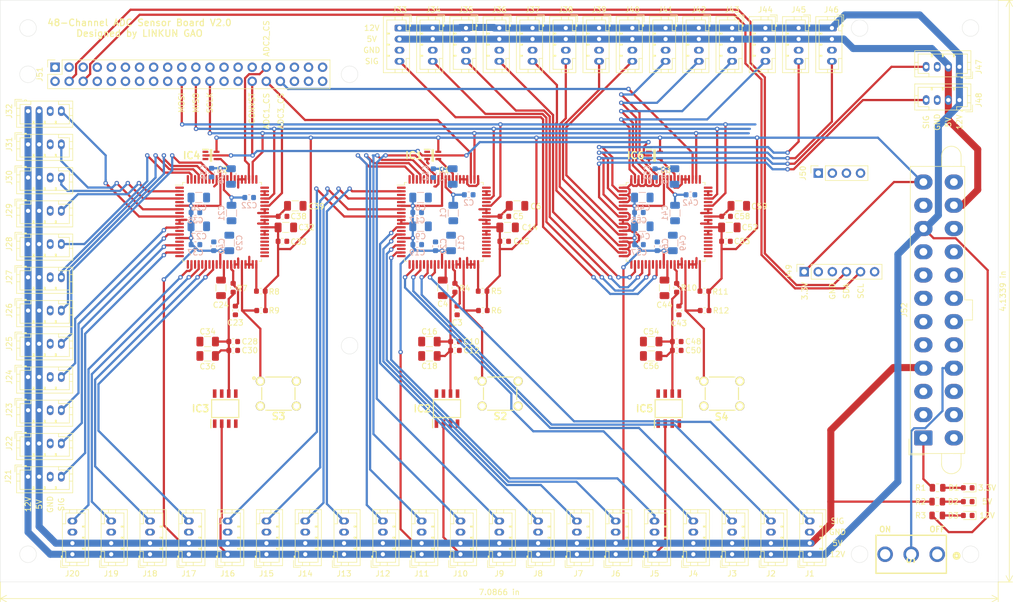
<source format=kicad_pcb>
(kicad_pcb (version 20171130) (host pcbnew "(5.1.5)-3")
  (layers (0 F.Cu signal) (31 B.Cu signal) (34 B.Paste user) (35 F.Paste user) (36 B.SilkS user) (37 F.SilkS user) (38 B.Mask user) (39 F.Mask user) (44 Edge.Cuts user))
  (net 0 "")
  (net 1 GND)
  (net 2 "Net-(C1-Pad1)")
  (net 3 "Net-(C3-Pad1)")
  (net 4 "Net-(C4-Pad1)")
  (net 5 "Net-(C5-Pad2)")
  (net 6 +5V)
  (net 7 "/VREF1(2.5V)")
  (net 8 +3V3)
  (net 9 "Net-(C21-Pad1)")
  (net 10 "Net-(C23-Pad1)")
  (net 11 "Net-(C24-Pad1)")
  (net 12 "/VREF2(2.5V)")
  (net 13 "Net-(C38-Pad2)")
  (net 14 "Net-(C41-Pad1)")
  (net 15 "Net-(C43-Pad1)")
  (net 16 "Net-(C44-Pad1)")
  (net 17 "/VREF3(2.5V)")
  (net 18 "Net-(C58-Pad2)")
  (net 19 "Net-(D1-Pad2)")
  (net 20 "Net-(D2-Pad2)")
  (net 21 "Net-(D3-Pad2)")
  (net 22 "Net-(IC1-Pad4)")
  (net 23 /_CONVST)
  (net 24 "Net-(IC1-Pad1)")
  (net 25 "Net-(IC2-Pad8)")
  (net 26 "Net-(IC2-Pad7)")
  (net 27 "Net-(IC2-Pad5)")
  (net 28 "Net-(IC2-Pad3)")
  (net 29 +12V)
  (net 30 "Net-(IC2-Pad1)")
  (net 31 "Net-(IC3-Pad8)")
  (net 32 "Net-(IC3-Pad7)")
  (net 33 "Net-(IC3-Pad5)")
  (net 34 "Net-(IC3-Pad3)")
  (net 35 "Net-(IC3-Pad1)")
  (net 36 "Net-(IC4-Pad4)")
  (net 37 "Net-(IC4-Pad1)")
  (net 38 "Net-(IC5-Pad8)")
  (net 39 "Net-(IC5-Pad7)")
  (net 40 "Net-(IC5-Pad5)")
  (net 41 "Net-(IC5-Pad3)")
  (net 42 "Net-(IC5-Pad1)")
  (net 43 "Net-(IC6-Pad4)")
  (net 44 "Net-(IC6-Pad1)")
  (net 45 /ADC1_1)
  (net 46 /ADC1_2)
  (net 47 /ADC1_3)
  (net 48 /ADC1_4)
  (net 49 /ADC1_5)
  (net 50 /ADC1_6)
  (net 51 /ADC1_7)
  (net 52 /ADC1_8)
  (net 53 /ADC1_9)
  (net 54 /ADC1_10)
  (net 55 /ADC1_11)
  (net 56 /ADC1_12)
  (net 57 /ADC1_13)
  (net 58 /ADC1_14)
  (net 59 /ADC1_15)
  (net 60 /ADC1_16)
  (net 61 /ADC2_1)
  (net 62 /ADC2_2)
  (net 63 /ADC2_3)
  (net 64 /ADC2_4)
  (net 65 /ADC2_5)
  (net 66 /ADC2_6)
  (net 67 /ADC2_7)
  (net 68 /ADC2_8)
  (net 69 /ADC2_9)
  (net 70 /ADC2_10)
  (net 71 /ADC2_11)
  (net 72 /ADC2_12)
  (net 73 /ADC2_13)
  (net 74 /ADC2_14)
  (net 75 /ADC2_15)
  (net 76 /ADC2_16)
  (net 77 /ADC3_1)
  (net 78 /ADC3_2)
  (net 79 /ADC3_3)
  (net 80 /ADC3_4)
  (net 81 /ADC3_5)
  (net 82 /ADC3_6)
  (net 83 /ADC3_7)
  (net 84 /ADC3_8)
  (net 85 /ADC3_9)
  (net 86 /ADC3_10)
  (net 87 /ADC3_11)
  (net 88 /ADC3_12)
  (net 89 /ADC3_13)
  (net 90 /ADC3_14)
  (net 91 /ADC3_15)
  (net 92 /ADC3_16)
  (net 93 "Net-(J49-Pad6)")
  (net 94 /SCL)
  (net 95 /SDA)
  (net 96 "Net-(J49-Pad2)")
  (net 97 "Net-(J50-Pad4)")
  (net 98 "Net-(J50-Pad3)")
  (net 99 "Net-(J50-Pad2)")
  (net 100 "Net-(J50-Pad1)")
  (net 101 "Net-(J51-Pad40)")
  (net 102 "Net-(J51-Pad38)")
  (net 103 "Net-(J51-Pad37)")
  (net 104 "Net-(J51-Pad36)")
  (net 105 "Net-(J51-Pad35)")
  (net 106 /ADC3_CS)
  (net 107 /ADC2_CS)
  (net 108 /ADC1_CS)
  (net 109 "Net-(J51-Pad28)")
  (net 110 "Net-(J51-Pad27)")
  (net 111 "Net-(J51-Pad26)")
  (net 112 "Net-(J51-Pad24)")
  (net 113 /SCLK)
  (net 114 "Net-(J51-Pad22)")
  (net 115 /MISO)
  (net 116 /MOSI)
  (net 117 "Net-(J51-Pad18)")
  (net 118 "Net-(J51-Pad17)")
  (net 119 "Net-(J51-Pad16)")
  (net 120 "Net-(J51-Pad15)")
  (net 121 "Net-(J51-Pad13)")
  (net 122 "Net-(J51-Pad12)")
  (net 123 "Net-(J51-Pad11)")
  (net 124 "Net-(J51-Pad10)")
  (net 125 "Net-(J51-Pad8)")
  (net 126 "Net-(J51-Pad7)")
  (net 127 "Net-(J51-Pad4)")
  (net 128 "Net-(J51-Pad2)")
  (net 129 "Net-(J51-Pad1)")
  (net 130 /PSU_EN)
  (net 131 "Net-(J52-Pad11)")
  (net 132 "Net-(J52-Pad9)")
  (net 133 "Net-(J52-Pad8)")
  (net 134 "Net-(J52-Pad7)")
  (net 135 "Net-(J52-Pad6)")
  (net 136 "Net-(J52-Pad2)")
  (net 137 "Net-(R5-Pad2)")
  (net 138 "Net-(R6-Pad2)")
  (net 139 "Net-(R8-Pad2)")
  (net 140 "Net-(R9-Pad2)")
  (net 141 "Net-(R11-Pad2)")
  (net 142 "Net-(R12-Pad2)")
  (net 143 "Net-(S1-Pad1)")
  (net 144 "Net-(S2-Pad2)")
  (net 145 "Net-(S3-Pad2)")
  (net 146 "Net-(S4-Pad2)")
  (net 147 "Net-(U1-Pad67)")
  (net 148 "Net-(U1-Pad56)")
  (net 149 "Net-(U2-Pad67)")
  (net 150 "Net-(U2-Pad56)")
  (net 151 "Net-(U3-Pad67)")
  (net 152 "Net-(U3-Pad56)")
  (net 153 "Net-(J52-Pad22)")
  (net 154 "Net-(J52-Pad21)")
  (net 155 "Net-(J52-Pad20)")
  (net 156 "Net-(J52-Pad14)")
  (net 157 "Net-(J52-Pad13)")
  (module SamacSys_Parts:1MS1T1B1M2QES-5 (layer F.Cu) (at 179.3 115 90)
    (fp_text reference S1 (at -0.495 -0.022 90) (layer F.SilkS) (effects (font (size 1.27 1.27) (thickness 0.254))))
    (fp_text value 1MS1T1B1M2QES-5 hide)
    (pad 3 thru_hole circle (at 0 -4.7 90) (size 2.8 2.8) (drill 1.85) (layers *.Cu *.Mask) (net 1 GND))
    (pad 2 thru_hole circle (at 0 0 90) (size 2.8 2.8) (drill 1.85) (layers *.Cu *.Mask) (net 130 /PSU_EN))
    (pad 1 thru_hole circle (at 0 4.7 90) (size 2.8 2.8) (drill 1.85) (layers *.Cu *.Mask) (net 143 "Net-(S1-Pad1)"))
  )
  (module Connector_PinSocket_2.54mm:PinSocket_2x20_P2.54mm_Vertical (layer F.Cu) (at 24.87 27.08 90)
    (fp_text reference J51 (at -1.27 -2.77 90) (layer F.SilkS))
    (fp_text value Conn_02x20_Odd_Even)
    (pad 39 thru_hole oval (at -2.54 48.26 90) (size 1.7 1.7) (drill 1) (layers *.Cu *.Mask) (net 1 GND))
    (pad 40 thru_hole oval (at 0 48.26 90) (size 1.7 1.7) (drill 1) (layers *.Cu *.Mask) (net 101 "Net-(J51-Pad40)"))
    (pad 37 thru_hole oval (at -2.54 45.72 90) (size 1.7 1.7) (drill 1) (layers *.Cu *.Mask) (net 103 "Net-(J51-Pad37)"))
    (pad 38 thru_hole oval (at 0 45.72 90) (size 1.7 1.7) (drill 1) (layers *.Cu *.Mask) (net 102 "Net-(J51-Pad38)"))
    (pad 35 thru_hole oval (at -2.54 43.18 90) (size 1.7 1.7) (drill 1) (layers *.Cu *.Mask) (net 105 "Net-(J51-Pad35)"))
    (pad 36 thru_hole oval (at 0 43.18 90) (size 1.7 1.7) (drill 1) (layers *.Cu *.Mask) (net 104 "Net-(J51-Pad36)"))
    (pad 33 thru_hole oval (at -2.54 40.64 90) (size 1.7 1.7) (drill 1) (layers *.Cu *.Mask) (net 106 /ADC3_CS))
    (pad 34 thru_hole oval (at 0 40.64 90) (size 1.7 1.7) (drill 1) (layers *.Cu *.Mask) (net 1 GND))
    (pad 31 thru_hole oval (at -2.54 38.1 90) (size 1.7 1.7) (drill 1) (layers *.Cu *.Mask) (net 108 /ADC1_CS))
    (pad 32 thru_hole oval (at 0 38.1 90) (size 1.7 1.7) (drill 1) (layers *.Cu *.Mask) (net 107 /ADC2_CS))
    (pad 29 thru_hole oval (at -2.54 35.56 90) (size 1.7 1.7) (drill 1) (layers *.Cu *.Mask) (net 23 /_CONVST))
    (pad 30 thru_hole oval (at 0 35.56 90) (size 1.7 1.7) (drill 1) (layers *.Cu *.Mask) (net 1 GND))
    (pad 27 thru_hole oval (at -2.54 33.02 90) (size 1.7 1.7) (drill 1) (layers *.Cu *.Mask) (net 110 "Net-(J51-Pad27)"))
    (pad 28 thru_hole oval (at 0 33.02 90) (size 1.7 1.7) (drill 1) (layers *.Cu *.Mask) (net 109 "Net-(J51-Pad28)"))
    (pad 25 thru_hole oval (at -2.54 30.48 90) (size 1.7 1.7) (drill 1) (layers *.Cu *.Mask) (net 1 GND))
    (pad 26 thru_hole oval (at 0 30.48 90) (size 1.7 1.7) (drill 1) (layers *.Cu *.Mask) (net 111 "Net-(J51-Pad26)"))
    (pad 23 thru_hole oval (at -2.54 27.94 90) (size 1.7 1.7) (drill 1) (layers *.Cu *.Mask) (net 113 /SCLK))
    (pad 24 thru_hole oval (at 0 27.94 90) (size 1.7 1.7) (drill 1) (layers *.Cu *.Mask) (net 112 "Net-(J51-Pad24)"))
    (pad 21 thru_hole oval (at -2.54 25.4 90) (size 1.7 1.7) (drill 1) (layers *.Cu *.Mask) (net 115 /MISO))
    (pad 22 thru_hole oval (at 0 25.4 90) (size 1.7 1.7) (drill 1) (layers *.Cu *.Mask) (net 114 "Net-(J51-Pad22)"))
    (pad 19 thru_hole oval (at -2.54 22.86 90) (size 1.7 1.7) (drill 1) (layers *.Cu *.Mask) (net 116 /MOSI))
    (pad 20 thru_hole oval (at 0 22.86 90) (size 1.7 1.7) (drill 1) (layers *.Cu *.Mask) (net 1 GND))
    (pad 17 thru_hole oval (at -2.54 20.32 90) (size 1.7 1.7) (drill 1) (layers *.Cu *.Mask) (net 118 "Net-(J51-Pad17)"))
    (pad 18 thru_hole oval (at 0 20.32 90) (size 1.7 1.7) (drill 1) (layers *.Cu *.Mask) (net 117 "Net-(J51-Pad18)"))
    (pad 15 thru_hole oval (at -2.54 17.78 90) (size 1.7 1.7) (drill 1) (layers *.Cu *.Mask) (net 120 "Net-(J51-Pad15)"))
    (pad 16 thru_hole oval (at 0 17.78 90) (size 1.7 1.7) (drill 1) (layers *.Cu *.Mask) (net 119 "Net-(J51-Pad16)"))
    (pad 13 thru_hole oval (at -2.54 15.24 90) (size 1.7 1.7) (drill 1) (layers *.Cu *.Mask) (net 121 "Net-(J51-Pad13)"))
    (pad 14 thru_hole oval (at 0 15.24 90) (size 1.7 1.7) (drill 1) (layers *.Cu *.Mask) (net 1 GND))
    (pad 11 thru_hole oval (at -2.54 12.7 90) (size 1.7 1.7) (drill 1) (layers *.Cu *.Mask) (net 123 "Net-(J51-Pad11)"))
    (pad 12 thru_hole oval (at 0 12.7 90) (size 1.7 1.7) (drill 1) (layers *.Cu *.Mask) (net 122 "Net-(J51-Pad12)"))
    (pad 9 thru_hole oval (at -2.54 10.16 90) (size 1.7 1.7) (drill 1) (layers *.Cu *.Mask) (net 1 GND))
    (pad 10 thru_hole oval (at 0 10.16 90) (size 1.7 1.7) (drill 1) (layers *.Cu *.Mask) (net 124 "Net-(J51-Pad10)"))
    (pad 7 thru_hole oval (at -2.54 7.62 90) (size 1.7 1.7) (drill 1) (layers *.Cu *.Mask) (net 126 "Net-(J51-Pad7)"))
    (pad 8 thru_hole oval (at 0 7.62 90) (size 1.7 1.7) (drill 1) (layers *.Cu *.Mask) (net 125 "Net-(J51-Pad8)"))
    (pad 5 thru_hole oval (at -2.54 5.08 90) (size 1.7 1.7) (drill 1) (layers *.Cu *.Mask) (net 94 /SCL))
    (pad 6 thru_hole oval (at 0 5.08 90) (size 1.7 1.7) (drill 1) (layers *.Cu *.Mask) (net 1 GND))
    (pad 3 thru_hole oval (at -2.54 2.54 90) (size 1.7 1.7) (drill 1) (layers *.Cu *.Mask) (net 95 /SDA))
    (pad 4 thru_hole oval (at 0 2.54 90) (size 1.7 1.7) (drill 1) (layers *.Cu *.Mask) (net 127 "Net-(J51-Pad4)"))
    (pad 1 thru_hole oval (at -2.54 0 90) (size 1.7 1.7) (drill 1) (layers *.Cu *.Mask) (net 129 "Net-(J51-Pad1)"))
    (pad 2 thru_hole rect (at 0 0 90) (size 1.7 1.7) (drill 1) (layers *.Cu *.Mask) (net 128 "Net-(J51-Pad2)"))
  )
  (module Connector_PinSocket_2.54mm:PinSocket_1x04_P2.54mm_Vertical (layer F.Cu) (at 162.54 46.2 90)
    (fp_text reference J50 (at 0 -2.77 90) (layer F.SilkS))
    (fp_text value Conn_01x04_Male)
    (pad 4 thru_hole oval (at 0 7.62 90) (size 1.7 1.7) (drill 1) (layers *.Cu *.Mask) (net 97 "Net-(J50-Pad4)"))
    (pad 3 thru_hole oval (at 0 5.08 90) (size 1.7 1.7) (drill 1) (layers *.Cu *.Mask) (net 98 "Net-(J50-Pad3)"))
    (pad 2 thru_hole oval (at 0 2.54 90) (size 1.7 1.7) (drill 1) (layers *.Cu *.Mask) (net 99 "Net-(J50-Pad2)"))
    (pad 1 thru_hole rect (at 0 0 90) (size 1.7 1.7) (drill 1) (layers *.Cu *.Mask) (net 100 "Net-(J50-Pad1)"))
  )
  (module Connector_PinSocket_2.54mm:PinSocket_1x06_P2.54mm_Vertical (layer F.Cu) (at 160 64 90)
    (fp_text reference J49 (at 0 -2.77 90) (layer F.SilkS))
    (fp_text value Conn_01x06_Male)
    (pad 6 thru_hole oval (at 0 12.7 90) (size 1.7 1.7) (drill 1) (layers *.Cu *.Mask) (net 93 "Net-(J49-Pad6)"))
    (pad 5 thru_hole oval (at 0 10.16 90) (size 1.7 1.7) (drill 1) (layers *.Cu *.Mask) (net 94 /SCL))
    (pad 4 thru_hole oval (at 0 7.62 90) (size 1.7 1.7) (drill 1) (layers *.Cu *.Mask) (net 95 /SDA))
    (pad 3 thru_hole oval (at 0 5.08 90) (size 1.7 1.7) (drill 1) (layers *.Cu *.Mask) (net 1 GND))
    (pad 2 thru_hole oval (at 0 2.54 90) (size 1.7 1.7) (drill 1) (layers *.Cu *.Mask) (net 96 "Net-(J49-Pad2)"))
    (pad 1 thru_hole rect (at 0 0 90) (size 1.7 1.7) (drill 1) (layers *.Cu *.Mask) (net 8 +3V3))
  )
  (module Connector_Molex:Molex_Mini-Fit_Jr_5566-24A2_2x12_P4.20mm_Vertical (layer F.Cu) (at 181.5 94 90)
    (fp_text reference J52 (at 23.1 -3.45 90) (layer F.SilkS))
    (fp_text value Conn_02x12_Top_Bottom)
    (pad "" np_thru_hole circle (at 50.9 5.04 90) (size 3 3) (drill 3) (layers *.Cu *.Mask))
    (pad "" np_thru_hole circle (at -4.7 5.04 90) (size 3 3) (drill 3) (layers *.Cu *.Mask))
    (pad 24 thru_hole oval (at 46.2 5.5 90) (size 2.7 3.3) (drill 1.4) (layers *.Cu *.Mask) (net 1 GND))
    (pad 23 thru_hole oval (at 42 5.5 90) (size 2.7 3.3) (drill 1.4) (layers *.Cu *.Mask) (net 6 +5V))
    (pad 22 thru_hole oval (at 37.8 5.5 90) (size 2.7 3.3) (drill 1.4) (layers *.Cu *.Mask) (net 153 "Net-(J52-Pad22)"))
    (pad 21 thru_hole oval (at 33.6 5.5 90) (size 2.7 3.3) (drill 1.4) (layers *.Cu *.Mask) (net 154 "Net-(J52-Pad21)"))
    (pad 20 thru_hole oval (at 29.4 5.5 90) (size 2.7 3.3) (drill 1.4) (layers *.Cu *.Mask) (net 155 "Net-(J52-Pad20)"))
    (pad 19 thru_hole oval (at 25.2 5.5 90) (size 2.7 3.3) (drill 1.4) (layers *.Cu *.Mask) (net 1 GND))
    (pad 18 thru_hole oval (at 21 5.5 90) (size 2.7 3.3) (drill 1.4) (layers *.Cu *.Mask) (net 1 GND))
    (pad 17 thru_hole oval (at 16.8 5.5 90) (size 2.7 3.3) (drill 1.4) (layers *.Cu *.Mask) (net 1 GND))
    (pad 16 thru_hole oval (at 12.6 5.5 90) (size 2.7 3.3) (drill 1.4) (layers *.Cu *.Mask) (net 130 /PSU_EN))
    (pad 15 thru_hole oval (at 8.4 5.5 90) (size 2.7 3.3) (drill 1.4) (layers *.Cu *.Mask) (net 1 GND))
    (pad 14 thru_hole oval (at 4.2 5.5 90) (size 2.7 3.3) (drill 1.4) (layers *.Cu *.Mask) (net 156 "Net-(J52-Pad14)"))
    (pad 13 thru_hole oval (at 0 5.5 90) (size 2.7 3.3) (drill 1.4) (layers *.Cu *.Mask) (net 157 "Net-(J52-Pad13)"))
    (pad 12 thru_hole oval (at 46.2 0 90) (size 2.7 3.3) (drill 1.4) (layers *.Cu *.Mask) (net 8 +3V3))
    (pad 11 thru_hole oval (at 42 0 90) (size 2.7 3.3) (drill 1.4) (layers *.Cu *.Mask) (net 131 "Net-(J52-Pad11)"))
    (pad 10 thru_hole oval (at 37.8 0 90) (size 2.7 3.3) (drill 1.4) (layers *.Cu *.Mask) (net 29 +12V))
    (pad 9 thru_hole oval (at 33.6 0 90) (size 2.7 3.3) (drill 1.4) (layers *.Cu *.Mask) (net 132 "Net-(J52-Pad9)"))
    (pad 8 thru_hole oval (at 29.4 0 90) (size 2.7 3.3) (drill 1.4) (layers *.Cu *.Mask) (net 133 "Net-(J52-Pad8)"))
    (pad 7 thru_hole oval (at 25.2 0 90) (size 2.7 3.3) (drill 1.4) (layers *.Cu *.Mask) (net 134 "Net-(J52-Pad7)"))
    (pad 6 thru_hole oval (at 21 0 90) (size 2.7 3.3) (drill 1.4) (layers *.Cu *.Mask) (net 135 "Net-(J52-Pad6)"))
    (pad 5 thru_hole oval (at 16.8 0 90) (size 2.7 3.3) (drill 1.4) (layers *.Cu *.Mask) (net 1 GND))
    (pad 4 thru_hole oval (at 12.6 0 90) (size 2.7 3.3) (drill 1.4) (layers *.Cu *.Mask) (net 6 +5V))
    (pad 3 thru_hole oval (at 8.4 0 90) (size 2.7 3.3) (drill 1.4) (layers *.Cu *.Mask) (net 1 GND))
    (pad 2 thru_hole oval (at 4.2 0 90) (size 2.7 3.3) (drill 1.4) (layers *.Cu *.Mask) (net 136 "Net-(J52-Pad2)"))
    (pad 1 thru_hole roundrect (at 0 0 90) (size 2.7 3.3) (drill 1.4) (layers *.Cu *.Mask) (roundrect_rratio 0.09259299999999999) (net 8 +3V3))
  )
  (module Package_QFP:LQFP-80_14x14mm_P0.65mm (layer F.Cu) (at 135 55)
    (fp_text reference U3 (at 0 -9.4) (layer F.SilkS))
    (fp_text value AD7616)
    (pad 80 smd roundrect (at -6.175 -7.675) (size 0.4 1.55) (layers F.Cu F.Paste F.Mask) (net 1 GND))
    (pad 79 smd roundrect (at -5.525 -7.675) (size 0.4 1.55) (layers F.Cu F.Paste F.Mask) (net 88 /ADC3_12))
    (pad 78 smd roundrect (at -4.875 -7.675) (size 0.4 1.55) (layers F.Cu F.Paste F.Mask) (net 1 GND))
    (pad 77 smd roundrect (at -4.225 -7.675) (size 0.4 1.55) (layers F.Cu F.Paste F.Mask) (net 87 /ADC3_11))
    (pad 76 smd roundrect (at -3.575 -7.675) (size 0.4 1.55) (layers F.Cu F.Paste F.Mask) (net 1 GND))
    (pad 75 smd roundrect (at -2.925 -7.675) (size 0.4 1.55) (layers F.Cu F.Paste F.Mask) (net 86 /ADC3_10))
    (pad 74 smd roundrect (at -2.275 -7.675) (size 0.4 1.55) (layers F.Cu F.Paste F.Mask) (net 1 GND))
    (pad 73 smd roundrect (at -1.625 -7.675) (size 0.4 1.55) (layers F.Cu F.Paste F.Mask) (net 85 /ADC3_9))
    (pad 72 smd roundrect (at -0.975 -7.675) (size 0.4 1.55) (layers F.Cu F.Paste F.Mask) (net 1 GND))
    (pad 71 smd roundrect (at -0.325 -7.675) (size 0.4 1.55) (layers F.Cu F.Paste F.Mask) (net 6 +5V))
    (pad 70 smd roundrect (at 0.325 -7.675) (size 0.4 1.55) (layers F.Cu F.Paste F.Mask) (net 14 "Net-(C41-Pad1)"))
    (pad 69 smd roundrect (at 0.975 -7.675) (size 0.4 1.55) (layers F.Cu F.Paste F.Mask) (net 1 GND))
    (pad 68 smd roundrect (at 1.625 -7.675) (size 0.4 1.55) (layers F.Cu F.Paste F.Mask) (net 43 "Net-(IC6-Pad4)"))
    (pad 67 smd roundrect (at 2.275 -7.675) (size 0.4 1.55) (layers F.Cu F.Paste F.Mask) (net 151 "Net-(U3-Pad67)"))
    (pad 66 smd roundrect (at 2.925 -7.675) (size 0.4 1.55) (layers F.Cu F.Paste F.Mask) (net 1 GND))
    (pad 65 smd roundrect (at 3.575 -7.675) (size 0.4 1.55) (layers F.Cu F.Paste F.Mask) (net 1 GND))
    (pad 64 smd roundrect (at 4.225 -7.675) (size 0.4 1.55) (layers F.Cu F.Paste F.Mask) (net 1 GND))
    (pad 63 smd roundrect (at 4.875 -7.675) (size 0.4 1.55) (layers F.Cu F.Paste F.Mask) (net 106 /ADC3_CS))
    (pad 62 smd roundrect (at 5.525 -7.675) (size 0.4 1.55) (layers F.Cu F.Paste F.Mask) (net 113 /SCLK))
    (pad 61 smd roundrect (at 6.175 -7.675) (size 0.4 1.55) (layers F.Cu F.Paste F.Mask) (net 1 GND))
    (pad 60 smd roundrect (at 7.675 -6.175) (size 1.55 0.4) (layers F.Cu F.Paste F.Mask) (net 1 GND))
    (pad 59 smd roundrect (at 7.675 -5.525) (size 1.55 0.4) (layers F.Cu F.Paste F.Mask) (net 1 GND))
    (pad 58 smd roundrect (at 7.675 -4.875) (size 1.55 0.4) (layers F.Cu F.Paste F.Mask) (net 1 GND))
    (pad 57 smd roundrect (at 7.675 -4.225) (size 1.55 0.4) (layers F.Cu F.Paste F.Mask) (net 115 /MISO))
    (pad 56 smd roundrect (at 7.675 -3.575) (size 1.55 0.4) (layers F.Cu F.Paste F.Mask) (net 152 "Net-(U3-Pad56)"))
    (pad 55 smd roundrect (at 7.675 -2.925) (size 1.55 0.4) (layers F.Cu F.Paste F.Mask) (net 116 /MOSI))
    (pad 54 smd roundrect (at 7.675 -2.275) (size 1.55 0.4) (layers F.Cu F.Paste F.Mask) (net 1 GND))
    (pad 53 smd roundrect (at 7.675 -1.625) (size 1.55 0.4) (layers F.Cu F.Paste F.Mask) (net 1 GND))
    (pad 52 smd roundrect (at 7.675 -0.975) (size 1.55 0.4) (layers F.Cu F.Paste F.Mask) (net 18 "Net-(C58-Pad2)"))
    (pad 51 smd roundrect (at 7.675 -0.325) (size 1.55 0.4) (layers F.Cu F.Paste F.Mask) (net 1 GND))
    (pad 50 smd roundrect (at 7.675 0.325) (size 1.55 0.4) (layers F.Cu F.Paste F.Mask) (net 1 GND))
    (pad 49 smd roundrect (at 7.675 0.975) (size 1.55 0.4) (layers F.Cu F.Paste F.Mask) (net 8 +3V3))
    (pad 48 smd roundrect (at 7.675 1.625) (size 1.55 0.4) (layers F.Cu F.Paste F.Mask) (net 1 GND))
    (pad 47 smd roundrect (at 7.675 2.275) (size 1.55 0.4) (layers F.Cu F.Paste F.Mask) (net 1 GND))
    (pad 46 smd roundrect (at 7.675 2.925) (size 1.55 0.4) (layers F.Cu F.Paste F.Mask) (net 1 GND))
    (pad 45 smd roundrect (at 7.675 3.575) (size 1.55 0.4) (layers F.Cu F.Paste F.Mask) (net 1 GND))
    (pad 44 smd roundrect (at 7.675 4.225) (size 1.55 0.4) (layers F.Cu F.Paste F.Mask) (net 1 GND))
    (pad 43 smd roundrect (at 7.675 4.875) (size 1.55 0.4) (layers F.Cu F.Paste F.Mask) (net 1 GND))
    (pad 42 smd roundrect (at 7.675 5.525) (size 1.55 0.4) (layers F.Cu F.Paste F.Mask) (net 1 GND))
    (pad 41 smd roundrect (at 7.675 6.175) (size 1.55 0.4) (layers F.Cu F.Paste F.Mask) (net 1 GND))
    (pad 40 smd roundrect (at 6.175 7.675) (size 0.4 1.55) (layers F.Cu F.Paste F.Mask) (net 141 "Net-(R11-Pad2)"))
    (pad 39 smd roundrect (at 5.525 7.675) (size 0.4 1.55) (layers F.Cu F.Paste F.Mask) (net 1 GND))
    (pad 38 smd roundrect (at 4.875 7.675) (size 0.4 1.55) (layers F.Cu F.Paste F.Mask) (net 1 GND))
    (pad 37 smd roundrect (at 4.225 7.675) (size 0.4 1.55) (layers F.Cu F.Paste F.Mask) (net 1 GND))
    (pad 36 smd roundrect (at 3.575 7.675) (size 0.4 1.55) (layers F.Cu F.Paste F.Mask) (net 142 "Net-(R12-Pad2)"))
    (pad 35 smd roundrect (at 2.925 7.675) (size 0.4 1.55) (layers F.Cu F.Paste F.Mask) (net 1 GND))
    (pad 34 smd roundrect (at 2.275 7.675) (size 0.4 1.55) (layers F.Cu F.Paste F.Mask) (net 1 GND))
    (pad 33 smd roundrect (at 1.625 7.675) (size 0.4 1.55) (layers F.Cu F.Paste F.Mask) (net 15 "Net-(C43-Pad1)"))
    (pad 32 smd roundrect (at 0.975 7.675) (size 0.4 1.55) (layers F.Cu F.Paste F.Mask) (net 1 GND))
    (pad 31 smd roundrect (at 0.325 7.675) (size 0.4 1.55) (layers F.Cu F.Paste F.Mask) (net 16 "Net-(C44-Pad1)"))
    (pad 30 smd roundrect (at -0.325 7.675) (size 0.4 1.55) (layers F.Cu F.Paste F.Mask) (net 6 +5V))
    (pad 29 smd roundrect (at -0.975 7.675) (size 0.4 1.55) (layers F.Cu F.Paste F.Mask) (net 1 GND))
    (pad 28 smd roundrect (at -1.625 7.675) (size 0.4 1.55) (layers F.Cu F.Paste F.Mask) (net 77 /ADC3_1))
    (pad 27 smd roundrect (at -2.275 7.675) (size 0.4 1.55) (layers F.Cu F.Paste F.Mask) (net 1 GND))
    (pad 26 smd roundrect (at -2.925 7.675) (size 0.4 1.55) (layers F.Cu F.Paste F.Mask) (net 78 /ADC3_2))
    (pad 25 smd roundrect (at -3.575 7.675) (size 0.4 1.55) (layers F.Cu F.Paste F.Mask) (net 1 GND))
    (pad 24 smd roundrect (at -4.225 7.675) (size 0.4 1.55) (layers F.Cu F.Paste F.Mask) (net 79 /ADC3_3))
    (pad 23 smd roundrect (at -4.875 7.675) (size 0.4 1.55) (layers F.Cu F.Paste F.Mask) (net 1 GND))
    (pad 22 smd roundrect (at -5.525 7.675) (size 0.4 1.55) (layers F.Cu F.Paste F.Mask) (net 80 /ADC3_4))
    (pad 21 smd roundrect (at -6.175 7.675) (size 0.4 1.55) (layers F.Cu F.Paste F.Mask) (net 1 GND))
    (pad 20 smd roundrect (at -7.675 6.175) (size 1.55 0.4) (layers F.Cu F.Paste F.Mask) (net 1 GND))
    (pad 19 smd roundrect (at -7.675 5.525) (size 1.55 0.4) (layers F.Cu F.Paste F.Mask) (net 81 /ADC3_5))
    (pad 18 smd roundrect (at -7.675 4.875) (size 1.55 0.4) (layers F.Cu F.Paste F.Mask) (net 1 GND))
    (pad 17 smd roundrect (at -7.675 4.225) (size 1.55 0.4) (layers F.Cu F.Paste F.Mask) (net 82 /ADC3_6))
    (pad 16 smd roundrect (at -7.675 3.575) (size 1.55 0.4) (layers F.Cu F.Paste F.Mask) (net 1 GND))
    (pad 15 smd roundrect (at -7.675 2.925) (size 1.55 0.4) (layers F.Cu F.Paste F.Mask) (net 6 +5V))
    (pad 14 smd roundrect (at -7.675 2.275) (size 1.55 0.4) (layers F.Cu F.Paste F.Mask) (net 83 /ADC3_7))
    (pad 13 smd roundrect (at -7.675 1.625) (size 1.55 0.4) (layers F.Cu F.Paste F.Mask) (net 1 GND))
    (pad 12 smd roundrect (at -7.675 0.975) (size 1.55 0.4) (layers F.Cu F.Paste F.Mask) (net 84 /ADC3_8))
    (pad 11 smd roundrect (at -7.675 0.325) (size 1.55 0.4) (layers F.Cu F.Paste F.Mask) (net 1 GND))
    (pad 10 smd roundrect (at -7.675 -0.325) (size 1.55 0.4) (layers F.Cu F.Paste F.Mask) (net 1 GND))
    (pad 9 smd roundrect (at -7.675 -0.975) (size 1.55 0.4) (layers F.Cu F.Paste F.Mask) (net 92 /ADC3_16))
    (pad 8 smd roundrect (at -7.675 -1.625) (size 1.55 0.4) (layers F.Cu F.Paste F.Mask) (net 1 GND))
    (pad 7 smd roundrect (at -7.675 -2.275) (size 1.55 0.4) (layers F.Cu F.Paste F.Mask) (net 91 /ADC3_15))
    (pad 6 smd roundrect (at -7.675 -2.925) (size 1.55 0.4) (layers F.Cu F.Paste F.Mask) (net 6 +5V))
    (pad 5 smd roundrect (at -7.675 -3.575) (size 1.55 0.4) (layers F.Cu F.Paste F.Mask) (net 1 GND))
    (pad 4 smd roundrect (at -7.675 -4.225) (size 1.55 0.4) (layers F.Cu F.Paste F.Mask) (net 90 /ADC3_14))
    (pad 3 smd roundrect (at -7.675 -4.875) (size 1.55 0.4) (layers F.Cu F.Paste F.Mask) (net 1 GND))
    (pad 2 smd roundrect (at -7.675 -5.525) (size 1.55 0.4) (layers F.Cu F.Paste F.Mask) (net 89 /ADC3_13))
    (pad 1 smd roundrect (at -7.675 -6.175) (size 1.55 0.4) (layers F.Cu F.Paste F.Mask) (net 1 GND))
  )
  (module Package_QFP:LQFP-80_14x14mm_P0.65mm (layer F.Cu) (at 55 55)
    (fp_text reference U2 (at 0 -9.4) (layer F.SilkS))
    (fp_text value AD7616)
    (pad 80 smd roundrect (at -6.175 -7.675) (size 0.4 1.55) (layers F.Cu F.Paste F.Mask) (net 1 GND))
    (pad 79 smd roundrect (at -5.525 -7.675) (size 0.4 1.55) (layers F.Cu F.Paste F.Mask) (net 72 /ADC2_12))
    (pad 78 smd roundrect (at -4.875 -7.675) (size 0.4 1.55) (layers F.Cu F.Paste F.Mask) (net 1 GND))
    (pad 77 smd roundrect (at -4.225 -7.675) (size 0.4 1.55) (layers F.Cu F.Paste F.Mask) (net 71 /ADC2_11))
    (pad 76 smd roundrect (at -3.575 -7.675) (size 0.4 1.55) (layers F.Cu F.Paste F.Mask) (net 1 GND))
    (pad 75 smd roundrect (at -2.925 -7.675) (size 0.4 1.55) (layers F.Cu F.Paste F.Mask) (net 70 /ADC2_10))
    (pad 74 smd roundrect (at -2.275 -7.675) (size 0.4 1.55) (layers F.Cu F.Paste F.Mask) (net 1 GND))
    (pad 73 smd roundrect (at -1.625 -7.675) (size 0.4 1.55) (layers F.Cu F.Paste F.Mask) (net 69 /ADC2_9))
    (pad 72 smd roundrect (at -0.975 -7.675) (size 0.4 1.55) (layers F.Cu F.Paste F.Mask) (net 1 GND))
    (pad 71 smd roundrect (at -0.325 -7.675) (size 0.4 1.55) (layers F.Cu F.Paste F.Mask) (net 6 +5V))
    (pad 70 smd roundrect (at 0.325 -7.675) (size 0.4 1.55) (layers F.Cu F.Paste F.Mask) (net 9 "Net-(C21-Pad1)"))
    (pad 69 smd roundrect (at 0.975 -7.675) (size 0.4 1.55) (layers F.Cu F.Paste F.Mask) (net 1 GND))
    (pad 68 smd roundrect (at 1.625 -7.675) (size 0.4 1.55) (layers F.Cu F.Paste F.Mask) (net 36 "Net-(IC4-Pad4)"))
    (pad 67 smd roundrect (at 2.275 -7.675) (size 0.4 1.55) (layers F.Cu F.Paste F.Mask) (net 149 "Net-(U2-Pad67)"))
    (pad 66 smd roundrect (at 2.925 -7.675) (size 0.4 1.55) (layers F.Cu F.Paste F.Mask) (net 1 GND))
    (pad 65 smd roundrect (at 3.575 -7.675) (size 0.4 1.55) (layers F.Cu F.Paste F.Mask) (net 1 GND))
    (pad 64 smd roundrect (at 4.225 -7.675) (size 0.4 1.55) (layers F.Cu F.Paste F.Mask) (net 1 GND))
    (pad 63 smd roundrect (at 4.875 -7.675) (size 0.4 1.55) (layers F.Cu F.Paste F.Mask) (net 107 /ADC2_CS))
    (pad 62 smd roundrect (at 5.525 -7.675) (size 0.4 1.55) (layers F.Cu F.Paste F.Mask) (net 113 /SCLK))
    (pad 61 smd roundrect (at 6.175 -7.675) (size 0.4 1.55) (layers F.Cu F.Paste F.Mask) (net 1 GND))
    (pad 60 smd roundrect (at 7.675 -6.175) (size 1.55 0.4) (layers F.Cu F.Paste F.Mask) (net 1 GND))
    (pad 59 smd roundrect (at 7.675 -5.525) (size 1.55 0.4) (layers F.Cu F.Paste F.Mask) (net 1 GND))
    (pad 58 smd roundrect (at 7.675 -4.875) (size 1.55 0.4) (layers F.Cu F.Paste F.Mask) (net 1 GND))
    (pad 57 smd roundrect (at 7.675 -4.225) (size 1.55 0.4) (layers F.Cu F.Paste F.Mask) (net 115 /MISO))
    (pad 56 smd roundrect (at 7.675 -3.575) (size 1.55 0.4) (layers F.Cu F.Paste F.Mask) (net 150 "Net-(U2-Pad56)"))
    (pad 55 smd roundrect (at 7.675 -2.925) (size 1.55 0.4) (layers F.Cu F.Paste F.Mask) (net 116 /MOSI))
    (pad 54 smd roundrect (at 7.675 -2.275) (size 1.55 0.4) (layers F.Cu F.Paste F.Mask) (net 1 GND))
    (pad 53 smd roundrect (at 7.675 -1.625) (size 1.55 0.4) (layers F.Cu F.Paste F.Mask) (net 1 GND))
    (pad 52 smd roundrect (at 7.675 -0.975) (size 1.55 0.4) (layers F.Cu F.Paste F.Mask) (net 13 "Net-(C38-Pad2)"))
    (pad 51 smd roundrect (at 7.675 -0.325) (size 1.55 0.4) (layers F.Cu F.Paste F.Mask) (net 1 GND))
    (pad 50 smd roundrect (at 7.675 0.325) (size 1.55 0.4) (layers F.Cu F.Paste F.Mask) (net 1 GND))
    (pad 49 smd roundrect (at 7.675 0.975) (size 1.55 0.4) (layers F.Cu F.Paste F.Mask) (net 8 +3V3))
    (pad 48 smd roundrect (at 7.675 1.625) (size 1.55 0.4) (layers F.Cu F.Paste F.Mask) (net 1 GND))
    (pad 47 smd roundrect (at 7.675 2.275) (size 1.55 0.4) (layers F.Cu F.Paste F.Mask) (net 1 GND))
    (pad 46 smd roundrect (at 7.675 2.925) (size 1.55 0.4) (layers F.Cu F.Paste F.Mask) (net 1 GND))
    (pad 45 smd roundrect (at 7.675 3.575) (size 1.55 0.4) (layers F.Cu F.Paste F.Mask) (net 1 GND))
    (pad 44 smd roundrect (at 7.675 4.225) (size 1.55 0.4) (layers F.Cu F.Paste F.Mask) (net 1 GND))
    (pad 43 smd roundrect (at 7.675 4.875) (size 1.55 0.4) (layers F.Cu F.Paste F.Mask) (net 1 GND))
    (pad 42 smd roundrect (at 7.675 5.525) (size 1.55 0.4) (layers F.Cu F.Paste F.Mask) (net 1 GND))
    (pad 41 smd roundrect (at 7.675 6.175) (size 1.55 0.4) (layers F.Cu F.Paste F.Mask) (net 1 GND))
    (pad 40 smd roundrect (at 6.175 7.675) (size 0.4 1.55) (layers F.Cu F.Paste F.Mask) (net 139 "Net-(R8-Pad2)"))
    (pad 39 smd roundrect (at 5.525 7.675) (size 0.4 1.55) (layers F.Cu F.Paste F.Mask) (net 1 GND))
    (pad 38 smd roundrect (at 4.875 7.675) (size 0.4 1.55) (layers F.Cu F.Paste F.Mask) (net 1 GND))
    (pad 37 smd roundrect (at 4.225 7.675) (size 0.4 1.55) (layers F.Cu F.Paste F.Mask) (net 1 GND))
    (pad 36 smd roundrect (at 3.575 7.675) (size 0.4 1.55) (layers F.Cu F.Paste F.Mask) (net 140 "Net-(R9-Pad2)"))
    (pad 35 smd roundrect (at 2.925 7.675) (size 0.4 1.55) (layers F.Cu F.Paste F.Mask) (net 1 GND))
    (pad 34 smd roundrect (at 2.275 7.675) (size 0.4 1.55) (layers F.Cu F.Paste F.Mask) (net 1 GND))
    (pad 33 smd roundrect (at 1.625 7.675) (size 0.4 1.55) (layers F.Cu F.Paste F.Mask) (net 10 "Net-(C23-Pad1)"))
    (pad 32 smd roundrect (at 0.975 7.675) (size 0.4 1.55) (layers F.Cu F.Paste F.Mask) (net 1 GND))
    (pad 31 smd roundrect (at 0.325 7.675) (size 0.4 1.55) (layers F.Cu F.Paste F.Mask) (net 11 "Net-(C24-Pad1)"))
    (pad 30 smd roundrect (at -0.325 7.675) (size 0.4 1.55) (layers F.Cu F.Paste F.Mask) (net 6 +5V))
    (pad 29 smd roundrect (at -0.975 7.675) (size 0.4 1.55) (layers F.Cu F.Paste F.Mask) (net 1 GND))
    (pad 28 smd roundrect (at -1.625 7.675) (size 0.4 1.55) (layers F.Cu F.Paste F.Mask) (net 61 /ADC2_1))
    (pad 27 smd roundrect (at -2.275 7.675) (size 0.4 1.55) (layers F.Cu F.Paste F.Mask) (net 1 GND))
    (pad 26 smd roundrect (at -2.925 7.675) (size 0.4 1.55) (layers F.Cu F.Paste F.Mask) (net 62 /ADC2_2))
    (pad 25 smd roundrect (at -3.575 7.675) (size 0.4 1.55) (layers F.Cu F.Paste F.Mask) (net 1 GND))
    (pad 24 smd roundrect (at -4.225 7.675) (size 0.4 1.55) (layers F.Cu F.Paste F.Mask) (net 63 /ADC2_3))
    (pad 23 smd roundrect (at -4.875 7.675) (size 0.4 1.55) (layers F.Cu F.Paste F.Mask) (net 1 GND))
    (pad 22 smd roundrect (at -5.525 7.675) (size 0.4 1.55) (layers F.Cu F.Paste F.Mask) (net 64 /ADC2_4))
    (pad 21 smd roundrect (at -6.175 7.675) (size 0.4 1.55) (layers F.Cu F.Paste F.Mask) (net 1 GND))
    (pad 20 smd roundrect (at -7.675 6.175) (size 1.55 0.4) (layers F.Cu F.Paste F.Mask) (net 1 GND))
    (pad 19 smd roundrect (at -7.675 5.525) (size 1.55 0.4) (layers F.Cu F.Paste F.Mask) (net 65 /ADC2_5))
    (pad 18 smd roundrect (at -7.675 4.875) (size 1.55 0.4) (layers F.Cu F.Paste F.Mask) (net 1 GND))
    (pad 17 smd roundrect (at -7.675 4.225) (size 1.55 0.4) (layers F.Cu F.Paste F.Mask) (net 66 /ADC2_6))
    (pad 16 smd roundrect (at -7.675 3.575) (size 1.55 0.4) (layers F.Cu F.Paste F.Mask) (net 1 GND))
    (pad 15 smd roundrect (at -7.675 2.925) (size 1.55 0.4) (layers F.Cu F.Paste F.Mask) (net 6 +5V))
    (pad 14 smd roundrect (at -7.675 2.275) (size 1.55 0.4) (layers F.Cu F.Paste F.Mask) (net 67 /ADC2_7))
    (pad 13 smd roundrect (at -7.675 1.625) (size 1.55 0.4) (layers F.Cu F.Paste F.Mask) (net 1 GND))
    (pad 12 smd roundrect (at -7.675 0.975) (size 1.55 0.4) (layers F.Cu F.Paste F.Mask) (net 68 /ADC2_8))
    (pad 11 smd roundrect (at -7.675 0.325) (size 1.55 0.4) (layers F.Cu F.Paste F.Mask) (net 1 GND))
    (pad 10 smd roundrect (at -7.675 -0.325) (size 1.55 0.4) (layers F.Cu F.Paste F.Mask) (net 1 GND))
    (pad 9 smd roundrect (at -7.675 -0.975) (size 1.55 0.4) (layers F.Cu F.Paste F.Mask) (net 76 /ADC2_16))
    (pad 8 smd roundrect (at -7.675 -1.625) (size 1.55 0.4) (layers F.Cu F.Paste F.Mask) (net 1 GND))
    (pad 7 smd roundrect (at -7.675 -2.275) (size 1.55 0.4) (layers F.Cu F.Paste F.Mask) (net 75 /ADC2_15))
    (pad 6 smd roundrect (at -7.675 -2.925) (size 1.55 0.4) (layers F.Cu F.Paste F.Mask) (net 6 +5V))
    (pad 5 smd roundrect (at -7.675 -3.575) (size 1.55 0.4) (layers F.Cu F.Paste F.Mask) (net 1 GND))
    (pad 4 smd roundrect (at -7.675 -4.225) (size 1.55 0.4) (layers F.Cu F.Paste F.Mask) (net 74 /ADC2_14))
    (pad 3 smd roundrect (at -7.675 -4.875) (size 1.55 0.4) (layers F.Cu F.Paste F.Mask) (net 1 GND))
    (pad 2 smd roundrect (at -7.675 -5.525) (size 1.55 0.4) (layers F.Cu F.Paste F.Mask) (net 73 /ADC2_13))
    (pad 1 smd roundrect (at -7.675 -6.175) (size 1.55 0.4) (layers F.Cu F.Paste F.Mask) (net 1 GND))
  )
  (module Package_QFP:LQFP-80_14x14mm_P0.65mm (layer F.Cu) (at 95 55)
    (fp_text reference U1 (at 0 -9.4) (layer F.SilkS))
    (fp_text value AD7616)
    (pad 80 smd roundrect (at -6.175 -7.675) (size 0.4 1.55) (layers F.Cu F.Paste F.Mask) (net 1 GND))
    (pad 79 smd roundrect (at -5.525 -7.675) (size 0.4 1.55) (layers F.Cu F.Paste F.Mask) (net 56 /ADC1_12))
    (pad 78 smd roundrect (at -4.875 -7.675) (size 0.4 1.55) (layers F.Cu F.Paste F.Mask) (net 1 GND))
    (pad 77 smd roundrect (at -4.225 -7.675) (size 0.4 1.55) (layers F.Cu F.Paste F.Mask) (net 55 /ADC1_11))
    (pad 76 smd roundrect (at -3.575 -7.675) (size 0.4 1.55) (layers F.Cu F.Paste F.Mask) (net 1 GND))
    (pad 75 smd roundrect (at -2.925 -7.675) (size 0.4 1.55) (layers F.Cu F.Paste F.Mask) (net 54 /ADC1_10))
    (pad 74 smd roundrect (at -2.275 -7.675) (size 0.4 1.55) (layers F.Cu F.Paste F.Mask) (net 1 GND))
    (pad 73 smd roundrect (at -1.625 -7.675) (size 0.4 1.55) (layers F.Cu F.Paste F.Mask) (net 53 /ADC1_9))
    (pad 72 smd roundrect (at -0.975 -7.675) (size 0.4 1.55) (layers F.Cu F.Paste F.Mask) (net 1 GND))
    (pad 71 smd roundrect (at -0.325 -7.675) (size 0.4 1.55) (layers F.Cu F.Paste F.Mask) (net 6 +5V))
    (pad 70 smd roundrect (at 0.325 -7.675) (size 0.4 1.55) (layers F.Cu F.Paste F.Mask) (net 2 "Net-(C1-Pad1)"))
    (pad 69 smd roundrect (at 0.975 -7.675) (size 0.4 1.55) (layers F.Cu F.Paste F.Mask) (net 1 GND))
    (pad 68 smd roundrect (at 1.625 -7.675) (size 0.4 1.55) (layers F.Cu F.Paste F.Mask) (net 22 "Net-(IC1-Pad4)"))
    (pad 67 smd roundrect (at 2.275 -7.675) (size 0.4 1.55) (layers F.Cu F.Paste F.Mask) (net 147 "Net-(U1-Pad67)"))
    (pad 66 smd roundrect (at 2.925 -7.675) (size 0.4 1.55) (layers F.Cu F.Paste F.Mask) (net 1 GND))
    (pad 65 smd roundrect (at 3.575 -7.675) (size 0.4 1.55) (layers F.Cu F.Paste F.Mask) (net 1 GND))
    (pad 64 smd roundrect (at 4.225 -7.675) (size 0.4 1.55) (layers F.Cu F.Paste F.Mask) (net 1 GND))
    (pad 63 smd roundrect (at 4.875 -7.675) (size 0.4 1.55) (layers F.Cu F.Paste F.Mask) (net 108 /ADC1_CS))
    (pad 62 smd roundrect (at 5.525 -7.675) (size 0.4 1.55) (layers F.Cu F.Paste F.Mask) (net 113 /SCLK))
    (pad 61 smd roundrect (at 6.175 -7.675) (size 0.4 1.55) (layers F.Cu F.Paste F.Mask) (net 1 GND))
    (pad 60 smd roundrect (at 7.675 -6.175) (size 1.55 0.4) (layers F.Cu F.Paste F.Mask) (net 1 GND))
    (pad 59 smd roundrect (at 7.675 -5.525) (size 1.55 0.4) (layers F.Cu F.Paste F.Mask) (net 1 GND))
    (pad 58 smd roundrect (at 7.675 -4.875) (size 1.55 0.4) (layers F.Cu F.Paste F.Mask) (net 1 GND))
    (pad 57 smd roundrect (at 7.675 -4.225) (size 1.55 0.4) (layers F.Cu F.Paste F.Mask) (net 115 /MISO))
    (pad 56 smd roundrect (at 7.675 -3.575) (size 1.55 0.4) (layers F.Cu F.Paste F.Mask) (net 148 "Net-(U1-Pad56)"))
    (pad 55 smd roundrect (at 7.675 -2.925) (size 1.55 0.4) (layers F.Cu F.Paste F.Mask) (net 116 /MOSI))
    (pad 54 smd roundrect (at 7.675 -2.275) (size 1.55 0.4) (layers F.Cu F.Paste F.Mask) (net 1 GND))
    (pad 53 smd roundrect (at 7.675 -1.625) (size 1.55 0.4) (layers F.Cu F.Paste F.Mask) (net 1 GND))
    (pad 52 smd roundrect (at 7.675 -0.975) (size 1.55 0.4) (layers F.Cu F.Paste F.Mask) (net 5 "Net-(C5-Pad2)"))
    (pad 51 smd roundrect (at 7.675 -0.325) (size 1.55 0.4) (layers F.Cu F.Paste F.Mask) (net 1 GND))
    (pad 50 smd roundrect (at 7.675 0.325) (size 1.55 0.4) (layers F.Cu F.Paste F.Mask) (net 1 GND))
    (pad 49 smd roundrect (at 7.675 0.975) (size 1.55 0.4) (layers F.Cu F.Paste F.Mask) (net 8 +3V3))
    (pad 48 smd roundrect (at 7.675 1.625) (size 1.55 0.4) (layers F.Cu F.Paste F.Mask) (net 1 GND))
    (pad 47 smd roundrect (at 7.675 2.275) (size 1.55 0.4) (layers F.Cu F.Paste F.Mask) (net 1 GND))
    (pad 46 smd roundrect (at 7.675 2.925) (size 1.55 0.4) (layers F.Cu F.Paste F.Mask) (net 1 GND))
    (pad 45 smd roundrect (at 7.675 3.575) (size 1.55 0.4) (layers F.Cu F.Paste F.Mask) (net 1 GND))
    (pad 44 smd roundrect (at 7.675 4.225) (size 1.55 0.4) (layers F.Cu F.Paste F.Mask) (net 1 GND))
    (pad 43 smd roundrect (at 7.675 4.875) (size 1.55 0.4) (layers F.Cu F.Paste F.Mask) (net 1 GND))
    (pad 42 smd roundrect (at 7.675 5.525) (size 1.55 0.4) (layers F.Cu F.Paste F.Mask) (net 1 GND))
    (pad 41 smd roundrect (at 7.675 6.175) (size 1.55 0.4) (layers F.Cu F.Paste F.Mask) (net 1 GND))
    (pad 40 smd roundrect (at 6.175 7.675) (size 0.4 1.55) (layers F.Cu F.Paste F.Mask) (net 137 "Net-(R5-Pad2)"))
    (pad 39 smd roundrect (at 5.525 7.675) (size 0.4 1.55) (layers F.Cu F.Paste F.Mask) (net 1 GND))
    (pad 38 smd roundrect (at 4.875 7.675) (size 0.4 1.55) (layers F.Cu F.Paste F.Mask) (net 1 GND))
    (pad 37 smd roundrect (at 4.225 7.675) (size 0.4 1.55) (layers F.Cu F.Paste F.Mask) (net 1 GND))
    (pad 36 smd roundrect (at 3.575 7.675) (size 0.4 1.55) (layers F.Cu F.Paste F.Mask) (net 138 "Net-(R6-Pad2)"))
    (pad 35 smd roundrect (at 2.925 7.675) (size 0.4 1.55) (layers F.Cu F.Paste F.Mask) (net 1 GND))
    (pad 34 smd roundrect (at 2.275 7.675) (size 0.4 1.55) (layers F.Cu F.Paste F.Mask) (net 1 GND))
    (pad 33 smd roundrect (at 1.625 7.675) (size 0.4 1.55) (layers F.Cu F.Paste F.Mask) (net 3 "Net-(C3-Pad1)"))
    (pad 32 smd roundrect (at 0.975 7.675) (size 0.4 1.55) (layers F.Cu F.Paste F.Mask) (net 1 GND))
    (pad 31 smd roundrect (at 0.325 7.675) (size 0.4 1.55) (layers F.Cu F.Paste F.Mask) (net 4 "Net-(C4-Pad1)"))
    (pad 30 smd roundrect (at -0.325 7.675) (size 0.4 1.55) (layers F.Cu F.Paste F.Mask) (net 6 +5V))
    (pad 29 smd roundrect (at -0.975 7.675) (size 0.4 1.55) (layers F.Cu F.Paste F.Mask) (net 1 GND))
    (pad 28 smd roundrect (at -1.625 7.675) (size 0.4 1.55) (layers F.Cu F.Paste F.Mask) (net 45 /ADC1_1))
    (pad 27 smd roundrect (at -2.275 7.675) (size 0.4 1.55) (layers F.Cu F.Paste F.Mask) (net 1 GND))
    (pad 26 smd roundrect (at -2.925 7.675) (size 0.4 1.55) (layers F.Cu F.Paste F.Mask) (net 46 /ADC1_2))
    (pad 25 smd roundrect (at -3.575 7.675) (size 0.4 1.55) (layers F.Cu F.Paste F.Mask) (net 1 GND))
    (pad 24 smd roundrect (at -4.225 7.675) (size 0.4 1.55) (layers F.Cu F.Paste F.Mask) (net 47 /ADC1_3))
    (pad 23 smd roundrect (at -4.875 7.675) (size 0.4 1.55) (layers F.Cu F.Paste F.Mask) (net 1 GND))
    (pad 22 smd roundrect (at -5.525 7.675) (size 0.4 1.55) (layers F.Cu F.Paste F.Mask) (net 48 /ADC1_4))
    (pad 21 smd roundrect (at -6.175 7.675) (size 0.4 1.55) (layers F.Cu F.Paste F.Mask) (net 1 GND))
    (pad 20 smd roundrect (at -7.675 6.175) (size 1.55 0.4) (layers F.Cu F.Paste F.Mask) (net 1 GND))
    (pad 19 smd roundrect (at -7.675 5.525) (size 1.55 0.4) (layers F.Cu F.Paste F.Mask) (net 49 /ADC1_5))
    (pad 18 smd roundrect (at -7.675 4.875) (size 1.55 0.4) (layers F.Cu F.Paste F.Mask) (net 1 GND))
    (pad 17 smd roundrect (at -7.675 4.225) (size 1.55 0.4) (layers F.Cu F.Paste F.Mask) (net 50 /ADC1_6))
    (pad 16 smd roundrect (at -7.675 3.575) (size 1.55 0.4) (layers F.Cu F.Paste F.Mask) (net 1 GND))
    (pad 15 smd roundrect (at -7.675 2.925) (size 1.55 0.4) (layers F.Cu F.Paste F.Mask) (net 6 +5V))
    (pad 14 smd roundrect (at -7.675 2.275) (size 1.55 0.4) (layers F.Cu F.Paste F.Mask) (net 51 /ADC1_7))
    (pad 13 smd roundrect (at -7.675 1.625) (size 1.55 0.4) (layers F.Cu F.Paste F.Mask) (net 1 GND))
    (pad 12 smd roundrect (at -7.675 0.975) (size 1.55 0.4) (layers F.Cu F.Paste F.Mask) (net 52 /ADC1_8))
    (pad 11 smd roundrect (at -7.675 0.325) (size 1.55 0.4) (layers F.Cu F.Paste F.Mask) (net 1 GND))
    (pad 10 smd roundrect (at -7.675 -0.325) (size 1.55 0.4) (layers F.Cu F.Paste F.Mask) (net 1 GND))
    (pad 9 smd roundrect (at -7.675 -0.975) (size 1.55 0.4) (layers F.Cu F.Paste F.Mask) (net 60 /ADC1_16))
    (pad 8 smd roundrect (at -7.675 -1.625) (size 1.55 0.4) (layers F.Cu F.Paste F.Mask) (net 1 GND))
    (pad 7 smd roundrect (at -7.675 -2.275) (size 1.55 0.4) (layers F.Cu F.Paste F.Mask) (net 59 /ADC1_15))
    (pad 6 smd roundrect (at -7.675 -2.925) (size 1.55 0.4) (layers F.Cu F.Paste F.Mask) (net 6 +5V))
    (pad 5 smd roundrect (at -7.675 -3.575) (size 1.55 0.4) (layers F.Cu F.Paste F.Mask) (net 1 GND))
    (pad 4 smd roundrect (at -7.675 -4.225) (size 1.55 0.4) (layers F.Cu F.Paste F.Mask) (net 58 /ADC1_14))
    (pad 3 smd roundrect (at -7.675 -4.875) (size 1.55 0.4) (layers F.Cu F.Paste F.Mask) (net 1 GND))
    (pad 2 smd roundrect (at -7.675 -5.525) (size 1.55 0.4) (layers F.Cu F.Paste F.Mask) (net 57 /ADC1_13))
    (pad 1 smd roundrect (at -7.675 -6.175) (size 1.55 0.4) (layers F.Cu F.Paste F.Mask) (net 1 GND))
  )
  (module B3F-1000:B3F1002 (layer F.Cu) (at 145.15 86 180)
    (fp_text reference S4 (at 0.05 -4.2) (layer F.SilkS) (effects (font (size 1.27 1.27) (thickness 0.254))))
    (fp_text value B3F-1000 hide)
    (pad 1 thru_hole circle (at 3.25 2.25 270) (size 1.65 1.65) (drill 1.1) (layers *.Cu *.Mask F.SilkS) (net 142 "Net-(R12-Pad2)"))
    (pad 2 thru_hole circle (at -3.25 2.25 270) (size 1.65 1.65) (drill 1.1) (layers *.Cu *.Mask F.SilkS) (net 146 "Net-(S4-Pad2)"))
    (pad 3 thru_hole circle (at 3.25 -2.25 270) (size 1.65 1.65) (drill 1.1) (layers *.Cu *.Mask F.SilkS) (net 1 GND))
    (pad 4 thru_hole circle (at -3.25 -2.25 270) (size 1.65 1.65) (drill 1.1) (layers *.Cu *.Mask F.SilkS) (net 1 GND))
  )
  (module B3F-1000:B3F1002 (layer F.Cu) (at 65.15 86 180)
    (fp_text reference S3 (at -0.05 -4.1) (layer F.SilkS) (effects (font (size 1.27 1.27) (thickness 0.254))))
    (fp_text value B3F-1000 hide)
    (pad 1 thru_hole circle (at 3.25 2.25 270) (size 1.65 1.65) (drill 1.1) (layers *.Cu *.Mask F.SilkS) (net 140 "Net-(R9-Pad2)"))
    (pad 2 thru_hole circle (at -3.25 2.25 270) (size 1.65 1.65) (drill 1.1) (layers *.Cu *.Mask F.SilkS) (net 145 "Net-(S3-Pad2)"))
    (pad 3 thru_hole circle (at 3.25 -2.25 270) (size 1.65 1.65) (drill 1.1) (layers *.Cu *.Mask F.SilkS) (net 1 GND))
    (pad 4 thru_hole circle (at -3.25 -2.25 270) (size 1.65 1.65) (drill 1.1) (layers *.Cu *.Mask F.SilkS) (net 1 GND))
  )
  (module B3F-1000:B3F1002 (layer F.Cu) (at 105.15 86 180)
    (fp_text reference S2 (at -0.05 -4.1) (layer F.SilkS) (effects (font (size 1.27 1.27) (thickness 0.254))))
    (fp_text value B3F-1000 hide)
    (pad 1 thru_hole circle (at 3.25 2.25 270) (size 1.65 1.65) (drill 1.1) (layers *.Cu *.Mask F.SilkS) (net 138 "Net-(R6-Pad2)"))
    (pad 2 thru_hole circle (at -3.25 2.25 270) (size 1.65 1.65) (drill 1.1) (layers *.Cu *.Mask F.SilkS) (net 144 "Net-(S2-Pad2)"))
    (pad 3 thru_hole circle (at 3.25 -2.25 270) (size 1.65 1.65) (drill 1.1) (layers *.Cu *.Mask F.SilkS) (net 1 GND))
    (pad 4 thru_hole circle (at -3.25 -2.25 270) (size 1.65 1.65) (drill 1.1) (layers *.Cu *.Mask F.SilkS) (net 1 GND))
  )
  (module Resistor_SMD:R_0603_1608Metric (layer F.Cu) (at 142.0375 71 180)
    (fp_text reference R12 (at -2.9625 0) (layer F.SilkS))
    (fp_text value 10K)
    (pad 2 smd roundrect (at 0.7875 0 180) (size 0.875 0.95) (layers F.Cu F.Paste F.Mask) (net 142 "Net-(R12-Pad2)"))
    (pad 1 smd roundrect (at -0.7875 0 180) (size 0.875 0.95) (layers F.Cu F.Paste F.Mask) (net 8 +3V3))
  )
  (module Resistor_SMD:R_0603_1608Metric (layer F.Cu) (at 141.9875 67.5 180)
    (fp_text reference R11 (at -2.9125 -0.1) (layer F.SilkS))
    (fp_text value 10K)
    (pad 2 smd roundrect (at 0.7875 0 180) (size 0.875 0.95) (layers F.Cu F.Paste F.Mask) (net 141 "Net-(R11-Pad2)"))
    (pad 1 smd roundrect (at -0.7875 0 180) (size 0.875 0.95) (layers F.Cu F.Paste F.Mask) (net 8 +3V3))
  )
  (module Resistor_SMD:R_0603_1608Metric (layer F.Cu) (at 137 66.8875 270)
    (fp_text reference R10 (at 0.0125 -2.2 180) (layer F.SilkS))
    (fp_text value 10K)
    (pad 2 smd roundrect (at 0.7875 0 270) (size 0.875 0.95) (layers F.Cu F.Paste F.Mask) (net 17 "/VREF3(2.5V)"))
    (pad 1 smd roundrect (at -0.7875 0 270) (size 0.875 0.95) (layers F.Cu F.Paste F.Mask) (net 15 "Net-(C43-Pad1)"))
  )
  (module Resistor_SMD:R_0603_1608Metric (layer F.Cu) (at 62.0375 71 180)
    (fp_text reference R9 (at -2.3625 0) (layer F.SilkS))
    (fp_text value 10K)
    (pad 2 smd roundrect (at 0.7875 0 180) (size 0.875 0.95) (layers F.Cu F.Paste F.Mask) (net 140 "Net-(R9-Pad2)"))
    (pad 1 smd roundrect (at -0.7875 0 180) (size 0.875 0.95) (layers F.Cu F.Paste F.Mask) (net 8 +3V3))
  )
  (module Resistor_SMD:R_0603_1608Metric (layer F.Cu) (at 61.9875 67.5 180)
    (fp_text reference R8 (at -2.4125 -0.1) (layer F.SilkS))
    (fp_text value 10K)
    (pad 2 smd roundrect (at 0.7875 0 180) (size 0.875 0.95) (layers F.Cu F.Paste F.Mask) (net 139 "Net-(R8-Pad2)"))
    (pad 1 smd roundrect (at -0.7875 0 180) (size 0.875 0.95) (layers F.Cu F.Paste F.Mask) (net 8 +3V3))
  )
  (module Resistor_SMD:R_0603_1608Metric (layer F.Cu) (at 57 66.8875 270)
    (fp_text reference R7 (at 0.1125 -1.6 180) (layer F.SilkS))
    (fp_text value 10K)
    (pad 2 smd roundrect (at 0.7875 0 270) (size 0.875 0.95) (layers F.Cu F.Paste F.Mask) (net 12 "/VREF2(2.5V)"))
    (pad 1 smd roundrect (at -0.7875 0 270) (size 0.875 0.95) (layers F.Cu F.Paste F.Mask) (net 10 "Net-(C23-Pad1)"))
  )
  (module Resistor_SMD:R_0603_1608Metric (layer F.Cu) (at 102.0375 71 180)
    (fp_text reference R6 (at -2.4625 0) (layer F.SilkS))
    (fp_text value 10K)
    (pad 2 smd roundrect (at 0.7875 0 180) (size 0.875 0.95) (layers F.Cu F.Paste F.Mask) (net 138 "Net-(R6-Pad2)"))
    (pad 1 smd roundrect (at -0.7875 0 180) (size 0.875 0.95) (layers F.Cu F.Paste F.Mask) (net 8 +3V3))
  )
  (module Resistor_SMD:R_0603_1608Metric (layer F.Cu) (at 101.9875 67.5 180)
    (fp_text reference R5 (at -2.5125 0) (layer F.SilkS))
    (fp_text value 10K)
    (pad 2 smd roundrect (at 0.7875 0 180) (size 0.875 0.95) (layers F.Cu F.Paste F.Mask) (net 137 "Net-(R5-Pad2)"))
    (pad 1 smd roundrect (at -0.7875 0 180) (size 0.875 0.95) (layers F.Cu F.Paste F.Mask) (net 8 +3V3))
  )
  (module Resistor_SMD:R_0603_1608Metric (layer F.Cu) (at 97 66.8875 270)
    (fp_text reference R4 (at 0.1125 -1.8 180) (layer F.SilkS))
    (fp_text value 10K)
    (pad 2 smd roundrect (at 0.7875 0 270) (size 0.875 0.95) (layers F.Cu F.Paste F.Mask) (net 7 "/VREF1(2.5V)"))
    (pad 1 smd roundrect (at -0.7875 0 270) (size 0.875 0.95) (layers F.Cu F.Paste F.Mask) (net 3 "Net-(C3-Pad1)"))
  )
  (module Resistor_SMD:R_0805_2012Metric (layer F.Cu) (at 184 108 180)
    (fp_text reference R3 (at 3 0) (layer F.SilkS))
    (fp_text value 680)
    (pad 2 smd roundrect (at 0.9375 0 180) (size 0.975 1.4) (layers F.Cu F.Paste F.Mask) (net 29 +12V))
    (pad 1 smd roundrect (at -0.9375 0 180) (size 0.975 1.4) (layers F.Cu F.Paste F.Mask) (net 21 "Net-(D3-Pad2)"))
  )
  (module Resistor_SMD:R_0805_2012Metric (layer F.Cu) (at 184 105.5 180)
    (fp_text reference R2 (at 3 0) (layer F.SilkS))
    (fp_text value 220)
    (pad 2 smd roundrect (at 0.9375 0 180) (size 0.975 1.4) (layers F.Cu F.Paste F.Mask) (net 6 +5V))
    (pad 1 smd roundrect (at -0.9375 0 180) (size 0.975 1.4) (layers F.Cu F.Paste F.Mask) (net 20 "Net-(D2-Pad2)"))
  )
  (module Resistor_SMD:R_0805_2012Metric (layer F.Cu) (at 184.0625 103 180)
    (fp_text reference R1 (at 3.0625 0) (layer F.SilkS))
    (fp_text value 680)
    (pad 2 smd roundrect (at 0.9375 0 180) (size 0.975 1.4) (layers F.Cu F.Paste F.Mask) (net 8 +3V3))
    (pad 1 smd roundrect (at -0.9375 0 180) (size 0.975 1.4) (layers F.Cu F.Paste F.Mask) (net 19 "Net-(D1-Pad2)"))
  )
  (module Connector_JST:JST_PH_B4B-PH-K_1x04_P2.00mm_Vertical (layer F.Cu) (at 188 33 180)
    (fp_text reference J48 (at -3.5 0 90) (layer F.SilkS))
    (fp_text value Conn_01x04_Male)
    (pad 4 thru_hole oval (at 6 0 180) (size 1.2 1.75) (drill 0.75) (layers *.Cu *.Mask) (net 92 /ADC3_16))
    (pad 3 thru_hole oval (at 4 0 180) (size 1.2 1.75) (drill 0.75) (layers *.Cu *.Mask) (net 1 GND))
    (pad 2 thru_hole oval (at 2 0 180) (size 1.2 1.75) (drill 0.75) (layers *.Cu *.Mask) (net 6 +5V))
    (pad 1 thru_hole roundrect (at 0 0 180) (size 1.2 1.75) (drill 0.75) (layers *.Cu *.Mask) (roundrect_rratio 0.208333) (net 29 +12V))
  )
  (module Connector_JST:JST_PH_B4B-PH-K_1x04_P2.00mm_Vertical (layer F.Cu) (at 188 27 180)
    (fp_text reference J47 (at -3.5 0 90) (layer F.SilkS))
    (fp_text value Conn_01x04_Male)
    (pad 4 thru_hole oval (at 6 0 180) (size 1.2 1.75) (drill 0.75) (layers *.Cu *.Mask) (net 91 /ADC3_15))
    (pad 3 thru_hole oval (at 4 0 180) (size 1.2 1.75) (drill 0.75) (layers *.Cu *.Mask) (net 1 GND))
    (pad 2 thru_hole oval (at 2 0 180) (size 1.2 1.75) (drill 0.75) (layers *.Cu *.Mask) (net 6 +5V))
    (pad 1 thru_hole roundrect (at 0 0 180) (size 1.2 1.75) (drill 0.75) (layers *.Cu *.Mask) (roundrect_rratio 0.208333) (net 29 +12V))
  )
  (module Connector_JST:JST_PH_B4B-PH-K_1x04_P2.00mm_Vertical (layer F.Cu) (at 165 20 270)
    (fp_text reference J46 (at -3.3 0.1 180) (layer F.SilkS))
    (fp_text value Conn_01x04_Male)
    (pad 4 thru_hole oval (at 6 0 270) (size 1.2 1.75) (drill 0.75) (layers *.Cu *.Mask) (net 90 /ADC3_14))
    (pad 3 thru_hole oval (at 4 0 270) (size 1.2 1.75) (drill 0.75) (layers *.Cu *.Mask) (net 1 GND))
    (pad 2 thru_hole oval (at 2 0 270) (size 1.2 1.75) (drill 0.75) (layers *.Cu *.Mask) (net 6 +5V))
    (pad 1 thru_hole roundrect (at 0 0 270) (size 1.2 1.75) (drill 0.75) (layers *.Cu *.Mask) (roundrect_rratio 0.208333) (net 29 +12V))
  )
  (module Connector_JST:JST_PH_B4B-PH-K_1x04_P2.00mm_Vertical (layer F.Cu) (at 159 20 270)
    (fp_text reference J45 (at -3.3 0 180) (layer F.SilkS))
    (fp_text value Conn_01x04_Male)
    (pad 4 thru_hole oval (at 6 0 270) (size 1.2 1.75) (drill 0.75) (layers *.Cu *.Mask) (net 89 /ADC3_13))
    (pad 3 thru_hole oval (at 4 0 270) (size 1.2 1.75) (drill 0.75) (layers *.Cu *.Mask) (net 1 GND))
    (pad 2 thru_hole oval (at 2 0 270) (size 1.2 1.75) (drill 0.75) (layers *.Cu *.Mask) (net 6 +5V))
    (pad 1 thru_hole roundrect (at 0 0 270) (size 1.2 1.75) (drill 0.75) (layers *.Cu *.Mask) (roundrect_rratio 0.208333) (net 29 +12V))
  )
  (module Connector_JST:JST_PH_B4B-PH-K_1x04_P2.00mm_Vertical (layer F.Cu) (at 153 20 270)
    (fp_text reference J44 (at -3.3 0 180) (layer F.SilkS))
    (fp_text value Conn_01x04_Male)
    (pad 4 thru_hole oval (at 6 0 270) (size 1.2 1.75) (drill 0.75) (layers *.Cu *.Mask) (net 88 /ADC3_12))
    (pad 3 thru_hole oval (at 4 0 270) (size 1.2 1.75) (drill 0.75) (layers *.Cu *.Mask) (net 1 GND))
    (pad 2 thru_hole oval (at 2 0 270) (size 1.2 1.75) (drill 0.75) (layers *.Cu *.Mask) (net 6 +5V))
    (pad 1 thru_hole roundrect (at 0 0 270) (size 1.2 1.75) (drill 0.75) (layers *.Cu *.Mask) (roundrect_rratio 0.208333) (net 29 +12V))
  )
  (module Connector_JST:JST_PH_B4B-PH-K_1x04_P2.00mm_Vertical (layer F.Cu) (at 147 20 270)
    (fp_text reference J43 (at -3.3 0 180) (layer F.SilkS))
    (fp_text value Conn_01x04_Male)
    (pad 4 thru_hole oval (at 6 0 270) (size 1.2 1.75) (drill 0.75) (layers *.Cu *.Mask) (net 87 /ADC3_11))
    (pad 3 thru_hole oval (at 4 0 270) (size 1.2 1.75) (drill 0.75) (layers *.Cu *.Mask) (net 1 GND))
    (pad 2 thru_hole oval (at 2 0 270) (size 1.2 1.75) (drill 0.75) (layers *.Cu *.Mask) (net 6 +5V))
    (pad 1 thru_hole roundrect (at 0 0 270) (size 1.2 1.75) (drill 0.75) (layers *.Cu *.Mask) (roundrect_rratio 0.208333) (net 29 +12V))
  )
  (module Connector_JST:JST_PH_B4B-PH-K_1x04_P2.00mm_Vertical (layer F.Cu) (at 141 20 270)
    (fp_text reference J42 (at -3.3 0 180) (layer F.SilkS))
    (fp_text value Conn_01x04_Male)
    (pad 4 thru_hole oval (at 6 0 270) (size 1.2 1.75) (drill 0.75) (layers *.Cu *.Mask) (net 86 /ADC3_10))
    (pad 3 thru_hole oval (at 4 0 270) (size 1.2 1.75) (drill 0.75) (layers *.Cu *.Mask) (net 1 GND))
    (pad 2 thru_hole oval (at 2 0 270) (size 1.2 1.75) (drill 0.75) (layers *.Cu *.Mask) (net 6 +5V))
    (pad 1 thru_hole roundrect (at 0 0 270) (size 1.2 1.75) (drill 0.75) (layers *.Cu *.Mask) (roundrect_rratio 0.208333) (net 29 +12V))
  )
  (module Connector_JST:JST_PH_B4B-PH-K_1x04_P2.00mm_Vertical (layer F.Cu) (at 135 20 270)
    (fp_text reference J41 (at -3.3 0 180) (layer F.SilkS))
    (fp_text value Conn_01x04_Male)
    (pad 4 thru_hole oval (at 6 0 270) (size 1.2 1.75) (drill 0.75) (layers *.Cu *.Mask) (net 85 /ADC3_9))
    (pad 3 thru_hole oval (at 4 0 270) (size 1.2 1.75) (drill 0.75) (layers *.Cu *.Mask) (net 1 GND))
    (pad 2 thru_hole oval (at 2 0 270) (size 1.2 1.75) (drill 0.75) (layers *.Cu *.Mask) (net 6 +5V))
    (pad 1 thru_hole roundrect (at 0 0 270) (size 1.2 1.75) (drill 0.75) (layers *.Cu *.Mask) (roundrect_rratio 0.208333) (net 29 +12V))
  )
  (module Connector_JST:JST_PH_B4B-PH-K_1x04_P2.00mm_Vertical (layer F.Cu) (at 129 20 270)
    (fp_text reference J40 (at -3.3 0 180) (layer F.SilkS))
    (fp_text value Conn_01x04_Male)
    (pad 4 thru_hole oval (at 6 0 270) (size 1.2 1.75) (drill 0.75) (layers *.Cu *.Mask) (net 84 /ADC3_8))
    (pad 3 thru_hole oval (at 4 0 270) (size 1.2 1.75) (drill 0.75) (layers *.Cu *.Mask) (net 1 GND))
    (pad 2 thru_hole oval (at 2 0 270) (size 1.2 1.75) (drill 0.75) (layers *.Cu *.Mask) (net 6 +5V))
    (pad 1 thru_hole roundrect (at 0 0 270) (size 1.2 1.75) (drill 0.75) (layers *.Cu *.Mask) (roundrect_rratio 0.208333) (net 29 +12V))
  )
  (module Connector_JST:JST_PH_B4B-PH-K_1x04_P2.00mm_Vertical (layer F.Cu) (at 123 20 270)
    (fp_text reference J39 (at -3.3 0 180) (layer F.SilkS))
    (fp_text value Conn_01x04_Male)
    (pad 4 thru_hole oval (at 6 0 270) (size 1.2 1.75) (drill 0.75) (layers *.Cu *.Mask) (net 83 /ADC3_7))
    (pad 3 thru_hole oval (at 4 0 270) (size 1.2 1.75) (drill 0.75) (layers *.Cu *.Mask) (net 1 GND))
    (pad 2 thru_hole oval (at 2 0 270) (size 1.2 1.75) (drill 0.75) (layers *.Cu *.Mask) (net 6 +5V))
    (pad 1 thru_hole roundrect (at 0 0 270) (size 1.2 1.75) (drill 0.75) (layers *.Cu *.Mask) (roundrect_rratio 0.208333) (net 29 +12V))
  )
  (module Connector_JST:JST_PH_B4B-PH-K_1x04_P2.00mm_Vertical (layer F.Cu) (at 117 20 270)
    (fp_text reference J38 (at -3.3 0 180) (layer F.SilkS))
    (fp_text value Conn_01x04_Male)
    (pad 4 thru_hole oval (at 6 0 270) (size 1.2 1.75) (drill 0.75) (layers *.Cu *.Mask) (net 82 /ADC3_6))
    (pad 3 thru_hole oval (at 4 0 270) (size 1.2 1.75) (drill 0.75) (layers *.Cu *.Mask) (net 1 GND))
    (pad 2 thru_hole oval (at 2 0 270) (size 1.2 1.75) (drill 0.75) (layers *.Cu *.Mask) (net 6 +5V))
    (pad 1 thru_hole roundrect (at 0 0 270) (size 1.2 1.75) (drill 0.75) (layers *.Cu *.Mask) (roundrect_rratio 0.208333) (net 29 +12V))
  )
  (module Connector_JST:JST_PH_B4B-PH-K_1x04_P2.00mm_Vertical (layer F.Cu) (at 111 20 270)
    (fp_text reference J37 (at -3.3 0 180) (layer F.SilkS))
    (fp_text value Conn_01x04_Male)
    (pad 4 thru_hole oval (at 6 0 270) (size 1.2 1.75) (drill 0.75) (layers *.Cu *.Mask) (net 81 /ADC3_5))
    (pad 3 thru_hole oval (at 4 0 270) (size 1.2 1.75) (drill 0.75) (layers *.Cu *.Mask) (net 1 GND))
    (pad 2 thru_hole oval (at 2 0 270) (size 1.2 1.75) (drill 0.75) (layers *.Cu *.Mask) (net 6 +5V))
    (pad 1 thru_hole roundrect (at 0 0 270) (size 1.2 1.75) (drill 0.75) (layers *.Cu *.Mask) (roundrect_rratio 0.208333) (net 29 +12V))
  )
  (module Connector_JST:JST_PH_B4B-PH-K_1x04_P2.00mm_Vertical (layer F.Cu) (at 105 20 270)
    (fp_text reference J36 (at -3.3 0 180) (layer F.SilkS))
    (fp_text value Conn_01x04_Male)
    (pad 4 thru_hole oval (at 6 0 270) (size 1.2 1.75) (drill 0.75) (layers *.Cu *.Mask) (net 80 /ADC3_4))
    (pad 3 thru_hole oval (at 4 0 270) (size 1.2 1.75) (drill 0.75) (layers *.Cu *.Mask) (net 1 GND))
    (pad 2 thru_hole oval (at 2 0 270) (size 1.2 1.75) (drill 0.75) (layers *.Cu *.Mask) (net 6 +5V))
    (pad 1 thru_hole roundrect (at 0 0 270) (size 1.2 1.75) (drill 0.75) (layers *.Cu *.Mask) (roundrect_rratio 0.208333) (net 29 +12V))
  )
  (module Connector_JST:JST_PH_B4B-PH-K_1x04_P2.00mm_Vertical (layer F.Cu) (at 99 20 270)
    (fp_text reference J35 (at -3.3 0 180) (layer F.SilkS))
    (fp_text value Conn_01x04_Male)
    (pad 4 thru_hole oval (at 6 0 270) (size 1.2 1.75) (drill 0.75) (layers *.Cu *.Mask) (net 79 /ADC3_3))
    (pad 3 thru_hole oval (at 4 0 270) (size 1.2 1.75) (drill 0.75) (layers *.Cu *.Mask) (net 1 GND))
    (pad 2 thru_hole oval (at 2 0 270) (size 1.2 1.75) (drill 0.75) (layers *.Cu *.Mask) (net 6 +5V))
    (pad 1 thru_hole roundrect (at 0 0 270) (size 1.2 1.75) (drill 0.75) (layers *.Cu *.Mask) (roundrect_rratio 0.208333) (net 29 +12V))
  )
  (module Connector_JST:JST_PH_B4B-PH-K_1x04_P2.00mm_Vertical (layer F.Cu) (at 93 20 270)
    (fp_text reference J34 (at -3.3 -0.1 180) (layer F.SilkS))
    (fp_text value Conn_01x04_Male)
    (pad 4 thru_hole oval (at 6 0 270) (size 1.2 1.75) (drill 0.75) (layers *.Cu *.Mask) (net 78 /ADC3_2))
    (pad 3 thru_hole oval (at 4 0 270) (size 1.2 1.75) (drill 0.75) (layers *.Cu *.Mask) (net 1 GND))
    (pad 2 thru_hole oval (at 2 0 270) (size 1.2 1.75) (drill 0.75) (layers *.Cu *.Mask) (net 6 +5V))
    (pad 1 thru_hole roundrect (at 0 0 270) (size 1.2 1.75) (drill 0.75) (layers *.Cu *.Mask) (roundrect_rratio 0.208333) (net 29 +12V))
  )
  (module Connector_JST:JST_PH_B4B-PH-K_1x04_P2.00mm_Vertical (layer F.Cu) (at 87 20 270)
    (fp_text reference J33 (at -3.3 0 180) (layer F.SilkS))
    (fp_text value Conn_01x04_Male)
    (pad 4 thru_hole oval (at 6 0 270) (size 1.2 1.75) (drill 0.75) (layers *.Cu *.Mask) (net 77 /ADC3_1))
    (pad 3 thru_hole oval (at 4 0 270) (size 1.2 1.75) (drill 0.75) (layers *.Cu *.Mask) (net 1 GND))
    (pad 2 thru_hole oval (at 2 0 270) (size 1.2 1.75) (drill 0.75) (layers *.Cu *.Mask) (net 6 +5V))
    (pad 1 thru_hole roundrect (at 0 0 270) (size 1.2 1.75) (drill 0.75) (layers *.Cu *.Mask) (roundrect_rratio 0.208333) (net 29 +12V))
  )
  (module Connector_JST:JST_PH_B4B-PH-K_1x04_P2.00mm_Vertical (layer F.Cu) (at 20 35)
    (fp_text reference J32 (at -3.4 0 90) (layer F.SilkS))
    (fp_text value Conn_01x04_Male)
    (pad 4 thru_hole oval (at 6 0) (size 1.2 1.75) (drill 0.75) (layers *.Cu *.Mask) (net 76 /ADC2_16))
    (pad 3 thru_hole oval (at 4 0) (size 1.2 1.75) (drill 0.75) (layers *.Cu *.Mask) (net 1 GND))
    (pad 2 thru_hole oval (at 2 0) (size 1.2 1.75) (drill 0.75) (layers *.Cu *.Mask) (net 6 +5V))
    (pad 1 thru_hole roundrect (at 0 0) (size 1.2 1.75) (drill 0.75) (layers *.Cu *.Mask) (roundrect_rratio 0.208333) (net 29 +12V))
  )
  (module Connector_JST:JST_PH_B4B-PH-K_1x04_P2.00mm_Vertical (layer F.Cu) (at 20 41)
    (fp_text reference J31 (at -3.4 0 90) (layer F.SilkS))
    (fp_text value Conn_01x04_Male)
    (pad 4 thru_hole oval (at 6 0) (size 1.2 1.75) (drill 0.75) (layers *.Cu *.Mask) (net 75 /ADC2_15))
    (pad 3 thru_hole oval (at 4 0) (size 1.2 1.75) (drill 0.75) (layers *.Cu *.Mask) (net 1 GND))
    (pad 2 thru_hole oval (at 2 0) (size 1.2 1.75) (drill 0.75) (layers *.Cu *.Mask) (net 6 +5V))
    (pad 1 thru_hole roundrect (at 0 0) (size 1.2 1.75) (drill 0.75) (layers *.Cu *.Mask) (roundrect_rratio 0.208333) (net 29 +12V))
  )
  (module Connector_JST:JST_PH_B4B-PH-K_1x04_P2.00mm_Vertical (layer F.Cu) (at 20 47)
    (fp_text reference J30 (at -3.4 0 90) (layer F.SilkS))
    (fp_text value Conn_01x04_Male)
    (pad 4 thru_hole oval (at 6 0) (size 1.2 1.75) (drill 0.75) (layers *.Cu *.Mask) (net 74 /ADC2_14))
    (pad 3 thru_hole oval (at 4 0) (size 1.2 1.75) (drill 0.75) (layers *.Cu *.Mask) (net 1 GND))
    (pad 2 thru_hole oval (at 2 0) (size 1.2 1.75) (drill 0.75) (layers *.Cu *.Mask) (net 6 +5V))
    (pad 1 thru_hole roundrect (at 0 0) (size 1.2 1.75) (drill 0.75) (layers *.Cu *.Mask) (roundrect_rratio 0.208333) (net 29 +12V))
  )
  (module Connector_JST:JST_PH_B4B-PH-K_1x04_P2.00mm_Vertical (layer F.Cu) (at 20 53)
    (fp_text reference J29 (at -3.4 0 90) (layer F.SilkS))
    (fp_text value Conn_01x04_Male)
    (pad 4 thru_hole oval (at 6 0) (size 1.2 1.75) (drill 0.75) (layers *.Cu *.Mask) (net 73 /ADC2_13))
    (pad 3 thru_hole oval (at 4 0) (size 1.2 1.75) (drill 0.75) (layers *.Cu *.Mask) (net 1 GND))
    (pad 2 thru_hole oval (at 2 0) (size 1.2 1.75) (drill 0.75) (layers *.Cu *.Mask) (net 6 +5V))
    (pad 1 thru_hole roundrect (at 0 0) (size 1.2 1.75) (drill 0.75) (layers *.Cu *.Mask) (roundrect_rratio 0.208333) (net 29 +12V))
  )
  (module Connector_JST:JST_PH_B4B-PH-K_1x04_P2.00mm_Vertical (layer F.Cu) (at 20 59)
    (fp_text reference J28 (at -3.4 0 90) (layer F.SilkS))
    (fp_text value Conn_01x04_Male)
    (pad 4 thru_hole oval (at 6 0) (size 1.2 1.75) (drill 0.75) (layers *.Cu *.Mask) (net 72 /ADC2_12))
    (pad 3 thru_hole oval (at 4 0) (size 1.2 1.75) (drill 0.75) (layers *.Cu *.Mask) (net 1 GND))
    (pad 2 thru_hole oval (at 2 0) (size 1.2 1.75) (drill 0.75) (layers *.Cu *.Mask) (net 6 +5V))
    (pad 1 thru_hole roundrect (at 0 0) (size 1.2 1.75) (drill 0.75) (layers *.Cu *.Mask) (roundrect_rratio 0.208333) (net 29 +12V))
  )
  (module Connector_JST:JST_PH_B4B-PH-K_1x04_P2.00mm_Vertical (layer F.Cu) (at 20 65)
    (fp_text reference J27 (at -3.4 0 90) (layer F.SilkS))
    (fp_text value Conn_01x04_Male)
    (pad 4 thru_hole oval (at 6 0) (size 1.2 1.75) (drill 0.75) (layers *.Cu *.Mask) (net 71 /ADC2_11))
    (pad 3 thru_hole oval (at 4 0) (size 1.2 1.75) (drill 0.75) (layers *.Cu *.Mask) (net 1 GND))
    (pad 2 thru_hole oval (at 2 0) (size 1.2 1.75) (drill 0.75) (layers *.Cu *.Mask) (net 6 +5V))
    (pad 1 thru_hole roundrect (at 0 0) (size 1.2 1.75) (drill 0.75) (layers *.Cu *.Mask) (roundrect_rratio 0.208333) (net 29 +12V))
  )
  (module Connector_JST:JST_PH_B4B-PH-K_1x04_P2.00mm_Vertical (layer F.Cu) (at 20 71)
    (fp_text reference J26 (at -3.4 0 90) (layer F.SilkS))
    (fp_text value Conn_01x04_Male)
    (pad 4 thru_hole oval (at 6 0) (size 1.2 1.75) (drill 0.75) (layers *.Cu *.Mask) (net 70 /ADC2_10))
    (pad 3 thru_hole oval (at 4 0) (size 1.2 1.75) (drill 0.75) (layers *.Cu *.Mask) (net 1 GND))
    (pad 2 thru_hole oval (at 2 0) (size 1.2 1.75) (drill 0.75) (layers *.Cu *.Mask) (net 6 +5V))
    (pad 1 thru_hole roundrect (at 0 0) (size 1.2 1.75) (drill 0.75) (layers *.Cu *.Mask) (roundrect_rratio 0.208333) (net 29 +12V))
  )
  (module Connector_JST:JST_PH_B4B-PH-K_1x04_P2.00mm_Vertical (layer F.Cu) (at 20 77)
    (fp_text reference J25 (at -3.4 0 90) (layer F.SilkS))
    (fp_text value Conn_01x04_Male)
    (pad 4 thru_hole oval (at 6 0) (size 1.2 1.75) (drill 0.75) (layers *.Cu *.Mask) (net 69 /ADC2_9))
    (pad 3 thru_hole oval (at 4 0) (size 1.2 1.75) (drill 0.75) (layers *.Cu *.Mask) (net 1 GND))
    (pad 2 thru_hole oval (at 2 0) (size 1.2 1.75) (drill 0.75) (layers *.Cu *.Mask) (net 6 +5V))
    (pad 1 thru_hole roundrect (at 0 0) (size 1.2 1.75) (drill 0.75) (layers *.Cu *.Mask) (roundrect_rratio 0.208333) (net 29 +12V))
  )
  (module Connector_JST:JST_PH_B4B-PH-K_1x04_P2.00mm_Vertical (layer F.Cu) (at 20 83)
    (fp_text reference J24 (at -3.4 0 90) (layer F.SilkS))
    (fp_text value Conn_01x04_Male)
    (pad 4 thru_hole oval (at 6 0) (size 1.2 1.75) (drill 0.75) (layers *.Cu *.Mask) (net 68 /ADC2_8))
    (pad 3 thru_hole oval (at 4 0) (size 1.2 1.75) (drill 0.75) (layers *.Cu *.Mask) (net 1 GND))
    (pad 2 thru_hole oval (at 2 0) (size 1.2 1.75) (drill 0.75) (layers *.Cu *.Mask) (net 6 +5V))
    (pad 1 thru_hole roundrect (at 0 0) (size 1.2 1.75) (drill 0.75) (layers *.Cu *.Mask) (roundrect_rratio 0.208333) (net 29 +12V))
  )
  (module Connector_JST:JST_PH_B4B-PH-K_1x04_P2.00mm_Vertical (layer F.Cu) (at 20 89)
    (fp_text reference J23 (at -3.4 0 90) (layer F.SilkS))
    (fp_text value Conn_01x04_Male)
    (pad 4 thru_hole oval (at 6 0) (size 1.2 1.75) (drill 0.75) (layers *.Cu *.Mask) (net 67 /ADC2_7))
    (pad 3 thru_hole oval (at 4 0) (size 1.2 1.75) (drill 0.75) (layers *.Cu *.Mask) (net 1 GND))
    (pad 2 thru_hole oval (at 2 0) (size 1.2 1.75) (drill 0.75) (layers *.Cu *.Mask) (net 6 +5V))
    (pad 1 thru_hole roundrect (at 0 0) (size 1.2 1.75) (drill 0.75) (layers *.Cu *.Mask) (roundrect_rratio 0.208333) (net 29 +12V))
  )
  (module Connector_JST:JST_PH_B4B-PH-K_1x04_P2.00mm_Vertical (layer F.Cu) (at 20 95)
    (fp_text reference J22 (at -3.4 0 90) (layer F.SilkS))
    (fp_text value Conn_01x04_Male)
    (pad 4 thru_hole oval (at 6 0) (size 1.2 1.75) (drill 0.75) (layers *.Cu *.Mask) (net 66 /ADC2_6))
    (pad 3 thru_hole oval (at 4 0) (size 1.2 1.75) (drill 0.75) (layers *.Cu *.Mask) (net 1 GND))
    (pad 2 thru_hole oval (at 2 0) (size 1.2 1.75) (drill 0.75) (layers *.Cu *.Mask) (net 6 +5V))
    (pad 1 thru_hole roundrect (at 0 0) (size 1.2 1.75) (drill 0.75) (layers *.Cu *.Mask) (roundrect_rratio 0.208333) (net 29 +12V))
  )
  (module Connector_JST:JST_PH_B4B-PH-K_1x04_P2.00mm_Vertical (layer F.Cu) (at 20 101)
    (fp_text reference J21 (at -3.6 0 90) (layer F.SilkS))
    (fp_text value Conn_01x04_Male)
    (pad 4 thru_hole oval (at 6 0) (size 1.2 1.75) (drill 0.75) (layers *.Cu *.Mask) (net 65 /ADC2_5))
    (pad 3 thru_hole oval (at 4 0) (size 1.2 1.75) (drill 0.75) (layers *.Cu *.Mask) (net 1 GND))
    (pad 2 thru_hole oval (at 2 0) (size 1.2 1.75) (drill 0.75) (layers *.Cu *.Mask) (net 6 +5V))
    (pad 1 thru_hole roundrect (at 0 0) (size 1.2 1.75) (drill 0.75) (layers *.Cu *.Mask) (roundrect_rratio 0.208333) (net 29 +12V))
  )
  (module Connector_JST:JST_PH_B4B-PH-K_1x04_P2.00mm_Vertical (layer F.Cu) (at 28 115 90)
    (fp_text reference J20 (at -3.5 0 180) (layer F.SilkS))
    (fp_text value Conn_01x04_Male)
    (pad 4 thru_hole oval (at 6 0 90) (size 1.2 1.75) (drill 0.75) (layers *.Cu *.Mask) (net 64 /ADC2_4))
    (pad 3 thru_hole oval (at 4 0 90) (size 1.2 1.75) (drill 0.75) (layers *.Cu *.Mask) (net 1 GND))
    (pad 2 thru_hole oval (at 2 0 90) (size 1.2 1.75) (drill 0.75) (layers *.Cu *.Mask) (net 6 +5V))
    (pad 1 thru_hole roundrect (at 0 0 90) (size 1.2 1.75) (drill 0.75) (layers *.Cu *.Mask) (roundrect_rratio 0.208333) (net 29 +12V))
  )
  (module Connector_JST:JST_PH_B4B-PH-K_1x04_P2.00mm_Vertical (layer F.Cu) (at 35 115 90)
    (fp_text reference J19 (at -3.5 0 180) (layer F.SilkS))
    (fp_text value Conn_01x04_Male)
    (pad 4 thru_hole oval (at 6 0 90) (size 1.2 1.75) (drill 0.75) (layers *.Cu *.Mask) (net 63 /ADC2_3))
    (pad 3 thru_hole oval (at 4 0 90) (size 1.2 1.75) (drill 0.75) (layers *.Cu *.Mask) (net 1 GND))
    (pad 2 thru_hole oval (at 2 0 90) (size 1.2 1.75) (drill 0.75) (layers *.Cu *.Mask) (net 6 +5V))
    (pad 1 thru_hole roundrect (at 0 0 90) (size 1.2 1.75) (drill 0.75) (layers *.Cu *.Mask) (roundrect_rratio 0.208333) (net 29 +12V))
  )
  (module Connector_JST:JST_PH_B4B-PH-K_1x04_P2.00mm_Vertical (layer F.Cu) (at 42 115 90)
    (fp_text reference J18 (at -3.5 0 180) (layer F.SilkS))
    (fp_text value Conn_01x04_Male)
    (pad 4 thru_hole oval (at 6 0 90) (size 1.2 1.75) (drill 0.75) (layers *.Cu *.Mask) (net 62 /ADC2_2))
    (pad 3 thru_hole oval (at 4 0 90) (size 1.2 1.75) (drill 0.75) (layers *.Cu *.Mask) (net 1 GND))
    (pad 2 thru_hole oval (at 2 0 90) (size 1.2 1.75) (drill 0.75) (layers *.Cu *.Mask) (net 6 +5V))
    (pad 1 thru_hole roundrect (at 0 0 90) (size 1.2 1.75) (drill 0.75) (layers *.Cu *.Mask) (roundrect_rratio 0.208333) (net 29 +12V))
  )
  (module Connector_JST:JST_PH_B4B-PH-K_1x04_P2.00mm_Vertical (layer F.Cu) (at 49 115 90)
    (fp_text reference J17 (at -3.5 0 180) (layer F.SilkS))
    (fp_text value Conn_01x04_Male)
    (pad 4 thru_hole oval (at 6 0 90) (size 1.2 1.75) (drill 0.75) (layers *.Cu *.Mask) (net 61 /ADC2_1))
    (pad 3 thru_hole oval (at 4 0 90) (size 1.2 1.75) (drill 0.75) (layers *.Cu *.Mask) (net 1 GND))
    (pad 2 thru_hole oval (at 2 0 90) (size 1.2 1.75) (drill 0.75) (layers *.Cu *.Mask) (net 6 +5V))
    (pad 1 thru_hole roundrect (at 0 0 90) (size 1.2 1.75) (drill 0.75) (layers *.Cu *.Mask) (roundrect_rratio 0.208333) (net 29 +12V))
  )
  (module Connector_JST:JST_PH_B4B-PH-K_1x04_P2.00mm_Vertical (layer F.Cu) (at 56 115 90)
    (fp_text reference J16 (at -3.5 0 180) (layer F.SilkS))
    (fp_text value Conn_01x04_Male)
    (pad 4 thru_hole oval (at 6 0 90) (size 1.2 1.75) (drill 0.75) (layers *.Cu *.Mask) (net 60 /ADC1_16))
    (pad 3 thru_hole oval (at 4 0 90) (size 1.2 1.75) (drill 0.75) (layers *.Cu *.Mask) (net 1 GND))
    (pad 2 thru_hole oval (at 2 0 90) (size 1.2 1.75) (drill 0.75) (layers *.Cu *.Mask) (net 6 +5V))
    (pad 1 thru_hole roundrect (at 0 0 90) (size 1.2 1.75) (drill 0.75) (layers *.Cu *.Mask) (roundrect_rratio 0.208333) (net 29 +12V))
  )
  (module Connector_JST:JST_PH_B4B-PH-K_1x04_P2.00mm_Vertical (layer F.Cu) (at 63 115 90)
    (fp_text reference J15 (at -3.5 0 180) (layer F.SilkS))
    (fp_text value Conn_01x04_Male)
    (pad 4 thru_hole oval (at 6 0 90) (size 1.2 1.75) (drill 0.75) (layers *.Cu *.Mask) (net 59 /ADC1_15))
    (pad 3 thru_hole oval (at 4 0 90) (size 1.2 1.75) (drill 0.75) (layers *.Cu *.Mask) (net 1 GND))
    (pad 2 thru_hole oval (at 2 0 90) (size 1.2 1.75) (drill 0.75) (layers *.Cu *.Mask) (net 6 +5V))
    (pad 1 thru_hole roundrect (at 0 0 90) (size 1.2 1.75) (drill 0.75) (layers *.Cu *.Mask) (roundrect_rratio 0.208333) (net 29 +12V))
  )
  (module Connector_JST:JST_PH_B4B-PH-K_1x04_P2.00mm_Vertical (layer F.Cu) (at 70 115 90)
    (fp_text reference J14 (at -3.5 0 180) (layer F.SilkS))
    (fp_text value Conn_01x04_Male)
    (pad 4 thru_hole oval (at 6 0 90) (size 1.2 1.75) (drill 0.75) (layers *.Cu *.Mask) (net 58 /ADC1_14))
    (pad 3 thru_hole oval (at 4 0 90) (size 1.2 1.75) (drill 0.75) (layers *.Cu *.Mask) (net 1 GND))
    (pad 2 thru_hole oval (at 2 0 90) (size 1.2 1.75) (drill 0.75) (layers *.Cu *.Mask) (net 6 +5V))
    (pad 1 thru_hole roundrect (at 0 0 90) (size 1.2 1.75) (drill 0.75) (layers *.Cu *.Mask) (roundrect_rratio 0.208333) (net 29 +12V))
  )
  (module Connector_JST:JST_PH_B4B-PH-K_1x04_P2.00mm_Vertical (layer F.Cu) (at 77 115 90)
    (fp_text reference J13 (at -3.5 0 180) (layer F.SilkS))
    (fp_text value Conn_01x04_Male)
    (pad 4 thru_hole oval (at 6 0 90) (size 1.2 1.75) (drill 0.75) (layers *.Cu *.Mask) (net 57 /ADC1_13))
    (pad 3 thru_hole oval (at 4 0 90) (size 1.2 1.75) (drill 0.75) (layers *.Cu *.Mask) (net 1 GND))
    (pad 2 thru_hole oval (at 2 0 90) (size 1.2 1.75) (drill 0.75) (layers *.Cu *.Mask) (net 6 +5V))
    (pad 1 thru_hole roundrect (at 0 0 90) (size 1.2 1.75) (drill 0.75) (layers *.Cu *.Mask) (roundrect_rratio 0.208333) (net 29 +12V))
  )
  (module Connector_JST:JST_PH_B4B-PH-K_1x04_P2.00mm_Vertical (layer F.Cu) (at 84 115 90)
    (fp_text reference J12 (at -3.5 0 180) (layer F.SilkS))
    (fp_text value Conn_01x04_Male)
    (pad 4 thru_hole oval (at 6 0 90) (size 1.2 1.75) (drill 0.75) (layers *.Cu *.Mask) (net 56 /ADC1_12))
    (pad 3 thru_hole oval (at 4 0 90) (size 1.2 1.75) (drill 0.75) (layers *.Cu *.Mask) (net 1 GND))
    (pad 2 thru_hole oval (at 2 0 90) (size 1.2 1.75) (drill 0.75) (layers *.Cu *.Mask) (net 6 +5V))
    (pad 1 thru_hole roundrect (at 0 0 90) (size 1.2 1.75) (drill 0.75) (layers *.Cu *.Mask) (roundrect_rratio 0.208333) (net 29 +12V))
  )
  (module Connector_JST:JST_PH_B4B-PH-K_1x04_P2.00mm_Vertical (layer F.Cu) (at 91 115 90)
    (fp_text reference J11 (at -3.5 0 180) (layer F.SilkS))
    (fp_text value Conn_01x04_Male)
    (pad 4 thru_hole oval (at 6 0 90) (size 1.2 1.75) (drill 0.75) (layers *.Cu *.Mask) (net 55 /ADC1_11))
    (pad 3 thru_hole oval (at 4 0 90) (size 1.2 1.75) (drill 0.75) (layers *.Cu *.Mask) (net 1 GND))
    (pad 2 thru_hole oval (at 2 0 90) (size 1.2 1.75) (drill 0.75) (layers *.Cu *.Mask) (net 6 +5V))
    (pad 1 thru_hole roundrect (at 0 0 90) (size 1.2 1.75) (drill 0.75) (layers *.Cu *.Mask) (roundrect_rratio 0.208333) (net 29 +12V))
  )
  (module Connector_JST:JST_PH_B4B-PH-K_1x04_P2.00mm_Vertical (layer F.Cu) (at 98 115 90)
    (fp_text reference J10 (at -3.5 0 180) (layer F.SilkS))
    (fp_text value Conn_01x04_Male)
    (pad 4 thru_hole oval (at 6 0 90) (size 1.2 1.75) (drill 0.75) (layers *.Cu *.Mask) (net 54 /ADC1_10))
    (pad 3 thru_hole oval (at 4 0 90) (size 1.2 1.75) (drill 0.75) (layers *.Cu *.Mask) (net 1 GND))
    (pad 2 thru_hole oval (at 2 0 90) (size 1.2 1.75) (drill 0.75) (layers *.Cu *.Mask) (net 6 +5V))
    (pad 1 thru_hole roundrect (at 0 0 90) (size 1.2 1.75) (drill 0.75) (layers *.Cu *.Mask) (roundrect_rratio 0.208333) (net 29 +12V))
  )
  (module Connector_JST:JST_PH_B4B-PH-K_1x04_P2.00mm_Vertical (layer F.Cu) (at 105 115 90)
    (fp_text reference J9 (at -3.5 0 180) (layer F.SilkS))
    (fp_text value Conn_01x04_Male)
    (pad 4 thru_hole oval (at 6 0 90) (size 1.2 1.75) (drill 0.75) (layers *.Cu *.Mask) (net 53 /ADC1_9))
    (pad 3 thru_hole oval (at 4 0 90) (size 1.2 1.75) (drill 0.75) (layers *.Cu *.Mask) (net 1 GND))
    (pad 2 thru_hole oval (at 2 0 90) (size 1.2 1.75) (drill 0.75) (layers *.Cu *.Mask) (net 6 +5V))
    (pad 1 thru_hole roundrect (at 0 0 90) (size 1.2 1.75) (drill 0.75) (layers *.Cu *.Mask) (roundrect_rratio 0.208333) (net 29 +12V))
  )
  (module Connector_JST:JST_PH_B4B-PH-K_1x04_P2.00mm_Vertical (layer F.Cu) (at 112 115 90)
    (fp_text reference J8 (at -3.5 0 180) (layer F.SilkS))
    (fp_text value Conn_01x04_Male)
    (pad 4 thru_hole oval (at 6 0 90) (size 1.2 1.75) (drill 0.75) (layers *.Cu *.Mask) (net 52 /ADC1_8))
    (pad 3 thru_hole oval (at 4 0 90) (size 1.2 1.75) (drill 0.75) (layers *.Cu *.Mask) (net 1 GND))
    (pad 2 thru_hole oval (at 2 0 90) (size 1.2 1.75) (drill 0.75) (layers *.Cu *.Mask) (net 6 +5V))
    (pad 1 thru_hole roundrect (at 0 0 90) (size 1.2 1.75) (drill 0.75) (layers *.Cu *.Mask) (roundrect_rratio 0.208333) (net 29 +12V))
  )
  (module Connector_JST:JST_PH_B4B-PH-K_1x04_P2.00mm_Vertical (layer F.Cu) (at 119 115 90)
    (fp_text reference J7 (at -3.5 0.25 180) (layer F.SilkS))
    (fp_text value Conn_01x04_Male)
    (pad 4 thru_hole oval (at 6 0 90) (size 1.2 1.75) (drill 0.75) (layers *.Cu *.Mask) (net 51 /ADC1_7))
    (pad 3 thru_hole oval (at 4 0 90) (size 1.2 1.75) (drill 0.75) (layers *.Cu *.Mask) (net 1 GND))
    (pad 2 thru_hole oval (at 2 0 90) (size 1.2 1.75) (drill 0.75) (layers *.Cu *.Mask) (net 6 +5V))
    (pad 1 thru_hole roundrect (at 0 0 90) (size 1.2 1.75) (drill 0.75) (layers *.Cu *.Mask) (roundrect_rratio 0.208333) (net 29 +12V))
  )
  (module Connector_JST:JST_PH_B4B-PH-K_1x04_P2.00mm_Vertical (layer F.Cu) (at 126 115 90)
    (fp_text reference J6 (at -3.5 0 180) (layer F.SilkS))
    (fp_text value Conn_01x04_Male)
    (pad 4 thru_hole oval (at 6 0 90) (size 1.2 1.75) (drill 0.75) (layers *.Cu *.Mask) (net 50 /ADC1_6))
    (pad 3 thru_hole oval (at 4 0 90) (size 1.2 1.75) (drill 0.75) (layers *.Cu *.Mask) (net 1 GND))
    (pad 2 thru_hole oval (at 2 0 90) (size 1.2 1.75) (drill 0.75) (layers *.Cu *.Mask) (net 6 +5V))
    (pad 1 thru_hole roundrect (at 0 0 90) (size 1.2 1.75) (drill 0.75) (layers *.Cu *.Mask) (roundrect_rratio 0.208333) (net 29 +12V))
  )
  (module Connector_JST:JST_PH_B4B-PH-K_1x04_P2.00mm_Vertical (layer F.Cu) (at 133 115 90)
    (fp_text reference J5 (at -3.5 0 180) (layer F.SilkS))
    (fp_text value Conn_01x04_Male)
    (pad 4 thru_hole oval (at 6 0 90) (size 1.2 1.75) (drill 0.75) (layers *.Cu *.Mask) (net 49 /ADC1_5))
    (pad 3 thru_hole oval (at 4 0 90) (size 1.2 1.75) (drill 0.75) (layers *.Cu *.Mask) (net 1 GND))
    (pad 2 thru_hole oval (at 2 0 90) (size 1.2 1.75) (drill 0.75) (layers *.Cu *.Mask) (net 6 +5V))
    (pad 1 thru_hole roundrect (at 0 0 90) (size 1.2 1.75) (drill 0.75) (layers *.Cu *.Mask) (roundrect_rratio 0.208333) (net 29 +12V))
  )
  (module Connector_JST:JST_PH_B4B-PH-K_1x04_P2.00mm_Vertical (layer F.Cu) (at 140 115 90)
    (fp_text reference J4 (at -3.5 0 180) (layer F.SilkS))
    (fp_text value Conn_01x04_Male)
    (pad 4 thru_hole oval (at 6 0 90) (size 1.2 1.75) (drill 0.75) (layers *.Cu *.Mask) (net 48 /ADC1_4))
    (pad 3 thru_hole oval (at 4 0 90) (size 1.2 1.75) (drill 0.75) (layers *.Cu *.Mask) (net 1 GND))
    (pad 2 thru_hole oval (at 2 0 90) (size 1.2 1.75) (drill 0.75) (layers *.Cu *.Mask) (net 6 +5V))
    (pad 1 thru_hole roundrect (at 0 0 90) (size 1.2 1.75) (drill 0.75) (layers *.Cu *.Mask) (roundrect_rratio 0.208333) (net 29 +12V))
  )
  (module Connector_JST:JST_PH_B4B-PH-K_1x04_P2.00mm_Vertical (layer F.Cu) (at 147 115 90)
    (fp_text reference J3 (at -3.5 0 180) (layer F.SilkS))
    (fp_text value Conn_01x04_Male)
    (pad 4 thru_hole oval (at 6 0 90) (size 1.2 1.75) (drill 0.75) (layers *.Cu *.Mask) (net 47 /ADC1_3))
    (pad 3 thru_hole oval (at 4 0 90) (size 1.2 1.75) (drill 0.75) (layers *.Cu *.Mask) (net 1 GND))
    (pad 2 thru_hole oval (at 2 0 90) (size 1.2 1.75) (drill 0.75) (layers *.Cu *.Mask) (net 6 +5V))
    (pad 1 thru_hole roundrect (at 0 0 90) (size 1.2 1.75) (drill 0.75) (layers *.Cu *.Mask) (roundrect_rratio 0.208333) (net 29 +12V))
  )
  (module Connector_JST:JST_PH_B4B-PH-K_1x04_P2.00mm_Vertical (layer F.Cu) (at 154 115 90)
    (fp_text reference J2 (at -3.5 0 180) (layer F.SilkS))
    (fp_text value Conn_01x04_Male)
    (pad 4 thru_hole oval (at 6 0 90) (size 1.2 1.75) (drill 0.75) (layers *.Cu *.Mask) (net 46 /ADC1_2))
    (pad 3 thru_hole oval (at 4 0 90) (size 1.2 1.75) (drill 0.75) (layers *.Cu *.Mask) (net 1 GND))
    (pad 2 thru_hole oval (at 2 0 90) (size 1.2 1.75) (drill 0.75) (layers *.Cu *.Mask) (net 6 +5V))
    (pad 1 thru_hole roundrect (at 0 0 90) (size 1.2 1.75) (drill 0.75) (layers *.Cu *.Mask) (roundrect_rratio 0.208333) (net 29 +12V))
  )
  (module Connector_JST:JST_PH_B4B-PH-K_1x04_P2.00mm_Vertical (layer F.Cu) (at 161 115 90)
    (fp_text reference J1 (at -3.5 0 180) (layer F.SilkS))
    (fp_text value Conn_01x04_Male)
    (pad 4 thru_hole oval (at 6 0 90) (size 1.2 1.75) (drill 0.75) (layers *.Cu *.Mask) (net 45 /ADC1_1))
    (pad 3 thru_hole oval (at 4 0 90) (size 1.2 1.75) (drill 0.75) (layers *.Cu *.Mask) (net 1 GND))
    (pad 2 thru_hole oval (at 2 0 90) (size 1.2 1.75) (drill 0.75) (layers *.Cu *.Mask) (net 6 +5V))
    (pad 1 thru_hole roundrect (at 0 0 90) (size 1.2 1.75) (drill 0.75) (layers *.Cu *.Mask) (roundrect_rratio 0.208333) (net 29 +12V))
  )
  (module 74AHC1G04GWT1:SOT65P212X110-5N (layer F.Cu) (at 133 43)
    (fp_text reference IC6 (at -3.4 0) (layer F.SilkS) (effects (font (size 1.27 1.27) (thickness 0.254))))
    (fp_text value 74AHC1G04GW_T1 hide)
    (pad 1 smd rect (at -1 -0.65 90) (size 0.4 1.05) (layers F.Cu F.Paste F.Mask) (net 44 "Net-(IC6-Pad1)"))
    (pad 2 smd rect (at -1 0 90) (size 0.4 1.05) (layers F.Cu F.Paste F.Mask) (net 23 /_CONVST))
    (pad 3 smd rect (at -1 0.65 90) (size 0.4 1.05) (layers F.Cu F.Paste F.Mask) (net 1 GND))
    (pad 4 smd rect (at 1 0.65 90) (size 0.4 1.05) (layers F.Cu F.Paste F.Mask) (net 43 "Net-(IC6-Pad4)"))
    (pad 5 smd rect (at 1 -0.65 90) (size 0.4 1.05) (layers F.Cu F.Paste F.Mask) (net 8 +3V3))
  )
  (module ADR431BRZ:ADR431BRZ (layer F.Cu) (at 135.565 88.712 90)
    (fp_text reference IC5 (at 0.012 -4.365 180) (layer F.SilkS) (effects (font (size 1.27 1.27) (thickness 0.254))))
    (fp_text value ADR431BRZ hide)
    (pad 1 smd rect (at -2.712 -1.905 180) (size 0.65 1.525) (layers F.Cu F.Paste F.Mask) (net 42 "Net-(IC5-Pad1)"))
    (pad 2 smd rect (at -2.712 -0.635 180) (size 0.65 1.525) (layers F.Cu F.Paste F.Mask) (net 29 +12V))
    (pad 3 smd rect (at -2.712 0.635 180) (size 0.65 1.525) (layers F.Cu F.Paste F.Mask) (net 41 "Net-(IC5-Pad3)"))
    (pad 4 smd rect (at -2.712 1.905 180) (size 0.65 1.525) (layers F.Cu F.Paste F.Mask) (net 1 GND))
    (pad 5 smd rect (at 2.712 1.905 180) (size 0.65 1.525) (layers F.Cu F.Paste F.Mask) (net 40 "Net-(IC5-Pad5)"))
    (pad 6 smd rect (at 2.712 0.635 180) (size 0.65 1.525) (layers F.Cu F.Paste F.Mask) (net 17 "/VREF3(2.5V)"))
    (pad 7 smd rect (at 2.712 -0.635 180) (size 0.65 1.525) (layers F.Cu F.Paste F.Mask) (net 39 "Net-(IC5-Pad7)"))
    (pad 8 smd rect (at 2.712 -1.905 180) (size 0.65 1.525) (layers F.Cu F.Paste F.Mask) (net 38 "Net-(IC5-Pad8)"))
  )
  (module 74AHC1G04GWT1:SOT65P212X110-5N (layer F.Cu) (at 53 43)
    (fp_text reference IC4 (at -3.5 0) (layer F.SilkS) (effects (font (size 1.27 1.27) (thickness 0.254))))
    (fp_text value 74AHC1G04GW_T1 hide)
    (pad 1 smd rect (at -1 -0.65 90) (size 0.4 1.05) (layers F.Cu F.Paste F.Mask) (net 37 "Net-(IC4-Pad1)"))
    (pad 2 smd rect (at -1 0 90) (size 0.4 1.05) (layers F.Cu F.Paste F.Mask) (net 23 /_CONVST))
    (pad 3 smd rect (at -1 0.65 90) (size 0.4 1.05) (layers F.Cu F.Paste F.Mask) (net 1 GND))
    (pad 4 smd rect (at 1 0.65 90) (size 0.4 1.05) (layers F.Cu F.Paste F.Mask) (net 36 "Net-(IC4-Pad4)"))
    (pad 5 smd rect (at 1 -0.65 90) (size 0.4 1.05) (layers F.Cu F.Paste F.Mask) (net 8 +3V3))
  )
  (module ADR431BRZ:ADR431BRZ (layer F.Cu) (at 55.565 88.712 90)
    (fp_text reference IC3 (at 0.012 -4.465 180) (layer F.SilkS) (effects (font (size 1.27 1.27) (thickness 0.254))))
    (fp_text value ADR431BRZ hide)
    (pad 1 smd rect (at -2.712 -1.905 180) (size 0.65 1.525) (layers F.Cu F.Paste F.Mask) (net 35 "Net-(IC3-Pad1)"))
    (pad 2 smd rect (at -2.712 -0.635 180) (size 0.65 1.525) (layers F.Cu F.Paste F.Mask) (net 29 +12V))
    (pad 3 smd rect (at -2.712 0.635 180) (size 0.65 1.525) (layers F.Cu F.Paste F.Mask) (net 34 "Net-(IC3-Pad3)"))
    (pad 4 smd rect (at -2.712 1.905 180) (size 0.65 1.525) (layers F.Cu F.Paste F.Mask) (net 1 GND))
    (pad 5 smd rect (at 2.712 1.905 180) (size 0.65 1.525) (layers F.Cu F.Paste F.Mask) (net 33 "Net-(IC3-Pad5)"))
    (pad 6 smd rect (at 2.712 0.635 180) (size 0.65 1.525) (layers F.Cu F.Paste F.Mask) (net 12 "/VREF2(2.5V)"))
    (pad 7 smd rect (at 2.712 -0.635 180) (size 0.65 1.525) (layers F.Cu F.Paste F.Mask) (net 32 "Net-(IC3-Pad7)"))
    (pad 8 smd rect (at 2.712 -1.905 180) (size 0.65 1.525) (layers F.Cu F.Paste F.Mask) (net 31 "Net-(IC3-Pad8)"))
  )
  (module ADR431BRZ:ADR431BRZ (layer F.Cu) (at 95.565 88.712 90)
    (fp_text reference IC2 (at 0 -4.465 180) (layer F.SilkS) (effects (font (size 1.27 1.27) (thickness 0.254))))
    (fp_text value ADR431BRZ hide)
    (pad 1 smd rect (at -2.712 -1.905 180) (size 0.65 1.525) (layers F.Cu F.Paste F.Mask) (net 30 "Net-(IC2-Pad1)"))
    (pad 2 smd rect (at -2.712 -0.635 180) (size 0.65 1.525) (layers F.Cu F.Paste F.Mask) (net 29 +12V))
    (pad 3 smd rect (at -2.712 0.635 180) (size 0.65 1.525) (layers F.Cu F.Paste F.Mask) (net 28 "Net-(IC2-Pad3)"))
    (pad 4 smd rect (at -2.712 1.905 180) (size 0.65 1.525) (layers F.Cu F.Paste F.Mask) (net 1 GND))
    (pad 5 smd rect (at 2.712 1.905 180) (size 0.65 1.525) (layers F.Cu F.Paste F.Mask) (net 27 "Net-(IC2-Pad5)"))
    (pad 6 smd rect (at 2.712 0.635 180) (size 0.65 1.525) (layers F.Cu F.Paste F.Mask) (net 7 "/VREF1(2.5V)"))
    (pad 7 smd rect (at 2.712 -0.635 180) (size 0.65 1.525) (layers F.Cu F.Paste F.Mask) (net 26 "Net-(IC2-Pad7)"))
    (pad 8 smd rect (at 2.712 -1.905 180) (size 0.65 1.525) (layers F.Cu F.Paste F.Mask) (net 25 "Net-(IC2-Pad8)"))
  )
  (module 74AHC1G04GWT1:SOT65P212X110-5N (layer F.Cu) (at 93 43)
    (fp_text reference IC1 (at -3.4 0) (layer F.SilkS) (effects (font (size 1.27 1.27) (thickness 0.254))))
    (fp_text value 74AHC1G04GW_T1 hide)
    (pad 1 smd rect (at -1 -0.65 90) (size 0.4 1.05) (layers F.Cu F.Paste F.Mask) (net 24 "Net-(IC1-Pad1)"))
    (pad 2 smd rect (at -1 0 90) (size 0.4 1.05) (layers F.Cu F.Paste F.Mask) (net 23 /_CONVST))
    (pad 3 smd rect (at -1 0.65 90) (size 0.4 1.05) (layers F.Cu F.Paste F.Mask) (net 1 GND))
    (pad 4 smd rect (at 1 0.65 90) (size 0.4 1.05) (layers F.Cu F.Paste F.Mask) (net 22 "Net-(IC1-Pad4)"))
    (pad 5 smd rect (at 1 -0.65 90) (size 0.4 1.05) (layers F.Cu F.Paste F.Mask) (net 8 +3V3))
  )
  (module LED_SMD:LED_0603_1608Metric (layer F.Cu) (at 189.5 108 180)
    (fp_text reference D3 (at 2.6 0) (layer F.SilkS))
    (fp_text value LED)
    (pad 2 smd roundrect (at 0.7875 0 180) (size 0.875 0.95) (layers F.Cu F.Paste F.Mask) (net 21 "Net-(D3-Pad2)"))
    (pad 1 smd roundrect (at -0.7875 0 180) (size 0.875 0.95) (layers F.Cu F.Paste F.Mask) (net 1 GND))
  )
  (module LED_SMD:LED_0603_1608Metric (layer F.Cu) (at 189.5 105.5 180)
    (fp_text reference D2 (at 2.6 0) (layer F.SilkS))
    (fp_text value LED)
    (pad 2 smd roundrect (at 0.7875 0 180) (size 0.875 0.95) (layers F.Cu F.Paste F.Mask) (net 20 "Net-(D2-Pad2)"))
    (pad 1 smd roundrect (at -0.7875 0 180) (size 0.875 0.95) (layers F.Cu F.Paste F.Mask) (net 1 GND))
  )
  (module LED_SMD:LED_0603_1608Metric (layer F.Cu) (at 189.5 103 180)
    (fp_text reference D1 (at 2.5 0) (layer F.SilkS))
    (fp_text value LED)
    (pad 2 smd roundrect (at 0.7875 0 180) (size 0.875 0.95) (layers F.Cu F.Paste F.Mask) (net 19 "Net-(D1-Pad2)"))
    (pad 1 smd roundrect (at -0.7875 0 180) (size 0.875 0.95) (layers F.Cu F.Paste F.Mask) (net 1 GND))
  )
  (module Capacitor_SMD:C_0603_1608Metric (layer B.Cu) (at 133.5 59.4 90)
    (fp_text reference C60 (at 0 1.43 90) (layer B.SilkS) (effects (justify mirror)))
    (fp_text value 100nF)
    (pad 2 smd roundrect (at 0.7875 0 90) (size 0.875 0.95) (layers B.Cu B.Paste B.Mask) (net 1 GND))
    (pad 1 smd roundrect (at -0.7875 0 90) (size 0.875 0.95) (layers B.Cu B.Paste B.Mask) (net 6 +5V))
  )
  (module Capacitor_SMD:C_1206_3216Metric (layer F.Cu) (at 148.2 52.1 180)
    (fp_text reference C59 (at -3.7 -0.1) (layer F.SilkS))
    (fp_text value 10uF)
    (pad 2 smd roundrect (at 1.4 0 180) (size 1.25 1.75) (layers F.Cu F.Paste F.Mask) (roundrect_rratio 0.2) (net 18 "Net-(C58-Pad2)"))
    (pad 1 smd roundrect (at -1.4 0 180) (size 1.25 1.75) (layers F.Cu F.Paste F.Mask) (roundrect_rratio 0.2) (net 1 GND))
  )
  (module Capacitor_SMD:C_0603_1608Metric (layer F.Cu) (at 145.9125 54 180)
    (fp_text reference C58 (at -2.8875 0) (layer F.SilkS))
    (fp_text value 100nF)
    (pad 2 smd roundrect (at 0.7875 0 180) (size 0.875 0.95) (layers F.Cu F.Paste F.Mask) (net 18 "Net-(C58-Pad2)"))
    (pad 1 smd roundrect (at -0.7875 0 180) (size 0.875 0.95) (layers F.Cu F.Paste F.Mask) (net 1 GND))
  )
  (module Capacitor_SMD:C_0603_1608Metric (layer B.Cu) (at 130.2 59.1)
    (fp_text reference C57 (at 0 1.43) (layer B.SilkS) (effects (justify mirror)))
    (fp_text value 100nF)
    (pad 2 smd roundrect (at 0.7875 0) (size 0.875 0.95) (layers B.Cu B.Paste B.Mask) (net 1 GND))
    (pad 1 smd roundrect (at -0.7875 0) (size 0.875 0.95) (layers B.Cu B.Paste B.Mask) (net 6 +5V))
  )
  (module Capacitor_SMD:C_1206_3216Metric (layer F.Cu) (at 132.4 79.2 180)
    (fp_text reference C56 (at 0 -1.82) (layer F.SilkS))
    (fp_text value 10uF)
    (pad 2 smd roundrect (at 1.4 0 180) (size 1.25 1.75) (layers F.Cu F.Paste F.Mask) (roundrect_rratio 0.2) (net 1 GND))
    (pad 1 smd roundrect (at -1.4 0 180) (size 1.25 1.75) (layers F.Cu F.Paste F.Mask) (roundrect_rratio 0.2) (net 17 "/VREF3(2.5V)"))
  )
  (module Capacitor_SMD:C_0603_1608Metric (layer B.Cu) (at 130.1875 53.3)
    (fp_text reference C55 (at 0 1.43) (layer B.SilkS) (effects (justify mirror)))
    (fp_text value 100nF)
    (pad 2 smd roundrect (at 0.7875 0) (size 0.875 0.95) (layers B.Cu B.Paste B.Mask) (net 1 GND))
    (pad 1 smd roundrect (at -0.7875 0) (size 0.875 0.95) (layers B.Cu B.Paste B.Mask) (net 6 +5V))
  )
  (module Capacitor_SMD:C_1206_3216Metric (layer F.Cu) (at 132.4 76.6 180)
    (fp_text reference C54 (at 0 1.8) (layer F.SilkS))
    (fp_text value 10uF)
    (pad 2 smd roundrect (at 1.4 0 180) (size 1.25 1.75) (layers F.Cu F.Paste F.Mask) (roundrect_rratio 0.2) (net 1 GND))
    (pad 1 smd roundrect (at -1.4 0 180) (size 1.25 1.75) (layers F.Cu F.Paste F.Mask) (roundrect_rratio 0.2) (net 17 "/VREF3(2.5V)"))
  )
  (module Capacitor_SMD:C_0603_1608Metric (layer F.Cu) (at 145.8875 58.5 180)
    (fp_text reference C53 (at -2.9125 0) (layer F.SilkS))
    (fp_text value 100nF)
    (pad 2 smd roundrect (at 0.7875 0 180) (size 0.875 0.95) (layers F.Cu F.Paste F.Mask) (net 8 +3V3))
    (pad 1 smd roundrect (at -0.7875 0 180) (size 0.875 0.95) (layers F.Cu F.Paste F.Mask) (net 1 GND))
  )
  (module Capacitor_SMD:C_1206_3216Metric (layer F.Cu) (at 146.5 56 180)
    (fp_text reference C52 (at -3.7 0) (layer F.SilkS))
    (fp_text value 10uF)
    (pad 2 smd roundrect (at 1.4 0 180) (size 1.25 1.75) (layers F.Cu F.Paste F.Mask) (roundrect_rratio 0.2) (net 8 +3V3))
    (pad 1 smd roundrect (at -1.4 0 180) (size 1.25 1.75) (layers F.Cu F.Paste F.Mask) (roundrect_rratio 0.2) (net 1 GND))
  )
  (module Capacitor_SMD:C_0603_1608Metric (layer B.Cu) (at 133.1 46.2 270)
    (fp_text reference C51 (at 0 1.43 90) (layer B.SilkS) (effects (justify mirror)))
    (fp_text value 100nF)
    (pad 2 smd roundrect (at 0.7875 0 270) (size 0.875 0.95) (layers B.Cu B.Paste B.Mask) (net 1 GND))
    (pad 1 smd roundrect (at -0.7875 0 270) (size 0.875 0.95) (layers B.Cu B.Paste B.Mask) (net 6 +5V))
  )
  (module Capacitor_SMD:C_0603_1608Metric (layer F.Cu) (at 137.0125 78.2)
    (fp_text reference C50 (at 2.9875 0) (layer F.SilkS))
    (fp_text value 100nF)
    (pad 2 smd roundrect (at 0.7875 0) (size 0.875 0.95) (layers F.Cu F.Paste F.Mask) (net 1 GND))
    (pad 1 smd roundrect (at -0.7875 0) (size 0.875 0.95) (layers F.Cu F.Paste F.Mask) (net 17 "/VREF3(2.5V)"))
  )
  (module Capacitor_SMD:C_1206_3216Metric (layer B.Cu) (at 136.3 58.8 90)
    (fp_text reference C49 (at 0 1.82 90) (layer B.SilkS) (effects (justify mirror)))
    (fp_text value 10uF)
    (pad 2 smd roundrect (at 1.4 0 90) (size 1.25 1.75) (layers B.Cu B.Paste B.Mask) (roundrect_rratio 0.2) (net 1 GND))
    (pad 1 smd roundrect (at -1.4 0 90) (size 1.25 1.75) (layers B.Cu B.Paste B.Mask) (roundrect_rratio 0.2) (net 6 +5V))
  )
  (module Capacitor_SMD:C_0603_1608Metric (layer F.Cu) (at 137.0125 76.6)
    (fp_text reference C48 (at 2.9875 0) (layer F.SilkS))
    (fp_text value 100nF)
    (pad 2 smd roundrect (at 0.7875 0) (size 0.875 0.95) (layers F.Cu F.Paste F.Mask) (net 1 GND))
    (pad 1 smd roundrect (at -0.7875 0) (size 0.875 0.95) (layers F.Cu F.Paste F.Mask) (net 17 "/VREF3(2.5V)"))
  )
  (module Capacitor_SMD:C_1206_3216Metric (layer B.Cu) (at 130.8 55.8)
    (fp_text reference C47 (at 0 1.82) (layer B.SilkS) (effects (justify mirror)))
    (fp_text value 10uF)
    (pad 2 smd roundrect (at 1.4 0) (size 1.25 1.75) (layers B.Cu B.Paste B.Mask) (roundrect_rratio 0.2) (net 1 GND))
    (pad 1 smd roundrect (at -1.4 0) (size 1.25 1.75) (layers B.Cu B.Paste B.Mask) (roundrect_rratio 0.2) (net 6 +5V))
  )
  (module Capacitor_SMD:C_1206_3216Metric (layer B.Cu) (at 130.8 50.6)
    (fp_text reference C46 (at 0 1.82) (layer B.SilkS) (effects (justify mirror)))
    (fp_text value 10uF)
    (pad 2 smd roundrect (at 1.4 0) (size 1.25 1.75) (layers B.Cu B.Paste B.Mask) (roundrect_rratio 0.2) (net 1 GND))
    (pad 1 smd roundrect (at -1.4 0) (size 1.25 1.75) (layers B.Cu B.Paste B.Mask) (roundrect_rratio 0.2) (net 6 +5V))
  )
  (module Capacitor_SMD:C_1206_3216Metric (layer B.Cu) (at 136.6 46.8 270)
    (fp_text reference C45 (at 0 1.82 90) (layer B.SilkS) (effects (justify mirror)))
    (fp_text value 10uF)
    (pad 2 smd roundrect (at 1.4 0 270) (size 1.25 1.75) (layers B.Cu B.Paste B.Mask) (roundrect_rratio 0.2) (net 1 GND))
    (pad 1 smd roundrect (at -1.4 0 270) (size 1.25 1.75) (layers B.Cu B.Paste B.Mask) (roundrect_rratio 0.2) (net 6 +5V))
  )
  (module Capacitor_SMD:C_1206_3216Metric (layer F.Cu) (at 134.8 66.9 270)
    (fp_text reference C44 (at 3.1 0 180) (layer F.SilkS))
    (fp_text value 10uF)
    (pad 2 smd roundrect (at 1.4 0 270) (size 1.25 1.75) (layers F.Cu F.Paste F.Mask) (roundrect_rratio 0.2) (net 1 GND))
    (pad 1 smd roundrect (at -1.4 0 270) (size 1.25 1.75) (layers F.Cu F.Paste F.Mask) (roundrect_rratio 0.2) (net 16 "Net-(C44-Pad1)"))
  )
  (module Capacitor_SMD:C_0603_1608Metric (layer F.Cu) (at 137.4 70.9875 270)
    (fp_text reference C43 (at 2.3125 0 180) (layer F.SilkS))
    (fp_text value 100nF)
    (pad 2 smd roundrect (at 0.7875 0 270) (size 0.875 0.95) (layers F.Cu F.Paste F.Mask) (net 1 GND))
    (pad 1 smd roundrect (at -0.7875 0 270) (size 0.875 0.95) (layers F.Cu F.Paste F.Mask) (net 15 "Net-(C43-Pad1)"))
  )
  (module Capacitor_SMD:C_0603_1608Metric (layer B.Cu) (at 139.4875 50.1)
    (fp_text reference C42 (at 0 1.43) (layer B.SilkS) (effects (justify mirror)))
    (fp_text value 100nF)
    (pad 2 smd roundrect (at 0.7875 0) (size 0.875 0.95) (layers B.Cu B.Paste B.Mask) (net 1 GND))
    (pad 1 smd roundrect (at -0.7875 0) (size 0.875 0.95) (layers B.Cu B.Paste B.Mask) (net 14 "Net-(C41-Pad1)"))
  )
  (module Capacitor_SMD:C_1206_3216Metric (layer B.Cu) (at 136.7 53.4 270)
    (fp_text reference C41 (at 0 1.82 90) (layer B.SilkS) (effects (justify mirror)))
    (fp_text value 10uF)
    (pad 2 smd roundrect (at 1.4 0 270) (size 1.25 1.75) (layers B.Cu B.Paste B.Mask) (roundrect_rratio 0.2) (net 1 GND))
    (pad 1 smd roundrect (at -1.4 0 270) (size 1.25 1.75) (layers B.Cu B.Paste B.Mask) (roundrect_rratio 0.2) (net 14 "Net-(C41-Pad1)"))
  )
  (module Capacitor_SMD:C_0603_1608Metric (layer B.Cu) (at 53.5 59.4 90)
    (fp_text reference C40 (at 0 1.43 90) (layer B.SilkS) (effects (justify mirror)))
    (fp_text value 100nF)
    (pad 2 smd roundrect (at 0.7875 0 90) (size 0.875 0.95) (layers B.Cu B.Paste B.Mask) (net 1 GND))
    (pad 1 smd roundrect (at -0.7875 0 90) (size 0.875 0.95) (layers B.Cu B.Paste B.Mask) (net 6 +5V))
  )
  (module Capacitor_SMD:C_1206_3216Metric (layer F.Cu) (at 68.2 52.1 180)
    (fp_text reference C39 (at -3.8 -0.1) (layer F.SilkS))
    (fp_text value 10uF)
    (pad 2 smd roundrect (at 1.4 0 180) (size 1.25 1.75) (layers F.Cu F.Paste F.Mask) (roundrect_rratio 0.2) (net 13 "Net-(C38-Pad2)"))
    (pad 1 smd roundrect (at -1.4 0 180) (size 1.25 1.75) (layers F.Cu F.Paste F.Mask) (roundrect_rratio 0.2) (net 1 GND))
  )
  (module Capacitor_SMD:C_0603_1608Metric (layer F.Cu) (at 65.9125 54 180)
    (fp_text reference C38 (at -2.8875 0) (layer F.SilkS))
    (fp_text value 100nF)
    (pad 2 smd roundrect (at 0.7875 0 180) (size 0.875 0.95) (layers F.Cu F.Paste F.Mask) (net 13 "Net-(C38-Pad2)"))
    (pad 1 smd roundrect (at -0.7875 0 180) (size 0.875 0.95) (layers F.Cu F.Paste F.Mask) (net 1 GND))
  )
  (module Capacitor_SMD:C_0603_1608Metric (layer B.Cu) (at 50.2 59.1)
    (fp_text reference C37 (at 0 1.43) (layer B.SilkS) (effects (justify mirror)))
    (fp_text value 100nF)
    (pad 2 smd roundrect (at 0.7875 0) (size 0.875 0.95) (layers B.Cu B.Paste B.Mask) (net 1 GND))
    (pad 1 smd roundrect (at -0.7875 0) (size 0.875 0.95) (layers B.Cu B.Paste B.Mask) (net 6 +5V))
  )
  (module Capacitor_SMD:C_1206_3216Metric (layer F.Cu) (at 52.4 79.2 180)
    (fp_text reference C36 (at 0 -1.9) (layer F.SilkS))
    (fp_text value 10uF)
    (pad 2 smd roundrect (at 1.4 0 180) (size 1.25 1.75) (layers F.Cu F.Paste F.Mask) (roundrect_rratio 0.2) (net 1 GND))
    (pad 1 smd roundrect (at -1.4 0 180) (size 1.25 1.75) (layers F.Cu F.Paste F.Mask) (roundrect_rratio 0.2) (net 12 "/VREF2(2.5V)"))
  )
  (module Capacitor_SMD:C_0603_1608Metric (layer B.Cu) (at 50.1875 53.3)
    (fp_text reference C35 (at 0 1.43) (layer B.SilkS) (effects (justify mirror)))
    (fp_text value 100nF)
    (pad 2 smd roundrect (at 0.7875 0) (size 0.875 0.95) (layers B.Cu B.Paste B.Mask) (net 1 GND))
    (pad 1 smd roundrect (at -0.7875 0) (size 0.875 0.95) (layers B.Cu B.Paste B.Mask) (net 6 +5V))
  )
  (module Capacitor_SMD:C_1206_3216Metric (layer F.Cu) (at 52.4 76.6 180)
    (fp_text reference C34 (at 0 1.8) (layer F.SilkS))
    (fp_text value 10uF)
    (pad 2 smd roundrect (at 1.4 0 180) (size 1.25 1.75) (layers F.Cu F.Paste F.Mask) (roundrect_rratio 0.2) (net 1 GND))
    (pad 1 smd roundrect (at -1.4 0 180) (size 1.25 1.75) (layers F.Cu F.Paste F.Mask) (roundrect_rratio 0.2) (net 12 "/VREF2(2.5V)"))
  )
  (module Capacitor_SMD:C_0603_1608Metric (layer F.Cu) (at 65.8875 58.5 180)
    (fp_text reference C33 (at -2.9125 -0.1) (layer F.SilkS))
    (fp_text value 100nF)
    (pad 2 smd roundrect (at 0.7875 0 180) (size 0.875 0.95) (layers F.Cu F.Paste F.Mask) (net 8 +3V3))
    (pad 1 smd roundrect (at -0.7875 0 180) (size 0.875 0.95) (layers F.Cu F.Paste F.Mask) (net 1 GND))
  )
  (module Capacitor_SMD:C_1206_3216Metric (layer F.Cu) (at 66.5 56 180)
    (fp_text reference C32 (at -3.7 0) (layer F.SilkS))
    (fp_text value 10uF)
    (pad 2 smd roundrect (at 1.4 0 180) (size 1.25 1.75) (layers F.Cu F.Paste F.Mask) (roundrect_rratio 0.2) (net 8 +3V3))
    (pad 1 smd roundrect (at -1.4 0 180) (size 1.25 1.75) (layers F.Cu F.Paste F.Mask) (roundrect_rratio 0.2) (net 1 GND))
  )
  (module Capacitor_SMD:C_0603_1608Metric (layer B.Cu) (at 53.1 46.1 270)
    (fp_text reference C31 (at 0 1.43 90) (layer B.SilkS) (effects (justify mirror)))
    (fp_text value 100nF)
    (pad 2 smd roundrect (at 0.7875 0 270) (size 0.875 0.95) (layers B.Cu B.Paste B.Mask) (net 1 GND))
    (pad 1 smd roundrect (at -0.7875 0 270) (size 0.875 0.95) (layers B.Cu B.Paste B.Mask) (net 6 +5V))
  )
  (module Capacitor_SMD:C_0603_1608Metric (layer F.Cu) (at 57.0125 78.2)
    (fp_text reference C30 (at 2.9875 0) (layer F.SilkS))
    (fp_text value 100nF)
    (pad 2 smd roundrect (at 0.7875 0) (size 0.875 0.95) (layers F.Cu F.Paste F.Mask) (net 1 GND))
    (pad 1 smd roundrect (at -0.7875 0) (size 0.875 0.95) (layers F.Cu F.Paste F.Mask) (net 12 "/VREF2(2.5V)"))
  )
  (module Capacitor_SMD:C_1206_3216Metric (layer B.Cu) (at 56.3 58.8 90)
    (fp_text reference C29 (at 0 1.82 90) (layer B.SilkS) (effects (justify mirror)))
    (fp_text value 10uF)
    (pad 2 smd roundrect (at 1.4 0 90) (size 1.25 1.75) (layers B.Cu B.Paste B.Mask) (roundrect_rratio 0.2) (net 1 GND))
    (pad 1 smd roundrect (at -1.4 0 90) (size 1.25 1.75) (layers B.Cu B.Paste B.Mask) (roundrect_rratio 0.2) (net 6 +5V))
  )
  (module Capacitor_SMD:C_0603_1608Metric (layer F.Cu) (at 57.0125 76.6)
    (fp_text reference C28 (at 2.9875 0) (layer F.SilkS))
    (fp_text value 100nF)
    (pad 2 smd roundrect (at 0.7875 0) (size 0.875 0.95) (layers F.Cu F.Paste F.Mask) (net 1 GND))
    (pad 1 smd roundrect (at -0.7875 0) (size 0.875 0.95) (layers F.Cu F.Paste F.Mask) (net 12 "/VREF2(2.5V)"))
  )
  (module Capacitor_SMD:C_1206_3216Metric (layer B.Cu) (at 50.8 55.8)
    (fp_text reference C27 (at 0 1.82) (layer B.SilkS) (effects (justify mirror)))
    (fp_text value 10uF)
    (pad 2 smd roundrect (at 1.4 0) (size 1.25 1.75) (layers B.Cu B.Paste B.Mask) (roundrect_rratio 0.2) (net 1 GND))
    (pad 1 smd roundrect (at -1.4 0) (size 1.25 1.75) (layers B.Cu B.Paste B.Mask) (roundrect_rratio 0.2) (net 6 +5V))
  )
  (module Capacitor_SMD:C_1206_3216Metric (layer B.Cu) (at 50.8 50.6)
    (fp_text reference C26 (at 0 1.82) (layer B.SilkS) (effects (justify mirror)))
    (fp_text value 10uF)
    (pad 2 smd roundrect (at 1.4 0) (size 1.25 1.75) (layers B.Cu B.Paste B.Mask) (roundrect_rratio 0.2) (net 1 GND))
    (pad 1 smd roundrect (at -1.4 0) (size 1.25 1.75) (layers B.Cu B.Paste B.Mask) (roundrect_rratio 0.2) (net 6 +5V))
  )
  (module Capacitor_SMD:C_1206_3216Metric (layer B.Cu) (at 56.6 46.8 270)
    (fp_text reference C25 (at 0 1.82 90) (layer B.SilkS) (effects (justify mirror)))
    (fp_text value 10uF)
    (pad 2 smd roundrect (at 1.4 0 270) (size 1.25 1.75) (layers B.Cu B.Paste B.Mask) (roundrect_rratio 0.2) (net 1 GND))
    (pad 1 smd roundrect (at -1.4 0 270) (size 1.25 1.75) (layers B.Cu B.Paste B.Mask) (roundrect_rratio 0.2) (net 6 +5V))
  )
  (module Capacitor_SMD:C_1206_3216Metric (layer F.Cu) (at 54.8 66.9 270)
    (fp_text reference C24 (at 3.1 0 180) (layer F.SilkS))
    (fp_text value 10uF)
    (pad 2 smd roundrect (at 1.4 0 270) (size 1.25 1.75) (layers F.Cu F.Paste F.Mask) (roundrect_rratio 0.2) (net 1 GND))
    (pad 1 smd roundrect (at -1.4 0 270) (size 1.25 1.75) (layers F.Cu F.Paste F.Mask) (roundrect_rratio 0.2) (net 11 "Net-(C24-Pad1)"))
  )
  (module Capacitor_SMD:C_0603_1608Metric (layer F.Cu) (at 57.4 70.9875 270)
    (fp_text reference C23 (at 2.2125 0 180) (layer F.SilkS))
    (fp_text value 100nF)
    (pad 2 smd roundrect (at 0.7875 0 270) (size 0.875 0.95) (layers F.Cu F.Paste F.Mask) (net 1 GND))
    (pad 1 smd roundrect (at -0.7875 0 270) (size 0.875 0.95) (layers F.Cu F.Paste F.Mask) (net 10 "Net-(C23-Pad1)"))
  )
  (module Capacitor_SMD:C_0603_1608Metric (layer B.Cu) (at 59.8875 50.6)
    (fp_text reference C22 (at 0 1.43) (layer B.SilkS) (effects (justify mirror)))
    (fp_text value 100nF)
    (pad 2 smd roundrect (at 0.7875 0) (size 0.875 0.95) (layers B.Cu B.Paste B.Mask) (net 1 GND))
    (pad 1 smd roundrect (at -0.7875 0) (size 0.875 0.95) (layers B.Cu B.Paste B.Mask) (net 9 "Net-(C21-Pad1)"))
  )
  (module Capacitor_SMD:C_1206_3216Metric (layer B.Cu) (at 56.7 53.4 270)
    (fp_text reference C21 (at 0 1.82 90) (layer B.SilkS) (effects (justify mirror)))
    (fp_text value 10uF)
    (pad 2 smd roundrect (at 1.4 0 270) (size 1.25 1.75) (layers B.Cu B.Paste B.Mask) (roundrect_rratio 0.2) (net 1 GND))
    (pad 1 smd roundrect (at -1.4 0 270) (size 1.25 1.75) (layers B.Cu B.Paste B.Mask) (roundrect_rratio 0.2) (net 9 "Net-(C21-Pad1)"))
  )
  (module Capacitor_SMD:C_0603_1608Metric (layer B.Cu) (at 93.5 59.4 90)
    (fp_text reference C20 (at 0 1.43 90) (layer B.SilkS) (effects (justify mirror)))
    (fp_text value 100nF)
    (pad 2 smd roundrect (at 0.7875 0 90) (size 0.875 0.95) (layers B.Cu B.Paste B.Mask) (net 1 GND))
    (pad 1 smd roundrect (at -0.7875 0 90) (size 0.875 0.95) (layers B.Cu B.Paste B.Mask) (net 6 +5V))
  )
  (module Capacitor_SMD:C_0603_1608Metric (layer B.Cu) (at 90.2 59.1)
    (fp_text reference C19 (at 0 1.43) (layer B.SilkS) (effects (justify mirror)))
    (fp_text value 100nF)
    (pad 2 smd roundrect (at 0.7875 0) (size 0.875 0.95) (layers B.Cu B.Paste B.Mask) (net 1 GND))
    (pad 1 smd roundrect (at -0.7875 0) (size 0.875 0.95) (layers B.Cu B.Paste B.Mask) (net 6 +5V))
  )
  (module Capacitor_SMD:C_1206_3216Metric (layer F.Cu) (at 92.4 79.2 180)
    (fp_text reference C18 (at 0 -1.82) (layer F.SilkS))
    (fp_text value 10uF)
    (pad 2 smd roundrect (at 1.4 0 180) (size 1.25 1.75) (layers F.Cu F.Paste F.Mask) (roundrect_rratio 0.2) (net 1 GND))
    (pad 1 smd roundrect (at -1.4 0 180) (size 1.25 1.75) (layers F.Cu F.Paste F.Mask) (roundrect_rratio 0.2) (net 7 "/VREF1(2.5V)"))
  )
  (module Capacitor_SMD:C_0603_1608Metric (layer B.Cu) (at 90.1875 53.3)
    (fp_text reference C17 (at 0 1.43) (layer B.SilkS) (effects (justify mirror)))
    (fp_text value 100nF)
    (pad 2 smd roundrect (at 0.7875 0) (size 0.875 0.95) (layers B.Cu B.Paste B.Mask) (net 1 GND))
    (pad 1 smd roundrect (at -0.7875 0) (size 0.875 0.95) (layers B.Cu B.Paste B.Mask) (net 6 +5V))
  )
  (module Capacitor_SMD:C_1206_3216Metric (layer F.Cu) (at 92.4 76.6 180)
    (fp_text reference C16 (at 0 1.8) (layer F.SilkS))
    (fp_text value 10uF)
    (pad 2 smd roundrect (at 1.4 0 180) (size 1.25 1.75) (layers F.Cu F.Paste F.Mask) (roundrect_rratio 0.2) (net 1 GND))
    (pad 1 smd roundrect (at -1.4 0 180) (size 1.25 1.75) (layers F.Cu F.Paste F.Mask) (roundrect_rratio 0.2) (net 7 "/VREF1(2.5V)"))
  )
  (module Capacitor_SMD:C_0603_1608Metric (layer F.Cu) (at 105.8875 58.5 180)
    (fp_text reference C15 (at -3.1125 0) (layer F.SilkS))
    (fp_text value 100nF)
    (pad 2 smd roundrect (at 0.7875 0 180) (size 0.875 0.95) (layers F.Cu F.Paste F.Mask) (net 8 +3V3))
    (pad 1 smd roundrect (at -0.7875 0 180) (size 0.875 0.95) (layers F.Cu F.Paste F.Mask) (net 1 GND))
  )
  (module Capacitor_SMD:C_1206_3216Metric (layer F.Cu) (at 106.5 56 180)
    (fp_text reference C14 (at -4 0) (layer F.SilkS))
    (fp_text value 10uF)
    (pad 2 smd roundrect (at 1.4 0 180) (size 1.25 1.75) (layers F.Cu F.Paste F.Mask) (roundrect_rratio 0.2) (net 8 +3V3))
    (pad 1 smd roundrect (at -1.4 0 180) (size 1.25 1.75) (layers F.Cu F.Paste F.Mask) (roundrect_rratio 0.2) (net 1 GND))
  )
  (module Capacitor_SMD:C_0603_1608Metric (layer B.Cu) (at 93.1 46.2 270)
    (fp_text reference C13 (at 0 1.43 90) (layer B.SilkS) (effects (justify mirror)))
    (fp_text value 100nF)
    (pad 2 smd roundrect (at 0.7875 0 270) (size 0.875 0.95) (layers B.Cu B.Paste B.Mask) (net 1 GND))
    (pad 1 smd roundrect (at -0.7875 0 270) (size 0.875 0.95) (layers B.Cu B.Paste B.Mask) (net 6 +5V))
  )
  (module Capacitor_SMD:C_0603_1608Metric (layer F.Cu) (at 97.0125 78.2)
    (fp_text reference C12 (at 2.9875 0) (layer F.SilkS))
    (fp_text value 100nF)
    (pad 2 smd roundrect (at 0.7875 0) (size 0.875 0.95) (layers F.Cu F.Paste F.Mask) (net 1 GND))
    (pad 1 smd roundrect (at -0.7875 0) (size 0.875 0.95) (layers F.Cu F.Paste F.Mask) (net 7 "/VREF1(2.5V)"))
  )
  (module Capacitor_SMD:C_1206_3216Metric (layer B.Cu) (at 96.3 58.8 90)
    (fp_text reference C11 (at 0 1.82 90) (layer B.SilkS) (effects (justify mirror)))
    (fp_text value 10uF)
    (pad 2 smd roundrect (at 1.4 0 90) (size 1.25 1.75) (layers B.Cu B.Paste B.Mask) (roundrect_rratio 0.2) (net 1 GND))
    (pad 1 smd roundrect (at -1.4 0 90) (size 1.25 1.75) (layers B.Cu B.Paste B.Mask) (roundrect_rratio 0.2) (net 6 +5V))
  )
  (module Capacitor_SMD:C_0603_1608Metric (layer F.Cu) (at 97.0125 76.6)
    (fp_text reference C10 (at 2.9875 0) (layer F.SilkS))
    (fp_text value 100nF)
    (pad 2 smd roundrect (at 0.7875 0) (size 0.875 0.95) (layers F.Cu F.Paste F.Mask) (net 1 GND))
    (pad 1 smd roundrect (at -0.7875 0) (size 0.875 0.95) (layers F.Cu F.Paste F.Mask) (net 7 "/VREF1(2.5V)"))
  )
  (module Capacitor_SMD:C_1206_3216Metric (layer B.Cu) (at 90.8 55.8)
    (fp_text reference C9 (at 0 1.82) (layer B.SilkS) (effects (justify mirror)))
    (fp_text value 10uF)
    (pad 2 smd roundrect (at 1.4 0) (size 1.25 1.75) (layers B.Cu B.Paste B.Mask) (roundrect_rratio 0.2) (net 1 GND))
    (pad 1 smd roundrect (at -1.4 0) (size 1.25 1.75) (layers B.Cu B.Paste B.Mask) (roundrect_rratio 0.2) (net 6 +5V))
  )
  (module Capacitor_SMD:C_1206_3216Metric (layer B.Cu) (at 90.8 50.6)
    (fp_text reference C8 (at 0 1.82) (layer B.SilkS) (effects (justify mirror)))
    (fp_text value 10uF)
    (pad 2 smd roundrect (at 1.4 0) (size 1.25 1.75) (layers B.Cu B.Paste B.Mask) (roundrect_rratio 0.2) (net 1 GND))
    (pad 1 smd roundrect (at -1.4 0) (size 1.25 1.75) (layers B.Cu B.Paste B.Mask) (roundrect_rratio 0.2) (net 6 +5V))
  )
  (module Capacitor_SMD:C_1206_3216Metric (layer B.Cu) (at 96.6 46.8 270)
    (fp_text reference C7 (at 0 1.82 90) (layer B.SilkS) (effects (justify mirror)))
    (fp_text value 10uF)
    (pad 2 smd roundrect (at 1.4 0 270) (size 1.25 1.75) (layers B.Cu B.Paste B.Mask) (roundrect_rratio 0.2) (net 1 GND))
    (pad 1 smd roundrect (at -1.4 0 270) (size 1.25 1.75) (layers B.Cu B.Paste B.Mask) (roundrect_rratio 0.2) (net 6 +5V))
  )
  (module Capacitor_SMD:C_1206_3216Metric (layer F.Cu) (at 108.2 52.1 180)
    (fp_text reference C6 (at -3.4 -0.1) (layer F.SilkS))
    (fp_text value 10uF)
    (pad 2 smd roundrect (at 1.4 0 180) (size 1.25 1.75) (layers F.Cu F.Paste F.Mask) (roundrect_rratio 0.2) (net 5 "Net-(C5-Pad2)"))
    (pad 1 smd roundrect (at -1.4 0 180) (size 1.25 1.75) (layers F.Cu F.Paste F.Mask) (roundrect_rratio 0.2) (net 1 GND))
  )
  (module Capacitor_SMD:C_0603_1608Metric (layer F.Cu) (at 105.9125 54 180)
    (fp_text reference C5 (at -2.4875 0) (layer F.SilkS))
    (fp_text value 100nF)
    (pad 2 smd roundrect (at 0.7875 0 180) (size 0.875 0.95) (layers F.Cu F.Paste F.Mask) (net 5 "Net-(C5-Pad2)"))
    (pad 1 smd roundrect (at -0.7875 0 180) (size 0.875 0.95) (layers F.Cu F.Paste F.Mask) (net 1 GND))
  )
  (module Capacitor_SMD:C_1206_3216Metric (layer F.Cu) (at 94.8 66.9 270)
    (fp_text reference C4 (at 2.9 0 180) (layer F.SilkS))
    (fp_text value 10uF)
    (pad 2 smd roundrect (at 1.4 0 270) (size 1.25 1.75) (layers F.Cu F.Paste F.Mask) (roundrect_rratio 0.2) (net 1 GND))
    (pad 1 smd roundrect (at -1.4 0 270) (size 1.25 1.75) (layers F.Cu F.Paste F.Mask) (roundrect_rratio 0.2) (net 4 "Net-(C4-Pad1)"))
  )
  (module Capacitor_SMD:C_0603_1608Metric (layer F.Cu) (at 97.4 70.9875 270)
    (fp_text reference C3 (at 2.2125 0 180) (layer F.SilkS))
    (fp_text value 100nF)
    (pad 2 smd roundrect (at 0.7875 0 270) (size 0.875 0.95) (layers F.Cu F.Paste F.Mask) (net 1 GND))
    (pad 1 smd roundrect (at -0.7875 0 270) (size 0.875 0.95) (layers F.Cu F.Paste F.Mask) (net 3 "Net-(C3-Pad1)"))
  )
  (module Capacitor_SMD:C_0603_1608Metric (layer B.Cu) (at 99.4875 50.1)
    (fp_text reference C2 (at 0 1.43) (layer B.SilkS) (effects (justify mirror)))
    (fp_text value 100nF)
    (pad 2 smd roundrect (at 0.7875 0) (size 0.875 0.95) (layers B.Cu B.Paste B.Mask) (net 1 GND))
    (pad 1 smd roundrect (at -0.7875 0) (size 0.875 0.95) (layers B.Cu B.Paste B.Mask) (net 2 "Net-(C1-Pad1)"))
  )
  (module Capacitor_SMD:C_1206_3216Metric (layer B.Cu) (at 96.7 53.4 270)
    (fp_text reference C1 (at 0 1.82 90) (layer B.SilkS) (effects (justify mirror)))
    (fp_text value 10uF)
    (pad 2 smd roundrect (at 1.4 0 270) (size 1.25 1.75) (layers B.Cu B.Paste B.Mask) (roundrect_rratio 0.2) (net 1 GND))
    (pad 1 smd roundrect (at -1.4 0 270) (size 1.25 1.75) (layers B.Cu B.Paste B.Mask) (roundrect_rratio 0.2) (net 2 "Net-(C1-Pad1)"))
  )
  (dimension 105 (width 0.12) (layer F.SilkS) (gr_text "105.000 mm" (at 198.27 67.5 90) (layer F.SilkS) (effects (font (size 1 1) (thickness 0.15)))) (feature1 (pts (xy 195 15) (xy 197.586421 15))) (feature2 (pts (xy 195 120) (xy 197.586421 120))) (crossbar (pts (xy 197 120) (xy 197 15))) (arrow1a (pts (xy 197 15) (xy 197.586421 16.126504))) (arrow1b (pts (xy 197 15) (xy 196.413579 16.126504))) (arrow2a (pts (xy 197 120) (xy 197.586421 118.873496))) (arrow2b (pts (xy 197 120) (xy 196.413579 118.873496))))
  (dimension 180 (width 0.12) (layer F.SilkS) (gr_text "180.000 mm" (at 105 124.269999) (layer F.SilkS) (effects (font (size 1 1) (thickness 0.15)))) (feature1 (pts (xy 195 120) (xy 195 123.58642))) (feature2 (pts (xy 15 120) (xy 15 123.58642))) (crossbar (pts (xy 15 122.999999) (xy 195 122.999999))) (arrow1a (pts (xy 195 122.999999) (xy 193.873496 123.58642))) (arrow1b (pts (xy 195 122.999999) (xy 193.873496 122.413578))) (arrow2a (pts (xy 15 122.999999) (xy 16.126504 123.58642))) (arrow2b (pts (xy 15 122.999999) (xy 16.126504 122.413578))))
  (gr_text SIG (at 26 106 90) (layer F.SilkS) (effects (font (size 1 1))))
  (gr_text GND (at 24 106 90) (layer F.SilkS) (effects (font (size 1 1))))
  (gr_text 5V (at 22 106 90) (layer F.SilkS) (effects (font (size 1 1))))
  (gr_text 12V (at 20 106 90) (layer F.SilkS) (effects (font (size 1 1))))
  (gr_text 12V (at 166 115) (layer F.SilkS) (effects (font (size 1 1))))
  (gr_text 5V (at 166 113) (layer F.SilkS) (effects (font (size 1 1))))
  (gr_text GND (at 166 111) (layer F.SilkS) (effects (font (size 1 1))))
  (gr_text SIG (at 166 109) (layer F.SilkS) (effects (font (size 1 1))))
  (gr_text 12V (at 188 37 90) (layer F.SilkS) (effects (font (size 1 1))))
  (gr_text 5V (at 186 37 90) (layer F.SilkS) (effects (font (size 1 1))))
  (gr_text GND (at 184 37 90) (layer F.SilkS) (effects (font (size 1 1))))
  (gr_text SIG (at 182 37 90) (layer F.SilkS) (effects (font (size 1 1))))
  (gr_text SIG (at 82 26) (layer F.SilkS) (effects (font (size 1 1))))
  (gr_text GND (at 82 24) (layer F.SilkS) (effects (font (size 1 1))))
  (gr_text 5V (at 82 22) (layer F.SilkS) (effects (font (size 1 1))))
  (gr_text 12V (at 82 20) (layer F.SilkS) (effects (font (size 1 1))))
  (gr_text 12V (at 193 108) (layer F.SilkS) (effects (font (size 1 1))))
  (gr_text 5V (at 193 105.5) (layer F.SilkS) (effects (font (size 1 1))))
  (gr_text 3.3V (at 193 103) (layer F.SilkS) (effects (font (size 1 1))))
  (gr_text GND (at 165.1 67.5 90) (layer F.SilkS) (effects (font (size 1 1))))
  (gr_text 3.3V (at 160.1 67.5 90) (layer F.SilkS) (effects (font (size 1 1))))
  (gr_text SCL (at 170.2 67.5 90) (layer F.SilkS) (effects (font (size 1 1))))
  (gr_text SDA (at 167.6 67.5 90) (layer F.SilkS) (effects (font (size 1 1))))
  (gr_text ADC2_CS (at 63 21.9 90) (layer F.SilkS) (effects (font (size 1 1))))
  (gr_text ADC3_CS (at 65.6 35 90) (layer F.SilkS) (effects (font (size 1 1))))
  (gr_text ADC1_CS (at 63 35 90) (layer F.SilkS) (effects (font (size 1 1))))
  (gr_text "CONVST\n" (at 60.4 34.5 90) (layer F.SilkS) (effects (font (size 1 1))))
  (gr_text "SCLK\n" (at 52.8 33.5 90) (layer F.SilkS) (effects (font (size 1 1))))
  (gr_text MISO (at 50.3 33.5 90) (layer F.SilkS) (effects (font (size 1 1))))
  (gr_text MOSI (at 47.7 33.5 90) (layer F.SilkS) (effects (font (size 1 1))))
  (gr_text "48-Channel ADC Sensor Board V2.0\nDesigned by LINKUN GAO" (at 40.1 20) (layer F.SilkS) (effects (font (size 1.2 1.2) (thickness 0.2))))
  (gr_circle (center 78 77.35) (end 79.5 77.35) (layer Edge.Cuts) (width 0.05))
  (gr_text OFF (at 184 110.5) (layer F.SilkS) (effects (font (size 1 1) (thickness 0.2))))
  (gr_text ON (at 174.6 110.5) (layer F.SilkS) (effects (font (size 1 1) (thickness 0.2))))
  (gr_circle (center 190 20) (end 191.5 20) (layer Edge.Cuts) (width 0.05))
  (gr_circle (center 170 20) (end 171.5 20) (layer Edge.Cuts) (width 0.05))
  (gr_circle (center 190 115) (end 191.5 115) (layer Edge.Cuts) (width 0.05))
  (gr_circle (center 170 115) (end 171.5 115) (layer Edge.Cuts) (width 0.05))
  (gr_circle (center 78 28.35) (end 79.5 28.35) (layer Edge.Cuts) (width 0.05))
  (gr_circle (center 20 20) (end 21.5 20) (layer Edge.Cuts) (width 0.05))
  (gr_circle (center 20 115) (end 21.5 115) (layer Edge.Cuts) (width 0.05))
  (gr_circle (center 20 28.35) (end 21.5 28.35) (layer Edge.Cuts) (width 0.05))
  (gr_line (start 195 15) (end 15 15) (layer Edge.Cuts) (width 0.05))
  (gr_line (start 195 120) (end 195 15) (layer Edge.Cuts) (width 0.05))
  (gr_line (start 15 120) (end 195 120) (layer Edge.Cuts) (width 0.05))
  (gr_line (start 15 15) (end 15 120) (layer Edge.Cuts) (width 0.05))
  (segment (start 137.925 47.325) (end 138.575 47.325) (width 0.4) (layer F.Cu) (net 1))
  (segment (start 138.575 47.325) (end 139.175 47.325) (width 0.4) (layer F.Cu) (net 1))
  (segment (start 139.175 47.325) (end 139.2 47.3) (width 0.4) (layer F.Cu) (net 1))
  (segment (start 133.067886 48.50001) (end 132.7 48.132124) (width 0.4) (layer F.Cu) (net 1))
  (segment (start 133.682114 48.50001) (end 133.067886 48.50001) (width 0.4) (layer F.Cu) (net 1))
  (segment (start 134.025 47.325) (end 134.025 48.157124) (width 0.4) (layer F.Cu) (net 1))
  (segment (start 134.025 48.157124) (end 133.682114 48.50001) (width 0.4) (layer F.Cu) (net 1))
  (segment (start 132.7 48.132124) (end 132.7 47.3) (width 0.4) (layer F.Cu) (net 1))
  (segment (start 131.767886 48.50001) (end 131.4 48.132124) (width 0.4) (layer F.Cu) (net 1))
  (segment (start 132.382114 48.50001) (end 131.767886 48.50001) (width 0.4) (layer F.Cu) (net 1))
  (segment (start 132.7 47.3) (end 132.7 48.182124) (width 0.4) (layer F.Cu) (net 1))
  (segment (start 132.7 48.182124) (end 132.382114 48.50001) (width 0.4) (layer F.Cu) (net 1))
  (segment (start 131.4 48.132124) (end 131.4 47.3) (width 0.4) (layer F.Cu) (net 1))
  (segment (start 130.467886 48.50001) (end 130.1 48.132124) (width 0.4) (layer F.Cu) (net 1))
  (segment (start 131.082114 48.50001) (end 130.467886 48.50001) (width 0.4) (layer F.Cu) (net 1))
  (segment (start 131.4 47.3) (end 131.4 48.182124) (width 0.4) (layer F.Cu) (net 1))
  (segment (start 131.4 48.182124) (end 131.082114 48.50001) (width 0.4) (layer F.Cu) (net 1))
  (segment (start 130.1 48.132124) (end 130.1 47.3) (width 0.4) (layer F.Cu) (net 1))
  (segment (start 129.167886 48.50001) (end 128.8 48.132124) (width 0.4) (layer F.Cu) (net 1))
  (segment (start 130.1 47.3) (end 130.1 48.182124) (width 0.4) (layer F.Cu) (net 1))
  (segment (start 129.782114 48.50001) (end 129.167886 48.50001) (width 0.4) (layer F.Cu) (net 1))
  (segment (start 130.1 48.182124) (end 129.782114 48.50001) (width 0.4) (layer F.Cu) (net 1))
  (segment (start 128.8 48.132124) (end 128.8 47.3) (width 0.4) (layer F.Cu) (net 1))
  (segment (start 127.325 48.825) (end 128.107124 48.825) (width 0.4) (layer F.Cu) (net 1))
  (segment (start 128.157124 48.825) (end 128.107124 48.825) (width 0.4) (layer F.Cu) (net 1))
  (segment (start 128.50001 49.167886) (end 128.157124 48.825) (width 0.4) (layer F.Cu) (net 1))
  (segment (start 128.50001 49.782114) (end 128.50001 49.167886) (width 0.4) (layer F.Cu) (net 1))
  (segment (start 128.157124 50.125) (end 128.50001 49.782114) (width 0.4) (layer F.Cu) (net 1))
  (segment (start 127.325 50.125) (end 128.157124 50.125) (width 0.4) (layer F.Cu) (net 1))
  (segment (start 128.50001 50.467886) (end 128.157124 50.125) (width 0.4) (layer F.Cu) (net 1))
  (segment (start 128.50001 51.082114) (end 128.50001 50.467886) (width 0.4) (layer F.Cu) (net 1))
  (segment (start 128.157124 51.425) (end 128.50001 51.082114) (width 0.4) (layer F.Cu) (net 1))
  (segment (start 127.325 51.425) (end 128.157124 51.425) (width 0.4) (layer F.Cu) (net 1))
  (segment (start 128.50001 54.332114) (end 128.132124 54.7) (width 0.4) (layer F.Cu) (net 1))
  (segment (start 128.50001 53.717886) (end 128.50001 54.332114) (width 0.4) (layer F.Cu) (net 1))
  (segment (start 127.325 53.375) (end 128.157124 53.375) (width 0.4) (layer F.Cu) (net 1))
  (segment (start 128.157124 53.375) (end 128.50001 53.717886) (width 0.4) (layer F.Cu) (net 1))
  (segment (start 128.132124 54.7) (end 127.3 54.7) (width 0.4) (layer F.Cu) (net 1))
  (segment (start 127.3 54.7) (end 127.3 55.3) (width 0.4) (layer F.Cu) (net 1))
  (segment (start 128.5 55.667876) (end 128.5 56.282124) (width 0.4) (layer F.Cu) (net 1))
  (segment (start 128.5 56.282124) (end 128.182124 56.6) (width 0.4) (layer F.Cu) (net 1))
  (segment (start 127.3 55.3) (end 128.132124 55.3) (width 0.4) (layer F.Cu) (net 1))
  (segment (start 128.132124 55.3) (end 128.5 55.667876) (width 0.4) (layer F.Cu) (net 1))
  (segment (start 128.182124 56.6) (end 127.3 56.6) (width 0.4) (layer F.Cu) (net 1))
  (segment (start 128.282125 58.700001) (end 128.107134 58.52501) (width 0.4) (layer F.Cu) (net 1))
  (segment (start 130.200001 58.284001) (end 129.784001 58.700001) (width 0.4) (layer F.Cu) (net 1))
  (segment (start 129.784001 58.700001) (end 128.282125 58.700001) (width 0.4) (layer F.Cu) (net 1))
  (segment (start 130.200001 57.515999) (end 130.200001 58.284001) (width 0.4) (layer F.Cu) (net 1))
  (segment (start 128.8 56.6) (end 129.015999 56.815999) (width 0.4) (layer F.Cu) (net 1))
  (segment (start 127.3 56.6) (end 128.8 56.6) (width 0.4) (layer F.Cu) (net 1))
  (segment (start 129.015999 56.815999) (end 129.500001 56.815999) (width 0.4) (layer F.Cu) (net 1))
  (segment (start 129.500001 56.815999) (end 130.200001 57.515999) (width 0.4) (layer F.Cu) (net 1))
  (segment (start 128.107134 58.52501) (end 127.3 58.52501) (width 0.4) (layer F.Cu) (net 1))
  (segment (start 128.50001 59.532114) (end 128.132124 59.9) (width 0.4) (layer F.Cu) (net 1))
  (segment (start 128.107134 58.52501) (end 128.50001 58.917886) (width 0.4) (layer F.Cu) (net 1))
  (segment (start 128.50001 58.917886) (end 128.50001 59.532114) (width 0.4) (layer F.Cu) (net 1))
  (segment (start 128.132124 59.9) (end 127.3 59.9) (width 0.4) (layer F.Cu) (net 1))
  (segment (start 128.50001 60.832114) (end 128.132124 61.2) (width 0.4) (layer F.Cu) (net 1))
  (segment (start 128.50001 60.217886) (end 128.50001 60.832114) (width 0.4) (layer F.Cu) (net 1))
  (segment (start 127.3 59.9) (end 128.182124 59.9) (width 0.4) (layer F.Cu) (net 1))
  (segment (start 128.182124 59.9) (end 128.50001 60.217886) (width 0.4) (layer F.Cu) (net 1))
  (segment (start 128.132124 61.2) (end 127.3 61.2) (width 0.4) (layer F.Cu) (net 1))
  (segment (start 132 43.65) (end 132 44.25) (width 0.4) (layer F.Cu) (net 1))
  (segment (start 132 44.25) (end 132.2 44.45) (width 0.4) (layer F.Cu) (net 1))
  (segment (start 132.2 44.469334) (end 132.2 44.45) (width 0.4) (layer F.Cu) (net 1))
  (segment (start 137.9 48.182124) (end 137.9 47.3) (width 0.4) (layer F.Cu) (net 1))
  (segment (start 136.6 48.8) (end 137.282124 48.8) (width 0.4) (layer F.Cu) (net 1))
  (segment (start 137.282124 48.8) (end 137.9 48.182124) (width 0.4) (layer F.Cu) (net 1))
  (segment (start 135.975 47.325) (end 135.975 48.175) (width 0.4) (layer F.Cu) (net 1))
  (segment (start 135.975 48.175) (end 136.6 48.8) (width 0.4) (layer F.Cu) (net 1))
  (segment (start 99.225 47.325) (end 98.625 47.325) (width 0.4) (layer F.Cu) (net 1))
  (segment (start 98.625 47.325) (end 98.6 47.3) (width 0.4) (layer F.Cu) (net 1))
  (segment (start 98.6 47.3) (end 97.9 47.3) (width 0.4) (layer F.Cu) (net 1))
  (segment (start 96.02499 47.42499) (end 96.02499 48.576448) (width 0.4) (layer F.Cu) (net 1))
  (segment (start 95.975 47.325) (end 95.975 47.375) (width 0.4) (layer F.Cu) (net 1))
  (segment (start 95.975 47.375) (end 96.02499 47.42499) (width 0.4) (layer F.Cu) (net 1))
  (segment (start 96.02499 48.576448) (end 96.224271 48.775729) (width 0.4) (layer F.Cu) (net 1))
  (segment (start 100.832114 48.50001) (end 101.2 48.132124) (width 0.4) (layer F.Cu) (net 1))
  (segment (start 99.567886 48.50001) (end 100.832114 48.50001) (width 0.4) (layer F.Cu) (net 1))
  (segment (start 99.225 47.325) (end 99.225 48.157124) (width 0.4) (layer F.Cu) (net 1))
  (segment (start 99.225 48.157124) (end 99.567886 48.50001) (width 0.4) (layer F.Cu) (net 1))
  (segment (start 101.2 48.132124) (end 101.2 47.3) (width 0.4) (layer F.Cu) (net 1))
  (segment (start 102.675 49.675) (end 102.7 49.7) (width 0.4) (layer F.Cu) (net 1))
  (segment (start 102.675 49.475) (end 102.675 49.675) (width 0.4) (layer F.Cu) (net 1))
  (segment (start 102.7 49.7) (end 102.7 50.1) (width 0.4) (layer F.Cu) (net 1))
  (segment (start 102.675 52.725) (end 101.425 52.725) (width 0.4) (layer F.Cu) (net 1))
  (segment (start 102.675 52.725) (end 102.675 53.375) (width 0.4) (layer F.Cu) (net 1))
  (segment (start 102.675 53.375) (end 102.7 53.4) (width 0.4) (layer F.Cu) (net 1))
  (segment (start 102.675 54.675) (end 102.675 55.275) (width 0.4) (layer F.Cu) (net 1))
  (segment (start 102.675 55.275) (end 102.7 55.3) (width 0.4) (layer F.Cu) (net 1))
  (segment (start 102.675 56.625) (end 102.675 57.275) (width 0.4) (layer F.Cu) (net 1))
  (segment (start 102.675 57.275) (end 102.7 57.3) (width 0.4) (layer F.Cu) (net 1))
  (segment (start 102.52501 54.62501) (end 101.42501 54.62501) (width 0.4) (layer F.Cu) (net 1))
  (segment (start 102.675 54.675) (end 102.575 54.675) (width 0.4) (layer F.Cu) (net 1))
  (segment (start 102.575 54.675) (end 102.52501 54.62501) (width 0.4) (layer F.Cu) (net 1))
  (segment (start 92 43.65) (end 92 44.25) (width 0.4) (layer F.Cu) (net 1))
  (segment (start 92.2 44.45) (end 92.2 44.469334) (width 0.4) (layer F.Cu) (net 1))
  (segment (start 92 44.25) (end 92.2 44.45) (width 0.4) (layer F.Cu) (net 1))
  (segment (start 94.025 48.157124) (end 93.582124 48.6) (width 0.4) (layer F.Cu) (net 1))
  (segment (start 94.025 47.325) (end 94.025 48.157124) (width 0.4) (layer F.Cu) (net 1))
  (segment (start 93.582124 48.6) (end 93.3 48.6) (width 0.4) (layer F.Cu) (net 1))
  (segment (start 139.875 62.675) (end 140.475 62.675) (width 0.4) (layer F.Cu) (net 1))
  (segment (start 140.475 62.675) (end 140.5 62.7) (width 0.4) (layer F.Cu) (net 1))
  (segment (start 139.225 62.675) (end 139.875 62.675) (width 0.4) (layer F.Cu) (net 1))
  (segment (start 139.875 62.675) (end 139.9 62.7) (width 0.4) (layer F.Cu) (net 1))
  (segment (start 140.57499 62.52501) (end 140.57499 61.52501) (width 0.4) (layer F.Cu) (net 1))
  (segment (start 140.525 62.675) (end 140.525 62.575) (width 0.4) (layer F.Cu) (net 1))
  (segment (start 140.525 62.575) (end 140.57499 62.52501) (width 0.4) (layer F.Cu) (net 1))
  (segment (start 137.275 62.675) (end 137.875 62.675) (width 0.4) (layer F.Cu) (net 1))
  (segment (start 137.875 62.675) (end 137.9 62.7) (width 0.4) (layer F.Cu) (net 1))
  (segment (start 137.9 62.7) (end 137.9 61.6) (width 0.4) (layer F.Cu) (net 1))
  (segment (start 142.675 56.625) (end 142.675 57.175) (width 0.4) (layer F.Cu) (net 1))
  (segment (start 142.675 57.175) (end 142.7 57.2) (width 0.4) (layer F.Cu) (net 1))
  (segment (start 142.675 54.675) (end 142.675 55.275) (width 0.4) (layer F.Cu) (net 1))
  (segment (start 142.675 55.275) (end 142.7 55.3) (width 0.4) (layer F.Cu) (net 1))
  (segment (start 142.7 55.3) (end 141.4 55.3) (width 0.4) (layer F.Cu) (net 1))
  (segment (start 142.675 52.725) (end 142.675 53.375) (width 0.4) (layer F.Cu) (net 1))
  (segment (start 142.675 53.375) (end 142.7 53.4) (width 0.4) (layer F.Cu) (net 1))
  (segment (start 142.7 53.4) (end 141.4 53.4) (width 0.4) (layer F.Cu) (net 1))
  (segment (start 142.675 49.475) (end 142.675 50.14999) (width 0.4) (layer F.Cu) (net 1))
  (segment (start 142.675 50.14999) (end 142.7 50.17499) (width 0.4) (layer F.Cu) (net 1))
  (segment (start 87.325 54.675) (end 87.325 55.275) (width 0.4) (layer F.Cu) (net 1))
  (segment (start 87.325 55.275) (end 87.3 55.3) (width 0.4) (layer F.Cu) (net 1))
  (segment (start 87.3 55.3) (end 88.6 55.3) (width 0.4) (layer F.Cu) (net 1))
  (segment (start 100.525 62.675) (end 99.925 62.675) (width 0.4) (layer F.Cu) (net 1))
  (segment (start 99.925 62.675) (end 99.9 62.7) (width 0.4) (layer F.Cu) (net 1))
  (segment (start 99.9 62.7) (end 99.2 62.7) (width 0.4) (layer F.Cu) (net 1))
  (segment (start 99.2 62.7) (end 99.2 61.5) (width 0.4) (layer F.Cu) (net 1))
  (segment (start 97.275 62.675) (end 97.875 62.675) (width 0.4) (layer F.Cu) (net 1))
  (segment (start 97.875 62.675) (end 97.9 62.7) (width 0.4) (layer F.Cu) (net 1))
  (segment (start 97.9 62.7) (end 97.9 61.6) (width 0.4) (layer F.Cu) (net 1))
  (segment (start 57.275 62.675) (end 57.875 62.675) (width 0.4) (layer F.Cu) (net 1))
  (segment (start 57.875 62.675) (end 57.9 62.7) (width 0.4) (layer F.Cu) (net 1))
  (segment (start 57.9 62.7) (end 57.9 61.6) (width 0.4) (layer F.Cu) (net 1))
  (segment (start 59.225 62.675) (end 59.875 62.675) (width 0.4) (layer F.Cu) (net 1))
  (segment (start 59.875 62.675) (end 59.9 62.7) (width 0.4) (layer F.Cu) (net 1))
  (segment (start 59.9 62.7) (end 60.5 62.7) (width 0.4) (layer F.Cu) (net 1))
  (segment (start 59.9 62.65) (end 59.9 61.3) (width 0.4) (layer F.Cu) (net 1))
  (segment (start 59.875 62.675) (end 59.9 62.65) (width 0.4) (layer F.Cu) (net 1))
  (segment (start 47.325 54.675) (end 47.325 55.275) (width 0.4) (layer F.Cu) (net 1))
  (segment (start 47.325 55.275) (end 47.35 55.3) (width 0.4) (layer F.Cu) (net 1))
  (segment (start 47.35 55.3) (end 47.4 55.3) (width 0.4) (layer F.Cu) (net 1))
  (segment (start 47.67499 54.62501) (end 48.57499 54.62501) (width 0.4) (layer F.Cu) (net 1))
  (segment (start 47.325 54.675) (end 47.625 54.675) (width 0.4) (layer F.Cu) (net 1))
  (segment (start 47.625 54.675) (end 47.67499 54.62501) (width 0.4) (layer F.Cu) (net 1))
  (segment (start 54.025 48.157124) (end 53.582124 48.6) (width 0.4) (layer F.Cu) (net 1))
  (segment (start 54.025 47.325) (end 54.025 48.157124) (width 0.4) (layer F.Cu) (net 1))
  (segment (start 57.925 47.325) (end 58.525 47.325) (width 0.4) (layer F.Cu) (net 1))
  (segment (start 58.525 47.325) (end 58.6 47.4) (width 0.4) (layer F.Cu) (net 1))
  (segment (start 58.6 47.4) (end 58.7 47.3) (width 0.4) (layer F.Cu) (net 1))
  (segment (start 58.7 47.3) (end 59.2 47.3) (width 0.4) (layer F.Cu) (net 1))
  (segment (start 57.9 47.35) (end 57.9 48.8) (width 0.4) (layer F.Cu) (net 1))
  (segment (start 57.925 47.325) (end 57.9 47.35) (width 0.4) (layer F.Cu) (net 1))
  (segment (start 62.675 49.475) (end 62.675 50.075) (width 0.4) (layer F.Cu) (net 1))
  (segment (start 62.675 50.075) (end 62.7 50.1) (width 0.4) (layer F.Cu) (net 1))
  (segment (start 62.675 52.925) (end 62.7 52.95) (width 0.4) (layer F.Cu) (net 1))
  (segment (start 62.675 52.725) (end 62.675 52.925) (width 0.4) (layer F.Cu) (net 1))
  (segment (start 62.7 52.95) (end 62.7 53.4) (width 0.4) (layer F.Cu) (net 1))
  (segment (start 62.7 53.4) (end 61.5 53.4) (width 0.4) (layer F.Cu) (net 1))
  (segment (start 62.675 54.675) (end 62.675 55.275) (width 0.4) (layer F.Cu) (net 1))
  (segment (start 62.675 55.275) (end 62.7 55.3) (width 0.4) (layer F.Cu) (net 1))
  (segment (start 62.7 55.3) (end 61.5 55.3) (width 0.4) (layer F.Cu) (net 1))
  (segment (start 62.675 56.625) (end 62.675 57.275) (width 0.4) (layer F.Cu) (net 1))
  (segment (start 62.675 57.275) (end 62.7 57.3) (width 0.4) (layer F.Cu) (net 1))
  (segment (start 128.107124 48.825) (end 128.8 48.132124) (width 0.4) (layer F.Cu) (net 1))
  (via (at 96.7 50.1) (size 0.8) (drill 0.4) (layers F.Cu B.Cu) (net 2))
  (segment (start 95.325 47.325) (end 95.325 48.725) (width 0.4) (layer F.Cu) (net 2))
  (segment (start 95.325 48.725) (end 96.7 50.1) (width 0.4) (layer F.Cu) (net 2))
  (segment (start 96.7 50.1) (end 98.7 50.1) (width 0.4) (layer B.Cu) (net 2))
  (segment (start 96.7 50.1) (end 96.7 52) (width 0.4) (layer B.Cu) (net 2))
  (segment (start 96.967886 63.85001) (end 97 63.85001) (width 0.4) (layer F.Cu) (net 3))
  (segment (start 97 63.85001) (end 97 66.1) (width 0.4) (layer F.Cu) (net 3))
  (segment (start 96.625 62.675) (end 96.67499 62.72499) (width 0.4) (layer F.Cu) (net 3))
  (segment (start 96.67499 63.557114) (end 96.967886 63.85001) (width 0.4) (layer F.Cu) (net 3))
  (segment (start 96.67499 62.72499) (end 96.67499 63.557114) (width 0.4) (layer F.Cu) (net 3))
  (segment (start 97.87501 69.72499) (end 97.4 70.2) (width 0.4) (layer F.Cu) (net 3))
  (segment (start 97 66.1) (end 97.87501 66.97501) (width 0.4) (layer F.Cu) (net 3))
  (segment (start 97.87501 66.97501) (end 97.87501 69.72499) (width 0.4) (layer F.Cu) (net 3))
  (segment (start 95.325 64.975) (end 94.8 65.5) (width 0.4) (layer F.Cu) (net 4))
  (segment (start 95.325 62.675) (end 95.325 64.975) (width 0.4) (layer F.Cu) (net 4))
  (segment (start 106.8 52.3) (end 106.8 52.1) (width 0.4) (layer F.Cu) (net 5))
  (segment (start 102.675 54.025) (end 105.075 54.025) (width 0.4) (layer F.Cu) (net 5))
  (segment (start 105.075 54.025) (end 106.8 52.3) (width 0.4) (layer F.Cu) (net 5))
  (segment (start 161 113) (end 154 113) (width 1.27) (layer B.Cu) (net 6))
  (segment (start 154 113) (end 147 113) (width 1.27) (layer B.Cu) (net 6))
  (segment (start 147 113) (end 140 113) (width 1.27) (layer B.Cu) (net 6))
  (segment (start 140 113) (end 133 113) (width 1.27) (layer B.Cu) (net 6))
  (segment (start 133 113) (end 126 113) (width 1.27) (layer B.Cu) (net 6))
  (segment (start 126 113) (end 119 113) (width 1.27) (layer B.Cu) (net 6))
  (segment (start 119 113) (end 112 113) (width 1.27) (layer B.Cu) (net 6))
  (segment (start 112 113) (end 105 113) (width 1.27) (layer B.Cu) (net 6))
  (segment (start 105 113) (end 98 113) (width 1.27) (layer B.Cu) (net 6))
  (segment (start 98 113) (end 91 113) (width 1.27) (layer B.Cu) (net 6))
  (segment (start 91 113) (end 84 113) (width 1.27) (layer B.Cu) (net 6))
  (segment (start 84 113) (end 77 113) (width 1.27) (layer B.Cu) (net 6))
  (segment (start 77 113) (end 70 113) (width 1.27) (layer B.Cu) (net 6))
  (segment (start 70 113) (end 63 113) (width 1.27) (layer B.Cu) (net 6))
  (segment (start 63 113) (end 56 113) (width 1.27) (layer B.Cu) (net 6))
  (segment (start 56 113) (end 49 113) (width 1.27) (layer B.Cu) (net 6))
  (segment (start 49 113) (end 42 113) (width 1.27) (layer B.Cu) (net 6))
  (segment (start 42 113) (end 35 113) (width 1.27) (layer B.Cu) (net 6))
  (segment (start 35 113) (end 28 113) (width 1.27) (layer B.Cu) (net 6))
  (segment (start 28 113) (end 25 113) (width 1.27) (layer B.Cu) (net 6))
  (segment (start 25 113) (end 24 112) (width 1.27) (layer B.Cu) (net 6))
  (segment (start 24 112) (end 22 110) (width 1.27) (layer B.Cu) (net 6))
  (segment (start 22 110) (end 22 101) (width 1.27) (layer B.Cu) (net 6))
  (segment (start 22 101) (end 22 95) (width 1.27) (layer B.Cu) (net 6))
  (segment (start 22 95) (end 22 89) (width 1.27) (layer B.Cu) (net 6))
  (segment (start 22 89) (end 22 83) (width 1.27) (layer B.Cu) (net 6))
  (segment (start 22 83) (end 22 77) (width 1.27) (layer B.Cu) (net 6))
  (segment (start 22 77) (end 22 71) (width 1.27) (layer B.Cu) (net 6))
  (segment (start 22 71) (end 22 65) (width 1.27) (layer B.Cu) (net 6))
  (segment (start 22 65) (end 22 59) (width 1.27) (layer B.Cu) (net 6))
  (segment (start 22 59) (end 22 53) (width 1.27) (layer B.Cu) (net 6))
  (segment (start 22 53) (end 22 47) (width 1.27) (layer B.Cu) (net 6))
  (segment (start 22 47) (end 22 41) (width 1.27) (layer B.Cu) (net 6))
  (segment (start 22 41) (end 22 35) (width 1.27) (layer B.Cu) (net 6))
  (segment (start 153 22) (end 147.2 22) (width 1.27) (layer B.Cu) (net 6))
  (segment (start 147.2 22) (end 140.8 22) (width 1.27) (layer B.Cu) (net 6))
  (segment (start 140.8 22) (end 129.2 22) (width 1.27) (layer B.Cu) (net 6))
  (segment (start 129.2 22) (end 122.9 22) (width 1.27) (layer B.Cu) (net 6))
  (segment (start 122.9 22) (end 118.3 22) (width 1.27) (layer B.Cu) (net 6))
  (segment (start 118.3 22) (end 105 22) (width 1.27) (layer B.Cu) (net 6))
  (segment (start 105 22) (end 99 22) (width 1.27) (layer B.Cu) (net 6))
  (segment (start 99 22) (end 92.9 22) (width 1.27) (layer B.Cu) (net 6))
  (segment (start 92.9 22) (end 86.9 22) (width 1.27) (layer B.Cu) (net 6))
  (segment (start 158.9 22) (end 153 22) (width 1.27) (layer B.Cu) (net 6))
  (segment (start 186 27) (end 186 26.69559) (width 1.27) (layer B.Cu) (net 6))
  (segment (start 183.00441 23.7) (end 168.845 23.7) (width 1.27) (layer B.Cu) (net 6))
  (segment (start 186 26.69559) (end 183.00441 23.7) (width 1.27) (layer B.Cu) (net 6))
  (segment (start 168.845 23.7) (end 167.145 22) (width 1.27) (layer B.Cu) (net 6))
  (segment (start 167.145 22) (end 158.9 22) (width 1.27) (layer B.Cu) (net 6))
  (segment (start 191.3 41.9) (end 186 36.6) (width 1.27) (layer F.Cu) (net 6))
  (segment (start 191.3 49.2) (end 191.3 41.9) (width 1.27) (layer F.Cu) (net 6))
  (segment (start 187 52) (end 188.5 52) (width 1.27) (layer F.Cu) (net 6))
  (segment (start 186 36.6) (end 186 27) (width 1.27) (layer F.Cu) (net 6))
  (segment (start 188.5 52) (end 191.3 49.2) (width 1.27) (layer F.Cu) (net 6))
  (segment (start 164.8 92.6) (end 164.8 105.5) (width 1.27) (layer F.Cu) (net 6))
  (segment (start 181.96 81.3) (end 176.1 81.3) (width 1.27) (layer F.Cu) (net 6))
  (segment (start 176.1 81.3) (end 164.8 92.6) (width 1.27) (layer F.Cu) (net 6))
  (segment (start 164.8 109.50441) (end 161.30441 113) (width 1.27) (layer F.Cu) (net 6))
  (segment (start 161.30441 113) (end 161 113) (width 1.27) (layer F.Cu) (net 6))
  (segment (start 164.8 105.5) (end 164.8 109.50441) (width 1.27) (layer F.Cu) (net 6))
  (via (at 94.659314 45.440686) (size 0.8) (drill 0.4) (layers F.Cu B.Cu) (net 6))
  (segment (start 94.675 47.325) (end 94.675 45.456372) (width 0.4) (layer F.Cu) (net 6))
  (segment (start 94.675 45.456372) (end 94.659314 45.440686) (width 0.4) (layer F.Cu) (net 6))
  (segment (start 94.7 45.4) (end 94.659314 45.440686) (width 0.4) (layer B.Cu) (net 6))
  (segment (start 96.6 45.4) (end 94.7 45.4) (width 0.4) (layer B.Cu) (net 6))
  (segment (start 94.631128 45.4125) (end 94.659314 45.440686) (width 0.4) (layer B.Cu) (net 6))
  (segment (start 93.1 45.4125) (end 94.631128 45.4125) (width 0.4) (layer B.Cu) (net 6))
  (via (at 89.4 52.1) (size 0.8) (drill 0.4) (layers F.Cu B.Cu) (net 6))
  (segment (start 89.4 50.6) (end 89.4 52.1) (width 0.4) (layer B.Cu) (net 6))
  (segment (start 89.4 52.1) (end 89.4 53.3) (width 0.4) (layer B.Cu) (net 6))
  (segment (start 89.4 53.3) (end 89.4 55.8) (width 0.4) (layer B.Cu) (net 6))
  (segment (start 89.4 55.8) (end 89.4 59.1) (width 0.4) (layer B.Cu) (net 6))
  (segment (start 87.325 57.925) (end 89.375 57.925) (width 0.4) (layer F.Cu) (net 6))
  (via (at 89.4 57.9) (size 0.8) (drill 0.4) (layers F.Cu B.Cu) (net 6))
  (segment (start 89.375 57.925) (end 89.4 57.9) (width 0.4) (layer F.Cu) (net 6))
  (segment (start 89.4125 59.1) (end 89.4125 59.575) (width 0.4) (layer B.Cu) (net 6))
  (segment (start 90.0375 60.2) (end 93.5 60.2) (width 0.4) (layer B.Cu) (net 6))
  (segment (start 93.5 60.2) (end 96.3 60.2) (width 0.4) (layer B.Cu) (net 6))
  (segment (start 94.675 62.675) (end 94.675 60.225) (width 0.4) (layer F.Cu) (net 6))
  (via (at 94.7 60.2) (size 0.8) (drill 0.4) (layers F.Cu B.Cu) (net 6))
  (segment (start 94.675 60.225) (end 94.7 60.2) (width 0.4) (layer F.Cu) (net 6))
  (via (at 134.571814 45.428186) (size 0.8) (drill 0.4) (layers F.Cu B.Cu) (net 6))
  (segment (start 134.675 47.325) (end 134.675 45.531372) (width 0.4) (layer F.Cu) (net 6))
  (segment (start 134.675 45.531372) (end 134.571814 45.428186) (width 0.4) (layer F.Cu) (net 6))
  (segment (start 134.571814 45.428186) (end 136.571814 45.428186) (width 0.4) (layer B.Cu) (net 6))
  (segment (start 136.571814 45.428186) (end 136.6 45.4) (width 0.4) (layer B.Cu) (net 6))
  (segment (start 133.128186 45.428186) (end 133.1 45.4) (width 0.4) (layer B.Cu) (net 6))
  (segment (start 134.571814 45.428186) (end 133.128186 45.428186) (width 0.4) (layer B.Cu) (net 6))
  (via (at 129.4 52.1) (size 0.8) (drill 0.4) (layers F.Cu B.Cu) (net 6))
  (segment (start 127.325 52.075) (end 129.4 52.1) (width 0.4) (layer F.Cu) (net 6))
  (segment (start 129.4 50.6) (end 129.4 52.1) (width 0.4) (layer B.Cu) (net 6))
  (segment (start 129.4 53.3) (end 129.4 52.1) (width 0.4) (layer B.Cu) (net 6))
  (segment (start 129.4 53.3) (end 129.4 55.9) (width 0.4) (layer B.Cu) (net 6))
  (segment (start 127.325 57.925) (end 129.375 57.925) (width 0.4) (layer F.Cu) (net 6))
  (via (at 129.4 57.9) (size 0.8) (drill 0.4) (layers F.Cu B.Cu) (net 6))
  (segment (start 129.375 57.925) (end 129.4 57.9) (width 0.4) (layer F.Cu) (net 6))
  (segment (start 129.4 55.9) (end 129.4 57.9) (width 0.4) (layer B.Cu) (net 6))
  (segment (start 129.4 57.9) (end 129.4 59.1) (width 0.4) (layer B.Cu) (net 6))
  (segment (start 129.4125 59.1) (end 129.63744 59.1) (width 0.4) (layer B.Cu) (net 6))
  (segment (start 130.73744 60.2) (end 133.5 60.2) (width 0.4) (layer B.Cu) (net 6))
  (segment (start 134.675 62.675) (end 134.675 60.225) (width 0.4) (layer F.Cu) (net 6))
  (segment (start 134.675 60.225) (end 134.7 60.2) (width 0.4) (layer F.Cu) (net 6))
  (segment (start 133.5 60.2) (end 134.7 60.2) (width 0.4) (layer B.Cu) (net 6))
  (via (at 134.7 60.2) (size 0.8) (drill 0.4) (layers F.Cu B.Cu) (net 6))
  (segment (start 134.7 60.2) (end 136.3 60.2) (width 0.4) (layer B.Cu) (net 6))
  (segment (start 56.5125 45.3125) (end 56.6 45.4) (width 0.4) (layer B.Cu) (net 6))
  (segment (start 54.675 47.325) (end 54.675 45.325) (width 0.4) (layer F.Cu) (net 6))
  (segment (start 54.675 45.325) (end 54.6875 45.3125) (width 0.4) (layer F.Cu) (net 6))
  (segment (start 53.1 45.3125) (end 54.6875 45.3125) (width 0.4) (layer B.Cu) (net 6))
  (via (at 54.6875 45.3125) (size 0.8) (drill 0.4) (layers F.Cu B.Cu) (net 6))
  (segment (start 54.6875 45.3125) (end 56.5125 45.3125) (width 0.4) (layer B.Cu) (net 6))
  (segment (start 49.4 53.3) (end 49.4 55.8) (width 0.4) (layer B.Cu) (net 6))
  (via (at 49.4 57.9) (size 0.8) (drill 0.4) (layers F.Cu B.Cu) (net 6))
  (segment (start 49.375 57.925) (end 49.4 57.9) (width 0.4) (layer F.Cu) (net 6))
  (segment (start 47.325 57.925) (end 49.375 57.925) (width 0.4) (layer F.Cu) (net 6))
  (segment (start 49.4 55.8) (end 49.4 57.9) (width 0.4) (layer B.Cu) (net 6))
  (segment (start 49.4 57.9) (end 49.4 59.1) (width 0.4) (layer B.Cu) (net 6))
  (segment (start 49.4125 59.1) (end 49.63744 59.1) (width 0.4) (layer B.Cu) (net 6))
  (segment (start 50.73744 60.2) (end 53.5 60.2) (width 0.4) (layer B.Cu) (net 6))
  (segment (start 54.675 60.225) (end 54.7 60.2) (width 0.4) (layer F.Cu) (net 6))
  (via (at 54.7 60.2) (size 0.8) (drill 0.4) (layers F.Cu B.Cu) (net 6))
  (segment (start 54.675 62.675) (end 54.675 60.225) (width 0.4) (layer F.Cu) (net 6))
  (segment (start 53.5 60.2) (end 54.7 60.2) (width 0.4) (layer B.Cu) (net 6))
  (segment (start 54.7 60.2) (end 56.3 60.2) (width 0.4) (layer B.Cu) (net 6))
  (via (at 49.4 52.1) (size 0.8) (drill 0.4) (layers F.Cu B.Cu) (net 6))
  (segment (start 49.375 52.075) (end 49.4 52.1) (width 0.4) (layer F.Cu) (net 6))
  (segment (start 47.325 52.075) (end 49.375 52.075) (width 0.4) (layer F.Cu) (net 6))
  (segment (start 49.4 50.6) (end 49.4 52.1) (width 0.4) (layer B.Cu) (net 6))
  (segment (start 49.4 52.1) (end 49.4 53.3) (width 0.4) (layer B.Cu) (net 6))
  (segment (start 134.7 52.1) (end 134.7 47.3) (width 0.4) (layer F.Cu) (net 6))
  (segment (start 129.4 52.1) (end 134.7 52.1) (width 0.4) (layer F.Cu) (net 6))
  (segment (start 94.675 52.1) (end 87.3 52.1) (width 0.4) (layer F.Cu) (net 6))
  (segment (start 94.675 47.325) (end 94.675 52.1) (width 0.4) (layer F.Cu) (net 6))
  (segment (start 87.2 62.600002) (end 87.2 78.5) (width 0.4) (layer B.Cu) (net 6))
  (via (at 87.2 78.5) (size 0.8) (drill 0.4) (layers F.Cu B.Cu) (net 6))
  (segment (start 89.81875 59.98125) (end 87.2 62.600002) (width 0.4) (layer B.Cu) (net 6))
  (segment (start 89.81875 59.98125) (end 90.0375 60.2) (width 0.4) (layer B.Cu) (net 6))
  (segment (start 89.4125 59.575) (end 89.81875 59.98125) (width 0.4) (layer B.Cu) (net 6))
  (segment (start 87.2 110.475) (end 89.725 113) (width 0.4) (layer F.Cu) (net 6))
  (segment (start 87.2 78.5) (end 87.2 110.475) (width 0.4) (layer F.Cu) (net 6))
  (segment (start 89.725 113) (end 91 113) (width 0.4) (layer F.Cu) (net 6))
  (segment (start 50.11872 59.78128) (end 44.5 65.4) (width 0.4) (layer B.Cu) (net 6))
  (segment (start 50.31872 59.78128) (end 50.11872 59.78128) (width 0.4) (layer B.Cu) (net 6))
  (via (at 44.5 65.4) (size 0.8) (drill 0.4) (layers F.Cu B.Cu) (net 6))
  (segment (start 50.31872 59.78128) (end 50.73744 60.2) (width 0.4) (layer B.Cu) (net 6))
  (segment (start 49.63744 59.1) (end 50.31872 59.78128) (width 0.4) (layer B.Cu) (net 6))
  (segment (start 44.5 109.775) (end 47.725 113) (width 0.4) (layer F.Cu) (net 6))
  (segment (start 44.5 65.4) (end 44.5 109.775) (width 0.4) (layer F.Cu) (net 6))
  (segment (start 47.725 113) (end 49 113) (width 0.4) (layer F.Cu) (net 6))
  (segment (start 130.36872 59.83128) (end 130.36872 60.23128) (width 0.4) (layer B.Cu) (net 6))
  (segment (start 130.36872 60.23128) (end 127.4 63.2) (width 0.4) (layer B.Cu) (net 6))
  (segment (start 130.36872 59.83128) (end 130.73744 60.2) (width 0.4) (layer B.Cu) (net 6))
  (via (at 127.4 63.2) (size 0.8) (drill 0.4) (layers F.Cu B.Cu) (net 6))
  (segment (start 129.63744 59.1) (end 130.36872 59.83128) (width 0.4) (layer B.Cu) (net 6))
  (segment (start 127.4 112.875) (end 127.275 113) (width 0.4) (layer F.Cu) (net 6))
  (segment (start 127.4 63.2) (end 127.4 112.875) (width 0.4) (layer F.Cu) (net 6))
  (segment (start 127.275 113) (end 126 113) (width 0.4) (layer F.Cu) (net 6))
  (segment (start 54.7 52.1) (end 54.7 47.3) (width 0.4) (layer F.Cu) (net 6))
  (segment (start 49.4 52.1) (end 54.7 52.1) (width 0.4) (layer F.Cu) (net 6))
  (segment (start 164.8 105.5) (end 183.1 105.5) (width 0.4) (layer F.Cu) (net 6))
  (segment (start 97 68.1125) (end 96.2 68.9125) (width 0.4) (layer F.Cu) (net 7))
  (segment (start 97 67.675) (end 97 68.1125) (width 0.4) (layer F.Cu) (net 7))
  (segment (start 96.2 68.9125) (end 96.2 74.6) (width 0.4) (layer F.Cu) (net 7))
  (segment (start 96.2 74.6) (end 96.2 76.6) (width 0.4) (layer F.Cu) (net 7))
  (segment (start 96.2 76.6) (end 93.8 76.6) (width 0.4) (layer F.Cu) (net 7))
  (segment (start 96.2 78.225) (end 96.2 86) (width 0.4) (layer F.Cu) (net 7))
  (segment (start 96.225 78.2) (end 96.2 78.225) (width 0.4) (layer F.Cu) (net 7))
  (segment (start 96.225 76.6) (end 96.225 78.175) (width 0.4) (layer F.Cu) (net 7))
  (segment (start 96.225 78.175) (end 96.2 78.2) (width 0.4) (layer F.Cu) (net 7))
  (segment (start 96.2 78.2) (end 95.2 79.2) (width 0.4) (layer F.Cu) (net 7))
  (segment (start 95.2 79.2) (end 93.8 79.2) (width 0.4) (layer F.Cu) (net 7))
  (segment (start 181.5 94) (end 181.5 101.4) (width 0.4) (layer F.Cu) (net 8))
  (segment (start 181.5 101.4) (end 183.1 103) (width 0.4) (layer F.Cu) (net 8))
  (segment (start 160 64) (end 176.2 47.8) (width 0.4) (layer F.Cu) (net 8))
  (segment (start 179.45 47.8) (end 181.5 47.8) (width 0.4) (layer F.Cu) (net 8))
  (segment (start 176.2 47.8) (end 179.45 47.8) (width 0.4) (layer F.Cu) (net 8))
  (via (at 134 39.8) (size 0.8) (drill 0.4) (layers F.Cu B.Cu) (net 8))
  (segment (start 134 42.35) (end 134 39.8) (width 0.4) (layer F.Cu) (net 8))
  (via (at 54 39.8) (size 0.8) (drill 0.4) (layers F.Cu B.Cu) (net 8))
  (segment (start 54 42.35) (end 54 39.8) (width 0.4) (layer F.Cu) (net 8))
  (via (at 94 39.8) (size 0.8) (drill 0.4) (layers F.Cu B.Cu) (net 8))
  (segment (start 94 42.35) (end 94 39.8) (width 0.4) (layer F.Cu) (net 8))
  (segment (start 105.075 55.975) (end 105.1 56) (width 0.4) (layer F.Cu) (net 8))
  (segment (start 105.1 58.5) (end 105.1 58.6) (width 0.4) (layer F.Cu) (net 8))
  (segment (start 102.675 55.975) (end 105.075 55.975) (width 0.4) (layer F.Cu) (net 8))
  (segment (start 105.1 56) (end 105.1 58.5) (width 0.4) (layer F.Cu) (net 8))
  (segment (start 102.775 67.5) (end 102.775 70.975) (width 0.4) (layer F.Cu) (net 8))
  (segment (start 102.775 70.975) (end 102.8 71) (width 0.4) (layer F.Cu) (net 8))
  (segment (start 102.775 67.5) (end 102.775 67.025) (width 0.4) (layer F.Cu) (net 8))
  (segment (start 102.775 67.025) (end 105.1 64.7) (width 0.4) (layer F.Cu) (net 8))
  (segment (start 105.1 58.975) (end 105.1 58.5) (width 0.4) (layer F.Cu) (net 8))
  (segment (start 62.775 67.975) (end 62.8 68) (width 0.4) (layer F.Cu) (net 8))
  (segment (start 62.775 67.5) (end 62.775 67.975) (width 0.4) (layer F.Cu) (net 8))
  (segment (start 62.8 68) (end 62.8 71) (width 0.4) (layer F.Cu) (net 8))
  (segment (start 62.775 67.5) (end 62.775 67.025) (width 0.4) (layer F.Cu) (net 8))
  (segment (start 62.775 67.025) (end 65.1 64.7) (width 0.4) (layer F.Cu) (net 8))
  (segment (start 65.1 58.975) (end 65.1 58.5) (width 0.4) (layer F.Cu) (net 8))
  (segment (start 65.1 58.5) (end 65.1 56) (width 0.4) (layer F.Cu) (net 8))
  (segment (start 62.675 55.975) (end 65.075 55.975) (width 0.4) (layer F.Cu) (net 8))
  (segment (start 65.075 55.975) (end 65.1 56) (width 0.4) (layer F.Cu) (net 8))
  (segment (start 142.675 55.975) (end 145.075 55.975) (width 0.4) (layer F.Cu) (net 8))
  (segment (start 145.075 55.975) (end 145.1 56) (width 0.4) (layer F.Cu) (net 8))
  (segment (start 145.1 56) (end 145.1 58.5) (width 0.4) (layer F.Cu) (net 8))
  (segment (start 145.1 65.2) (end 142.8 67.5) (width 0.4) (layer F.Cu) (net 8))
  (segment (start 142.8 67.5) (end 142.8 71) (width 0.4) (layer F.Cu) (net 8))
  (via (at 111.7 39.8) (size 0.8) (drill 0.4) (layers F.Cu B.Cu) (net 8))
  (segment (start 105.1 64.7) (end 105.1 59.9) (width 0.4) (layer F.Cu) (net 8))
  (segment (start 111.7 39.8) (end 134 39.8) (width 0.4) (layer B.Cu) (net 8))
  (segment (start 94 39.8) (end 111.7 39.8) (width 0.4) (layer B.Cu) (net 8))
  (segment (start 105.1 59.9) (end 105.1 58.975) (width 0.4) (layer F.Cu) (net 8))
  (via (at 71 39.8) (size 0.8) (drill 0.4) (layers F.Cu B.Cu) (net 8))
  (segment (start 65.1 64.7) (end 65.1 59.9) (width 0.4) (layer F.Cu) (net 8))
  (segment (start 65.1 59.9) (end 65.1 58.975) (width 0.4) (layer F.Cu) (net 8))
  (segment (start 54 39.8) (end 71 39.8) (width 0.4) (layer B.Cu) (net 8))
  (segment (start 71 39.8) (end 94 39.8) (width 0.4) (layer B.Cu) (net 8))
  (segment (start 71 56.2) (end 71 39.8) (width 0.4) (layer F.Cu) (net 8))
  (segment (start 65.1 59.9) (end 67.3 59.9) (width 0.4) (layer F.Cu) (net 8))
  (segment (start 67.3 59.9) (end 71 56.2) (width 0.4) (layer F.Cu) (net 8))
  (segment (start 105.1 59.9) (end 107.3 59.9) (width 0.4) (layer F.Cu) (net 8))
  (segment (start 111.7 55.5) (end 111.7 39.8) (width 0.4) (layer F.Cu) (net 8))
  (segment (start 107.3 59.9) (end 111.7 55.5) (width 0.4) (layer F.Cu) (net 8))
  (segment (start 145.1 58.5) (end 145.1 59.9) (width 0.4) (layer F.Cu) (net 8))
  (segment (start 145.1 59.9) (end 145.1 65.2) (width 0.4) (layer F.Cu) (net 8))
  (via (at 151.5 39.8) (size 0.8) (drill 0.4) (layers F.Cu B.Cu) (net 8))
  (segment (start 134 39.8) (end 151.5 39.8) (width 0.4) (layer B.Cu) (net 8))
  (segment (start 151.5 56.1) (end 151.5 39.8) (width 0.4) (layer F.Cu) (net 8))
  (segment (start 145.1 59.9) (end 147.7 59.9) (width 0.4) (layer F.Cu) (net 8))
  (segment (start 147.7 59.9) (end 151.5 56.1) (width 0.4) (layer F.Cu) (net 8))
  (segment (start 151.5 39.8) (end 173.3 39.8) (width 0.4) (layer B.Cu) (net 8))
  (segment (start 173.3 39.8) (end 181.4 47.9) (width 0.4) (layer B.Cu) (net 8))
  (via (at 56.7 50.6) (size 0.8) (drill 0.4) (layers F.Cu B.Cu) (net 9))
  (segment (start 55.325 47.325) (end 55.325 49.225) (width 0.4) (layer F.Cu) (net 9))
  (segment (start 55.325 49.225) (end 56.7 50.6) (width 0.4) (layer F.Cu) (net 9))
  (segment (start 56.7 50.6) (end 59.1 50.6) (width 0.4) (layer B.Cu) (net 9))
  (segment (start 56.7 52) (end 56.7 50.6) (width 0.4) (layer B.Cu) (net 9))
  (segment (start 56.967886 63.85001) (end 57 63.85001) (width 0.4) (layer F.Cu) (net 10))
  (segment (start 56.625 62.675) (end 56.67499 62.72499) (width 0.4) (layer F.Cu) (net 10))
  (segment (start 57 63.85001) (end 57 66.1) (width 0.4) (layer F.Cu) (net 10))
  (segment (start 56.67499 63.557114) (end 56.967886 63.85001) (width 0.4) (layer F.Cu) (net 10))
  (segment (start 56.67499 62.72499) (end 56.67499 63.557114) (width 0.4) (layer F.Cu) (net 10))
  (segment (start 57.7 69.9) (end 57.4 70.2) (width 0.4) (layer F.Cu) (net 10))
  (segment (start 57.87501 67.19995) (end 57.87501 69.72499) (width 0.4) (layer F.Cu) (net 10))
  (segment (start 57.87501 69.72499) (end 57.7 69.9) (width 0.4) (layer F.Cu) (net 10))
  (segment (start 57 66.1) (end 57 66.32494) (width 0.4) (layer F.Cu) (net 10))
  (segment (start 57 66.32494) (end 57.87501 67.19995) (width 0.4) (layer F.Cu) (net 10))
  (segment (start 55.325 62.675) (end 55.325 64.975) (width 0.4) (layer F.Cu) (net 11))
  (segment (start 55.325 64.975) (end 54.8 65.5) (width 0.4) (layer F.Cu) (net 11))
  (segment (start 57 68.1125) (end 56.2 68.9125) (width 0.4) (layer F.Cu) (net 12))
  (segment (start 57 67.675) (end 57 68.1125) (width 0.4) (layer F.Cu) (net 12))
  (segment (start 56.2 68.9125) (end 56.2 76.6) (width 0.4) (layer F.Cu) (net 12))
  (segment (start 56.225 76.6) (end 56.225 78.175) (width 0.4) (layer F.Cu) (net 12))
  (segment (start 56.225 78.175) (end 56.2 78.2) (width 0.4) (layer F.Cu) (net 12))
  (segment (start 56.225 78.2) (end 56.225 85.975) (width 0.4) (layer F.Cu) (net 12))
  (segment (start 56.225 85.975) (end 56.2 86) (width 0.4) (layer F.Cu) (net 12))
  (segment (start 56.225 76.6) (end 53.8 76.6) (width 0.4) (layer F.Cu) (net 12))
  (segment (start 56.225 78.2) (end 54.8 78.2) (width 0.4) (layer F.Cu) (net 12))
  (segment (start 54.8 78.2) (end 53.8 79.2) (width 0.4) (layer F.Cu) (net 12))
  (segment (start 66.8 52.3) (end 66.8 52.1) (width 0.4) (layer F.Cu) (net 13))
  (segment (start 62.675 54.025) (end 65.075 54.025) (width 0.4) (layer F.Cu) (net 13))
  (segment (start 65.075 54.025) (end 66.8 52.3) (width 0.4) (layer F.Cu) (net 13))
  (via (at 136.7 50.1) (size 0.8) (drill 0.4) (layers F.Cu B.Cu) (net 14))
  (segment (start 135.325 47.325) (end 135.325 48.725) (width 0.4) (layer F.Cu) (net 14))
  (segment (start 135.325 48.725) (end 136.7 50.1) (width 0.4) (layer F.Cu) (net 14))
  (segment (start 136.7 50.1) (end 138.7 50.1) (width 0.4) (layer B.Cu) (net 14))
  (segment (start 136.7 50.1) (end 136.7 52) (width 0.4) (layer B.Cu) (net 14))
  (segment (start 137 63.9) (end 137 66.1) (width 0.4) (layer F.Cu) (net 15))
  (segment (start 136.625 62.675) (end 136.625 63.525) (width 0.4) (layer F.Cu) (net 15))
  (segment (start 136.625 63.525) (end 137 63.9) (width 0.4) (layer F.Cu) (net 15))
  (segment (start 137.87501 67.19995) (end 137.87501 69.72499) (width 0.4) (layer F.Cu) (net 15))
  (segment (start 137.7 69.9) (end 137.4 70.2) (width 0.4) (layer F.Cu) (net 15))
  (segment (start 137.87501 69.72499) (end 137.7 69.9) (width 0.4) (layer F.Cu) (net 15))
  (segment (start 137 66.1) (end 137 66.32494) (width 0.4) (layer F.Cu) (net 15))
  (segment (start 137 66.32494) (end 137.87501 67.19995) (width 0.4) (layer F.Cu) (net 15))
  (segment (start 135.325 62.675) (end 135.325 64.975) (width 0.4) (layer F.Cu) (net 16))
  (segment (start 135.325 64.975) (end 134.8 65.5) (width 0.4) (layer F.Cu) (net 16))
  (segment (start 137 68.1125) (end 136.2 68.9125) (width 0.4) (layer F.Cu) (net 17))
  (segment (start 137 67.675) (end 137 68.1125) (width 0.4) (layer F.Cu) (net 17))
  (segment (start 136.225 85.975) (end 136.2 86) (width 0.4) (layer F.Cu) (net 17))
  (segment (start 136.2 68.9125) (end 136.2 76.6) (width 0.4) (layer F.Cu) (net 17))
  (segment (start 136.225 76.6) (end 133.8 76.6) (width 0.4) (layer F.Cu) (net 17))
  (segment (start 136.225 77.075) (end 136.2 77.1) (width 0.4) (layer F.Cu) (net 17))
  (segment (start 136.225 76.6) (end 136.225 77.075) (width 0.4) (layer F.Cu) (net 17))
  (segment (start 136.2 77.1) (end 136.2 78.2) (width 0.4) (layer F.Cu) (net 17))
  (segment (start 136.2 78.2) (end 135.2 79.2) (width 0.4) (layer F.Cu) (net 17))
  (segment (start 135.2 79.2) (end 133.8 79.2) (width 0.4) (layer F.Cu) (net 17))
  (segment (start 136.225 78.2) (end 136.225 85.975) (width 0.4) (layer F.Cu) (net 17))
  (segment (start 146.8 52.4) (end 146.8 52.1) (width 0.4) (layer F.Cu) (net 18))
  (segment (start 142.675 54.025) (end 145.175 54.025) (width 0.4) (layer F.Cu) (net 18))
  (segment (start 145.175 54.025) (end 146.8 52.4) (width 0.4) (layer F.Cu) (net 18))
  (segment (start 188.7125 103) (end 185 103) (width 0.4) (layer F.Cu) (net 19))
  (segment (start 184.9375 105.5) (end 188.75 105.5) (width 0.4) (layer F.Cu) (net 20))
  (segment (start 188.7125 108) (end 185 108) (width 0.4) (layer F.Cu) (net 21))
  (segment (start 96.625 46.275) (end 94 43.65) (width 0.4) (layer F.Cu) (net 22))
  (segment (start 96.625 47.325) (end 96.625 46.275) (width 0.4) (layer F.Cu) (net 22))
  (via (at 60.5 43) (size 0.8) (drill 0.4) (layers F.Cu B.Cu) (net 23))
  (segment (start 60.43 29.62) (end 60.43 42.93) (width 0.4) (layer F.Cu) (net 23))
  (segment (start 60.43 42.93) (end 60.5 43) (width 0.4) (layer F.Cu) (net 23))
  (via (at 56.6 43) (size 0.8) (drill 0.4) (layers F.Cu B.Cu) (net 23))
  (segment (start 60.5 43) (end 56.6 43) (width 0.4) (layer B.Cu) (net 23))
  (segment (start 56.6 43) (end 56.034315 43) (width 0.4) (layer F.Cu) (net 23))
  (segment (start 56.034315 43) (end 52 43) (width 0.4) (layer F.Cu) (net 23))
  (segment (start 60.5 43) (end 61.3 42.2) (width 0.4) (layer B.Cu) (net 23))
  (via (at 90.3 42.2) (size 0.8) (drill 0.4) (layers F.Cu B.Cu) (net 23))
  (segment (start 61.3 42.2) (end 90.3 42.2) (width 0.4) (layer B.Cu) (net 23))
  (segment (start 90.3 42.2) (end 91.1 43) (width 0.4) (layer F.Cu) (net 23))
  (segment (start 91.1 43) (end 92 43) (width 0.4) (layer F.Cu) (net 23))
  (via (at 99.075 43) (size 0.8) (drill 0.4) (layers F.Cu B.Cu) (net 23))
  (segment (start 99.075 43) (end 92 43) (width 0.4) (layer F.Cu) (net 23))
  (segment (start 132 43) (end 131.074999 42.999999) (width 0.4) (layer F.Cu) (net 23))
  (segment (start 131.074999 42.999999) (end 131.074999 41.425001) (width 0.4) (layer F.Cu) (net 23))
  (via (at 131.9 40.6) (size 0.8) (drill 0.4) (layers F.Cu B.Cu) (net 23))
  (segment (start 101.475 40.6) (end 131.334315 40.6) (width 0.4) (layer B.Cu) (net 23))
  (segment (start 131.074999 41.425001) (end 131.9 40.6) (width 0.4) (layer F.Cu) (net 23))
  (segment (start 131.334315 40.6) (end 131.9 40.6) (width 0.4) (layer B.Cu) (net 23))
  (segment (start 99.075 43) (end 101.475 40.6) (width 0.4) (layer B.Cu) (net 23))
  (segment (start 161 115) (end 154 115) (width 1.27) (layer B.Cu) (net 29))
  (segment (start 154 115) (end 147 115) (width 1.27) (layer B.Cu) (net 29))
  (segment (start 147 115) (end 140 115) (width 1.27) (layer B.Cu) (net 29))
  (segment (start 140 115) (end 133 115) (width 1.27) (layer B.Cu) (net 29))
  (segment (start 133 115) (end 126 115) (width 1.27) (layer B.Cu) (net 29))
  (segment (start 126 115) (end 119 115) (width 1.27) (layer B.Cu) (net 29))
  (segment (start 119 115) (end 112 115) (width 1.27) (layer B.Cu) (net 29))
  (segment (start 112 115) (end 105 115) (width 1.27) (layer B.Cu) (net 29))
  (segment (start 105 115) (end 98 115) (width 1.27) (layer B.Cu) (net 29))
  (segment (start 98 115) (end 91 115) (width 1.27) (layer B.Cu) (net 29))
  (segment (start 91 115) (end 84 115) (width 1.27) (layer B.Cu) (net 29))
  (segment (start 84 115) (end 77 115) (width 1.27) (layer B.Cu) (net 29))
  (segment (start 77 115) (end 70 115) (width 1.27) (layer B.Cu) (net 29))
  (segment (start 70 115) (end 63 115) (width 1.27) (layer B.Cu) (net 29))
  (segment (start 63 115) (end 56 115) (width 1.27) (layer B.Cu) (net 29))
  (segment (start 56 115) (end 49 115) (width 1.27) (layer B.Cu) (net 29))
  (segment (start 49 115) (end 42 115) (width 1.27) (layer B.Cu) (net 29))
  (segment (start 42 115) (end 35 115) (width 1.27) (layer B.Cu) (net 29))
  (segment (start 35 115) (end 28 115) (width 1.27) (layer B.Cu) (net 29))
  (segment (start 28 115) (end 27.125 115) (width 1.27) (layer B.Cu) (net 29))
  (segment (start 27.125 115) (end 24 115) (width 1.27) (layer B.Cu) (net 29))
  (segment (start 24 115) (end 20 111) (width 1.27) (layer B.Cu) (net 29))
  (segment (start 20 111) (end 20 101) (width 1.27) (layer B.Cu) (net 29))
  (segment (start 20 101) (end 20 95) (width 1.27) (layer B.Cu) (net 29))
  (segment (start 20 95) (end 20 89) (width 1.27) (layer B.Cu) (net 29))
  (segment (start 20 89) (end 20 83) (width 1.27) (layer B.Cu) (net 29))
  (segment (start 20 83) (end 20 77) (width 1.27) (layer B.Cu) (net 29))
  (segment (start 20 77) (end 20 71) (width 1.27) (layer B.Cu) (net 29))
  (segment (start 20 71) (end 20 65) (width 1.27) (layer B.Cu) (net 29))
  (segment (start 20 65) (end 20 59) (width 1.27) (layer B.Cu) (net 29))
  (segment (start 20 59) (end 20 53) (width 1.27) (layer B.Cu) (net 29))
  (segment (start 20 53) (end 20 47) (width 1.27) (layer B.Cu) (net 29))
  (segment (start 20 47) (end 20 41) (width 1.27) (layer B.Cu) (net 29))
  (segment (start 20 41) (end 20 35) (width 1.27) (layer B.Cu) (net 29))
  (segment (start 184.204999 37.670001) (end 188 33.875) (width 1.27) (layer B.Cu) (net 29))
  (segment (start 184.204999 53.795001) (end 184.204999 37.670001) (width 1.27) (layer B.Cu) (net 29))
  (segment (start 181.5 56.2) (end 181.8 56.2) (width 1.27) (layer B.Cu) (net 29))
  (segment (start 181.8 56.2) (end 184.204999 53.795001) (width 1.27) (layer B.Cu) (net 29))
  (segment (start 188 33.875) (end 188 26.9) (width 1.27) (layer B.Cu) (net 29))
  (segment (start 165 20) (end 153 20) (width 1.27) (layer B.Cu) (net 29))
  (segment (start 153 20) (end 147.1 20) (width 1.27) (layer B.Cu) (net 29))
  (segment (start 147.1 20) (end 140.9 20) (width 1.27) (layer B.Cu) (net 29))
  (segment (start 140.9 20) (end 134.8 20) (width 1.27) (layer B.Cu) (net 29))
  (segment (start 134.8 20) (end 129 20) (width 1.27) (layer B.Cu) (net 29))
  (segment (start 129 20) (end 122.8 20) (width 1.27) (layer B.Cu) (net 29))
  (segment (start 122.8 20) (end 116.6 20) (width 1.27) (layer B.Cu) (net 29))
  (segment (start 116.6 20) (end 110.8 20) (width 1.27) (layer B.Cu) (net 29))
  (segment (start 110.8 20) (end 105 20) (width 1.27) (layer B.Cu) (net 29))
  (segment (start 104.125 20) (end 104.025 19.9) (width 1.27) (layer B.Cu) (net 29))
  (segment (start 105 20) (end 104.125 20) (width 1.27) (layer B.Cu) (net 29))
  (segment (start 104.025 19.9) (end 98 19.9) (width 1.27) (layer B.Cu) (net 29))
  (segment (start 98 19.9) (end 97.9 20) (width 1.27) (layer B.Cu) (net 29))
  (segment (start 97.9 20) (end 93.5 20) (width 1.27) (layer B.Cu) (net 29))
  (segment (start 93.5 20) (end 86.9 20) (width 1.27) (layer B.Cu) (net 29))
  (segment (start 165.6 19.4) (end 165 20) (width 1.27) (layer B.Cu) (net 29))
  (segment (start 180.832166 17.632166) (end 167.367834 17.632166) (width 1.27) (layer B.Cu) (net 29))
  (segment (start 167.367834 17.632166) (end 165.6 19.4) (width 1.27) (layer B.Cu) (net 29))
  (segment (start 188 27) (end 188 24.8) (width 1.27) (layer B.Cu) (net 29))
  (segment (start 188 24.8) (end 180.832166 17.632166) (width 1.27) (layer B.Cu) (net 29))
  (segment (start 183.35001 57.95001) (end 181.6 56.2) (width 0.4) (layer F.Cu) (net 29))
  (segment (start 186.0625 111) (end 190.3 111) (width 0.4) (layer F.Cu) (net 29))
  (segment (start 193.1 108.2) (end 193.1 63.725113) (width 0.4) (layer F.Cu) (net 29))
  (segment (start 183.0625 108) (end 186.0625 111) (width 0.4) (layer F.Cu) (net 29))
  (segment (start 187.324897 57.95001) (end 183.35001 57.95001) (width 0.4) (layer F.Cu) (net 29))
  (segment (start 193.1 63.725113) (end 187.324897 57.95001) (width 0.4) (layer F.Cu) (net 29))
  (segment (start 190.3 111) (end 193.1 108.2) (width 0.4) (layer F.Cu) (net 29))
  (segment (start 94.93 91.424) (end 94.93 111.93) (width 0.4) (layer F.Cu) (net 29))
  (segment (start 94.93 111.93) (end 98 115) (width 0.4) (layer F.Cu) (net 29))
  (segment (start 134.93 91.424) (end 134.93 113.07) (width 0.4) (layer F.Cu) (net 29))
  (segment (start 134.93 113.07) (end 133 115) (width 0.4) (layer F.Cu) (net 29))
  (segment (start 54.72499 113.72499) (end 55.4 114.4) (width 0.4) (layer F.Cu) (net 29))
  (segment (start 54.72499 108.585783) (end 54.72499 113.72499) (width 0.4) (layer F.Cu) (net 29))
  (segment (start 54.93 91.424) (end 54.93 108.380773) (width 0.4) (layer F.Cu) (net 29))
  (segment (start 54.93 108.380773) (end 54.72499 108.585783) (width 0.4) (layer F.Cu) (net 29))
  (segment (start 55.4 114.4) (end 56 115) (width 0.4) (layer F.Cu) (net 29))
  (segment (start 176.9 101.9) (end 163.8 115) (width 1.27) (layer B.Cu) (net 29))
  (segment (start 176.9 60.86) (end 176.9 101.9) (width 1.27) (layer B.Cu) (net 29))
  (segment (start 163.8 115) (end 161 115) (width 1.27) (layer B.Cu) (net 29))
  (segment (start 181.96 56.1) (end 181.66 56.1) (width 1.27) (layer B.Cu) (net 29))
  (segment (start 181.66 56.1) (end 176.9 60.86) (width 1.27) (layer B.Cu) (net 29))
  (segment (start 56.625 47.325) (end 56.625 45.525) (width 0.4) (layer F.Cu) (net 36))
  (segment (start 54.75 43.65) (end 54 43.65) (width 0.4) (layer F.Cu) (net 36))
  (segment (start 56.625 45.525) (end 54.75 43.65) (width 0.4) (layer F.Cu) (net 36))
  (segment (start 136.6 46.325) (end 136.6 47.4) (width 0.4) (layer F.Cu) (net 43))
  (segment (start 133.925 43.65) (end 136.6 46.325) (width 0.4) (layer F.Cu) (net 43))
  (segment (start 93.375 62.675) (end 93.375 64.125) (width 0.4) (layer F.Cu) (net 45))
  (segment (start 93.375 64.125) (end 92.5 65) (width 0.4) (layer F.Cu) (net 45))
  (via (at 92.5 65) (size 0.8) (drill 0.4) (layers F.Cu B.Cu) (net 45))
  (segment (start 143.1 91.1) (end 161 109) (width 0.4) (layer B.Cu) (net 45))
  (segment (start 136.948543 91.1) (end 143.1 91.1) (width 0.4) (layer B.Cu) (net 45))
  (segment (start 92.5 65) (end 118.499956 90.999956) (width 0.4) (layer B.Cu) (net 45))
  (segment (start 136.848499 90.999956) (end 136.948543 91.1) (width 0.4) (layer B.Cu) (net 45))
  (segment (start 118.499956 90.999956) (end 136.848499 90.999956) (width 0.4) (layer B.Cu) (net 45))
  (segment (start 92.075 64.240998) (end 91.315998 65) (width 0.4) (layer F.Cu) (net 46))
  (segment (start 92.075 62.675) (end 92.075 64.240998) (width 0.4) (layer F.Cu) (net 46))
  (via (at 91 65) (size 0.8) (drill 0.4) (layers F.Cu B.Cu) (net 46))
  (segment (start 91.315998 65) (end 91 65) (width 0.4) (layer F.Cu) (net 46))
  (segment (start 136.599967 91.599967) (end 154 109) (width 0.4) (layer B.Cu) (net 46))
  (segment (start 114.436965 91.599967) (end 136.599967 91.599967) (width 0.4) (layer B.Cu) (net 46))
  (segment (start 91 65) (end 91 68.163002) (width 0.4) (layer B.Cu) (net 46))
  (segment (start 91 68.163002) (end 114.436965 91.599967) (width 0.4) (layer B.Cu) (net 46))
  (via (at 89.5 65) (size 0.8) (drill 0.4) (layers F.Cu B.Cu) (net 47))
  (segment (start 90.775 62.675) (end 90.775 63.725) (width 0.4) (layer F.Cu) (net 47))
  (segment (start 90.775 63.725) (end 89.5 65) (width 0.4) (layer F.Cu) (net 47))
  (segment (start 130.199978 92.199978) (end 147 109) (width 0.4) (layer B.Cu) (net 47))
  (segment (start 114.188434 92.199978) (end 130.199978 92.199978) (width 0.4) (layer B.Cu) (net 47))
  (segment (start 89.5 65) (end 89.5 67.511544) (width 0.4) (layer B.Cu) (net 47))
  (segment (start 89.5 67.511544) (end 114.188434 92.199978) (width 0.4) (layer B.Cu) (net 47))
  (segment (start 89.475 62.675) (end 89.475 63.525) (width 0.4) (layer F.Cu) (net 48))
  (via (at 88 65) (size 0.8) (drill 0.4) (layers F.Cu B.Cu) (net 48))
  (segment (start 89.475 63.525) (end 88 65) (width 0.4) (layer F.Cu) (net 48))
  (segment (start 123.799989 92.799989) (end 140 109) (width 0.4) (layer B.Cu) (net 48))
  (segment (start 88 66.860086) (end 107.174999 86.035085) (width 0.4) (layer B.Cu) (net 48))
  (segment (start 88 65) (end 88 66.860086) (width 0.4) (layer B.Cu) (net 48))
  (segment (start 107.174999 86.035085) (end 107.174999 88.838001) (width 0.4) (layer B.Cu) (net 48))
  (segment (start 107.174999 88.838001) (end 111.136987 92.799989) (width 0.4) (layer B.Cu) (net 48))
  (segment (start 111.136987 92.799989) (end 123.799989 92.799989) (width 0.4) (layer B.Cu) (net 48))
  (via (at 85.500065 61.5) (size 0.8) (drill 0.4) (layers F.Cu B.Cu) (net 49))
  (segment (start 106.9 101.3) (end 85.500065 79.900065) (width 0.4) (layer B.Cu) (net 49))
  (segment (start 85.500065 79.900065) (end 85.500065 62.065685) (width 0.4) (layer B.Cu) (net 49))
  (segment (start 85.500065 62.065685) (end 85.500065 61.5) (width 0.4) (layer B.Cu) (net 49))
  (segment (start 133 109) (end 133 108) (width 0.4) (layer B.Cu) (net 49))
  (segment (start 126.3 101.3) (end 106.9 101.3) (width 0.4) (layer B.Cu) (net 49))
  (segment (start 133 108) (end 126.3 101.3) (width 0.4) (layer B.Cu) (net 49))
  (segment (start 87.325 60.525) (end 86.475065 60.525) (width 0.4) (layer F.Cu) (net 49))
  (segment (start 86.475065 60.525) (end 85.500065 61.5) (width 0.4) (layer F.Cu) (net 49))
  (via (at 85.5 60) (size 0.8) (drill 0.4) (layers F.Cu B.Cu) (net 50))
  (segment (start 87.325 59.225) (end 86.275 59.225) (width 0.4) (layer F.Cu) (net 50))
  (segment (start 86.275 59.225) (end 85.5 60) (width 0.4) (layer F.Cu) (net 50))
  (segment (start 118.900011 101.900011) (end 126 109) (width 0.4) (layer B.Cu) (net 50))
  (segment (start 84.700055 79.948598) (end 106.651468 101.900011) (width 0.4) (layer B.Cu) (net 50))
  (segment (start 106.651468 101.900011) (end 118.900011 101.900011) (width 0.4) (layer B.Cu) (net 50))
  (segment (start 85.5 60) (end 84.700055 60.799945) (width 0.4) (layer B.Cu) (net 50))
  (segment (start 84.700055 60.799945) (end 84.700055 79.948598) (width 0.4) (layer B.Cu) (net 50))
  (via (at 85.5 58.5) (size 0.8) (drill 0.4) (layers F.Cu B.Cu) (net 51))
  (segment (start 85.5 58.267876) (end 85.5 58.5) (width 0.4) (layer F.Cu) (net 51))
  (segment (start 87.325 57.275) (end 86.492876 57.275) (width 0.4) (layer F.Cu) (net 51))
  (segment (start 86.492876 57.275) (end 85.5 58.267876) (width 0.4) (layer F.Cu) (net 51))
  (segment (start 106.402936 102.500022) (end 112.500022 102.500022) (width 0.4) (layer B.Cu) (net 51))
  (segment (start 112.500022 102.500022) (end 119 109) (width 0.4) (layer B.Cu) (net 51))
  (segment (start 84.100044 80.19713) (end 106.402936 102.500022) (width 0.4) (layer B.Cu) (net 51))
  (segment (start 85.5 58.5) (end 84.100044 59.899956) (width 0.4) (layer B.Cu) (net 51))
  (segment (start 84.100044 59.899956) (end 84.100044 80.19713) (width 0.4) (layer B.Cu) (net 51))
  (via (at 85.5 57) (size 0.8) (drill 0.4) (layers F.Cu B.Cu) (net 52))
  (segment (start 85.5 56.967876) (end 85.5 57) (width 0.4) (layer F.Cu) (net 52))
  (segment (start 87.325 55.975) (end 86.492876 55.975) (width 0.4) (layer F.Cu) (net 52))
  (segment (start 86.492876 55.975) (end 85.5 56.967876) (width 0.4) (layer F.Cu) (net 52))
  (segment (start 83.500033 80.500033) (end 112 109) (width 0.4) (layer B.Cu) (net 52))
  (segment (start 85.5 57) (end 83.500033 58.999967) (width 0.4) (layer B.Cu) (net 52))
  (segment (start 83.500033 58.999967) (end 83.500033 80.500033) (width 0.4) (layer B.Cu) (net 52))
  (segment (start 89.882124 43) (end 84.5 43) (width 0.4) (layer F.Cu) (net 53))
  (segment (start 93.375 47.325) (end 93.375 46.492876) (width 0.4) (layer F.Cu) (net 53))
  (via (at 84.5 43) (size 0.8) (drill 0.4) (layers F.Cu B.Cu) (net 53))
  (segment (start 93.375 46.492876) (end 89.882124 43) (width 0.4) (layer F.Cu) (net 53))
  (segment (start 82.9 44.3) (end 82.9 86.9) (width 0.4) (layer B.Cu) (net 53))
  (segment (start 82.9 86.9) (end 105 109) (width 0.4) (layer B.Cu) (net 53))
  (segment (start 84.5 43) (end 84.2 43) (width 0.4) (layer B.Cu) (net 53))
  (segment (start 84.2 43) (end 82.9 44.3) (width 0.4) (layer B.Cu) (net 53))
  (via (at 83 43) (size 0.8) (drill 0.4) (layers F.Cu B.Cu) (net 54))
  (segment (start 83.8 43.8) (end 83 43) (width 0.4) (layer F.Cu) (net 54))
  (segment (start 89.382124 43.8) (end 83.8 43.8) (width 0.4) (layer F.Cu) (net 54))
  (segment (start 92.075 47.325) (end 92.075 46.492876) (width 0.4) (layer F.Cu) (net 54))
  (segment (start 92.075 46.492876) (end 89.382124 43.8) (width 0.4) (layer F.Cu) (net 54))
  (segment (start 82.3 93.3) (end 98 109) (width 0.4) (layer B.Cu) (net 54))
  (segment (start 82.3 43.1) (end 82.3 93.3) (width 0.4) (layer B.Cu) (net 54))
  (segment (start 83 43) (end 82.2 43) (width 0.4) (layer B.Cu) (net 54))
  (segment (start 82.2 43) (end 82.3 43.1) (width 0.4) (layer B.Cu) (net 54))
  (via (at 81 43) (size 0.8) (drill 0.4) (layers F.Cu B.Cu) (net 55))
  (segment (start 88.682124 44.4) (end 82.4 44.4) (width 0.4) (layer F.Cu) (net 55))
  (segment (start 82.4 44.4) (end 81 43) (width 0.4) (layer F.Cu) (net 55))
  (segment (start 90.775 47.325) (end 90.775 46.492876) (width 0.4) (layer F.Cu) (net 55))
  (segment (start 90.775 46.492876) (end 88.682124 44.4) (width 0.4) (layer F.Cu) (net 55))
  (segment (start 81.7 99.7) (end 91 109) (width 0.4) (layer B.Cu) (net 55))
  (segment (start 81.7 43.9) (end 81.7 99.7) (width 0.4) (layer B.Cu) (net 55))
  (segment (start 81 43) (end 80.8 43) (width 0.4) (layer B.Cu) (net 55))
  (segment (start 80.8 43) (end 81.7 43.9) (width 0.4) (layer B.Cu) (net 55))
  (via (at 79.5 43) (size 0.8) (drill 0.4) (layers F.Cu B.Cu) (net 56))
  (segment (start 81.5 45) (end 79.5 43) (width 0.4) (layer F.Cu) (net 56))
  (segment (start 87.982124 45) (end 81.5 45) (width 0.4) (layer F.Cu) (net 56))
  (segment (start 89.475 47.325) (end 89.475 46.492876) (width 0.4) (layer F.Cu) (net 56))
  (segment (start 89.475 46.492876) (end 87.982124 45) (width 0.4) (layer F.Cu) (net 56))
  (segment (start 81.1 106.1) (end 84 109) (width 0.4) (layer B.Cu) (net 56))
  (segment (start 79.5 43) (end 81.1 44.6) (width 0.4) (layer B.Cu) (net 56))
  (segment (start 81.1 44.6) (end 81.1 106.1) (width 0.4) (layer B.Cu) (net 56))
  (via (at 78 49) (size 0.8) (drill 0.4) (layers F.Cu B.Cu) (net 57))
  (segment (start 87.325 49.475) (end 78.475 49.475) (width 0.4) (layer F.Cu) (net 57))
  (segment (start 78.475 49.475) (end 78 49) (width 0.4) (layer F.Cu) (net 57))
  (segment (start 73.9 105.9) (end 77 109) (width 0.4) (layer B.Cu) (net 57))
  (segment (start 78 49) (end 73.9 53.1) (width 0.4) (layer B.Cu) (net 57))
  (segment (start 73.9 53.1) (end 73.9 105.9) (width 0.4) (layer B.Cu) (net 57))
  (via (at 76 49) (size 0.8) (drill 0.4) (layers F.Cu B.Cu) (net 58))
  (segment (start 87.325 50.775) (end 77.775 50.775) (width 0.4) (layer F.Cu) (net 58))
  (segment (start 77.775 50.775) (end 76 49) (width 0.4) (layer F.Cu) (net 58))
  (segment (start 76 49.5) (end 76 49) (width 0.4) (layer B.Cu) (net 58))
  (segment (start 70 109) (end 73.3 105.7) (width 0.4) (layer B.Cu) (net 58))
  (segment (start 73.3 52.2) (end 76 49.5) (width 0.4) (layer B.Cu) (net 58))
  (segment (start 73.3 105.7) (end 73.3 52.2) (width 0.4) (layer B.Cu) (net 58))
  (via (at 73.999996 49) (size 0.8) (drill 0.4) (layers F.Cu B.Cu) (net 59))
  (segment (start 87.325 52.725) (end 77.724996 52.725) (width 0.4) (layer F.Cu) (net 59))
  (segment (start 74.399995 49.399999) (end 73.999996 49) (width 0.4) (layer F.Cu) (net 59))
  (segment (start 77.724996 52.725) (end 74.399995 49.399999) (width 0.4) (layer F.Cu) (net 59))
  (segment (start 73.999996 49.900004) (end 73.999996 49) (width 0.4) (layer B.Cu) (net 59))
  (segment (start 72.7 51.2) (end 73.999996 49.900004) (width 0.4) (layer B.Cu) (net 59))
  (segment (start 63 109) (end 72.7 99.3) (width 0.4) (layer B.Cu) (net 59))
  (segment (start 72.7 99.3) (end 72.7 51.2) (width 0.4) (layer B.Cu) (net 59))
  (via (at 72.000006 49) (size 0.8) (drill 0.4) (layers F.Cu B.Cu) (net 60))
  (segment (start 87.325 54.025) (end 77.025006 54.025) (width 0.4) (layer F.Cu) (net 60))
  (segment (start 72.400005 49.399999) (end 72.000006 49) (width 0.4) (layer F.Cu) (net 60))
  (segment (start 77.025006 54.025) (end 72.400005 49.399999) (width 0.4) (layer F.Cu) (net 60))
  (segment (start 72.1 92.9) (end 56 109) (width 0.4) (layer B.Cu) (net 60))
  (segment (start 72.000006 49) (end 72.1 49.099994) (width 0.4) (layer B.Cu) (net 60))
  (segment (start 72.1 49.099994) (end 72.1 92.9) (width 0.4) (layer B.Cu) (net 60))
  (via (at 52 65) (size 0.8) (drill 0.4) (layers F.Cu B.Cu) (net 61))
  (segment (start 53.375 62.675) (end 53.375 63.625) (width 0.4) (layer F.Cu) (net 61))
  (segment (start 53.375 63.625) (end 52 65) (width 0.4) (layer F.Cu) (net 61))
  (segment (start 52 65) (end 32.7 84.3) (width 0.4) (layer B.Cu) (net 61))
  (segment (start 32.7 92.7) (end 49 109) (width 0.4) (layer B.Cu) (net 61))
  (segment (start 32.7 84.3) (end 32.7 92.7) (width 0.4) (layer B.Cu) (net 61))
  (segment (start 52.075 63.507124) (end 50.582124 65) (width 0.4) (layer F.Cu) (net 62))
  (segment (start 52.075 62.675) (end 52.075 63.507124) (width 0.4) (layer F.Cu) (net 62))
  (via (at 50.582124 65) (size 0.8) (drill 0.4) (layers F.Cu B.Cu) (net 62))
  (segment (start 41.975 109) (end 42 109) (width 0.4) (layer B.Cu) (net 62))
  (segment (start 32.1 99.125) (end 41.975 109) (width 0.4) (layer B.Cu) (net 62))
  (segment (start 50.582124 65) (end 32.1 83.482124) (width 0.4) (layer B.Cu) (net 62))
  (segment (start 32.1 83.482124) (end 32.1 99.125) (width 0.4) (layer B.Cu) (net 62))
  (via (at 49 65) (size 0.8) (drill 0.4) (layers F.Cu B.Cu) (net 63))
  (segment (start 50.775 62.675) (end 50.775 63.507124) (width 0.4) (layer F.Cu) (net 63))
  (segment (start 49.282124 65) (end 49 65) (width 0.4) (layer F.Cu) (net 63))
  (segment (start 50.775 63.507124) (end 49.282124 65) (width 0.4) (layer F.Cu) (net 63))
  (segment (start 31.5 105.5) (end 35 109) (width 0.4) (layer B.Cu) (net 63))
  (segment (start 49 65) (end 31.5 82.5) (width 0.4) (layer B.Cu) (net 63))
  (segment (start 31.5 82.5) (end 31.5 105.5) (width 0.4) (layer B.Cu) (net 63))
  (segment (start 49.132114 63.85001) (end 48.64999 63.85001) (width 0.4) (layer F.Cu) (net 64))
  (segment (start 49.475 62.675) (end 49.475 63.507124) (width 0.4) (layer F.Cu) (net 64))
  (segment (start 49.475 63.507124) (end 49.132114 63.85001) (width 0.4) (layer F.Cu) (net 64))
  (via (at 47.5 65) (size 0.8) (drill 0.4) (layers F.Cu B.Cu) (net 64))
  (segment (start 48.64999 63.85001) (end 47.5 65) (width 0.4) (layer F.Cu) (net 64))
  (segment (start 30.899989 106.100011) (end 28 109) (width 0.4) (layer B.Cu) (net 64))
  (segment (start 47.5 65) (end 30.899989 81.600011) (width 0.4) (layer B.Cu) (net 64))
  (segment (start 30.899989 81.600011) (end 30.899989 106.100011) (width 0.4) (layer B.Cu) (net 64))
  (via (at 44.5 61) (size 0.8) (drill 0.4) (layers F.Cu B.Cu) (net 65))
  (segment (start 44.975 60.525) (end 44.5 61) (width 0.4) (layer F.Cu) (net 65))
  (segment (start 47.325 60.525) (end 44.975 60.525) (width 0.4) (layer F.Cu) (net 65))
  (segment (start 30.299978 96.700022) (end 26 101) (width 0.4) (layer B.Cu) (net 65))
  (segment (start 44.5 61) (end 30.299978 75.200022) (width 0.4) (layer B.Cu) (net 65))
  (segment (start 30.299978 75.200022) (end 30.299978 96.700022) (width 0.4) (layer B.Cu) (net 65))
  (via (at 44.5 59.5) (size 0.8) (drill 0.4) (layers F.Cu B.Cu) (net 66))
  (segment (start 44.775 59.225) (end 44.5 59.5) (width 0.4) (layer F.Cu) (net 66))
  (segment (start 47.325 59.225) (end 44.775 59.225) (width 0.4) (layer F.Cu) (net 66))
  (segment (start 29.699967 74.300033) (end 44.100001 59.899999) (width 0.4) (layer B.Cu) (net 66))
  (segment (start 44.100001 59.899999) (end 44.5 59.5) (width 0.4) (layer B.Cu) (net 66))
  (segment (start 26 95) (end 29.699967 91.300033) (width 0.4) (layer B.Cu) (net 66))
  (segment (start 29.699967 91.300033) (end 29.699967 74.300033) (width 0.4) (layer B.Cu) (net 66))
  (via (at 44.5 57.999992) (size 0.8) (drill 0.4) (layers F.Cu B.Cu) (net 67))
  (segment (start 47.325 57.275) (end 45.224992 57.275) (width 0.4) (layer F.Cu) (net 67))
  (segment (start 45.224992 57.275) (end 44.5 57.999992) (width 0.4) (layer F.Cu) (net 67))
  (segment (start 29.099956 73.400036) (end 44.100001 58.399991) (width 0.4) (layer B.Cu) (net 67))
  (segment (start 26 89) (end 29.099956 85.900044) (width 0.4) (layer B.Cu) (net 67))
  (segment (start 44.100001 58.399991) (end 44.5 57.999992) (width 0.4) (layer B.Cu) (net 67))
  (segment (start 29.099956 85.900044) (end 29.099956 73.400036) (width 0.4) (layer B.Cu) (net 67))
  (segment (start 46.97501 56.02499) (end 44.97501 56.02499) (width 0.4) (layer F.Cu) (net 68))
  (segment (start 47.325 55.975) (end 47.025 55.975) (width 0.4) (layer F.Cu) (net 68))
  (segment (start 47.025 55.975) (end 46.97501 56.02499) (width 0.4) (layer F.Cu) (net 68))
  (via (at 44.5 56.5) (size 0.8) (drill 0.4) (layers F.Cu B.Cu) (net 68))
  (segment (start 44.97501 56.02499) (end 44.5 56.5) (width 0.4) (layer F.Cu) (net 68))
  (segment (start 28.499945 80.500055) (end 26 83) (width 0.4) (layer B.Cu) (net 68))
  (segment (start 44.5 56.5) (end 28.499945 72.500055) (width 0.4) (layer B.Cu) (net 68))
  (segment (start 28.499945 72.500055) (end 28.499945 80.500055) (width 0.4) (layer B.Cu) (net 68))
  (via (at 46 43) (size 0.8) (drill 0.4) (layers F.Cu B.Cu) (net 69))
  (segment (start 51.182124 44.3) (end 47.3 44.3) (width 0.4) (layer F.Cu) (net 69))
  (segment (start 47.3 44.3) (end 46 43) (width 0.4) (layer F.Cu) (net 69))
  (segment (start 53.375 47.325) (end 53.375 46.492876) (width 0.4) (layer F.Cu) (net 69))
  (segment (start 53.375 46.492876) (end 51.182124 44.3) (width 0.4) (layer F.Cu) (net 69))
  (segment (start 27.7 75.3) (end 26 77) (width 0.4) (layer B.Cu) (net 69))
  (segment (start 27.80001 63.897074) (end 27.80001 75.19999) (width 0.4) (layer B.Cu) (net 69))
  (segment (start 46 43) (end 46 45.697084) (width 0.4) (layer B.Cu) (net 69))
  (segment (start 27.80001 75.19999) (end 27.7 75.3) (width 0.4) (layer B.Cu) (net 69))
  (segment (start 46 45.697084) (end 27.80001 63.897074) (width 0.4) (layer B.Cu) (net 69))
  (via (at 44.5 43) (size 0.8) (drill 0.4) (layers F.Cu B.Cu) (net 70))
  (segment (start 44.5 43.6) (end 44.5 43) (width 0.4) (layer F.Cu) (net 70))
  (segment (start 45.8 44.9) (end 44.5 43.6) (width 0.4) (layer F.Cu) (net 70))
  (segment (start 50.482124 44.9) (end 45.8 44.9) (width 0.4) (layer F.Cu) (net 70))
  (segment (start 52.075 47.325) (end 52.075 46.492876) (width 0.4) (layer F.Cu) (net 70))
  (segment (start 52.075 46.492876) (end 50.482124 44.9) (width 0.4) (layer F.Cu) (net 70))
  (segment (start 27.199999 69.800001) (end 26 71) (width 0.4) (layer B.Cu) (net 70))
  (segment (start 27.199999 63.648543) (end 27.199999 69.800001) (width 0.4) (layer B.Cu) (net 70))
  (segment (start 44.5 43) (end 44.5 46.348542) (width 0.4) (layer B.Cu) (net 70))
  (segment (start 44.5 46.348542) (end 27.199999 63.648543) (width 0.4) (layer B.Cu) (net 70))
  (via (at 43 43) (size 0.8) (drill 0.4) (layers F.Cu B.Cu) (net 71))
  (segment (start 26 64) (end 43 47) (width 0.4) (layer B.Cu) (net 71))
  (segment (start 26 65) (end 26 64) (width 0.4) (layer B.Cu) (net 71))
  (segment (start 43 43.565685) (end 43 43) (width 0.4) (layer B.Cu) (net 71))
  (segment (start 43 47) (end 43 43.565685) (width 0.4) (layer B.Cu) (net 71))
  (segment (start 45.5 45.5) (end 43 43) (width 0.4) (layer F.Cu) (net 71))
  (segment (start 49.791062 45.5) (end 45.5 45.5) (width 0.4) (layer F.Cu) (net 71))
  (segment (start 50.775 47.325) (end 50.775 46.483938) (width 0.4) (layer F.Cu) (net 71))
  (segment (start 50.775 46.483938) (end 49.791062 45.5) (width 0.4) (layer F.Cu) (net 71))
  (via (at 41.5 43) (size 0.8) (drill 0.4) (layers F.Cu B.Cu) (net 72))
  (segment (start 30.151458 59) (end 27 59) (width 0.4) (layer B.Cu) (net 72))
  (segment (start 27 59) (end 26 59) (width 0.4) (layer B.Cu) (net 72))
  (segment (start 41.5 47.651458) (end 30.151458 59) (width 0.4) (layer B.Cu) (net 72))
  (segment (start 41.5 43) (end 41.5 47.651458) (width 0.4) (layer B.Cu) (net 72))
  (segment (start 44.6 46.1) (end 41.899999 43.399999) (width 0.4) (layer F.Cu) (net 72))
  (segment (start 49.082124 46.1) (end 44.6 46.1) (width 0.4) (layer F.Cu) (net 72))
  (segment (start 41.899999 43.399999) (end 41.5 43) (width 0.4) (layer F.Cu) (net 72))
  (segment (start 49.475 47.325) (end 49.475 46.492876) (width 0.4) (layer F.Cu) (net 72))
  (segment (start 49.475 46.492876) (end 49.082124 46.1) (width 0.4) (layer F.Cu) (net 72))
  (via (at 40 48) (size 0.8) (drill 0.4) (layers F.Cu B.Cu) (net 73))
  (segment (start 47.325 49.475) (end 41.475 49.475) (width 0.4) (layer F.Cu) (net 73))
  (segment (start 41.475 49.475) (end 40 48) (width 0.4) (layer F.Cu) (net 73))
  (segment (start 39.600001 48.399999) (end 40 48) (width 0.4) (layer B.Cu) (net 73))
  (segment (start 38 50) (end 39.600001 48.399999) (width 0.4) (layer B.Cu) (net 73))
  (segment (start 26 53) (end 29 50) (width 0.4) (layer B.Cu) (net 73))
  (segment (start 29 50) (end 38 50) (width 0.4) (layer B.Cu) (net 73))
  (via (at 37.999994 48) (size 0.8) (drill 0.4) (layers F.Cu B.Cu) (net 74))
  (segment (start 38.399993 48.399999) (end 37.999994 48) (width 0.4) (layer F.Cu) (net 74))
  (segment (start 26 47) (end 26 48.275) (width 0.4) (layer B.Cu) (net 74))
  (segment (start 36.599994 49.4) (end 37.599995 48.399999) (width 0.4) (layer B.Cu) (net 74))
  (segment (start 26 48.275) (end 27.125 49.4) (width 0.4) (layer B.Cu) (net 74))
  (segment (start 40.774994 50.775) (end 38.399993 48.399999) (width 0.4) (layer F.Cu) (net 74))
  (segment (start 37.599995 48.399999) (end 37.999994 48) (width 0.4) (layer B.Cu) (net 74))
  (segment (start 47.325 50.775) (end 40.774994 50.775) (width 0.4) (layer F.Cu) (net 74))
  (segment (start 27.125 49.4) (end 36.599994 49.4) (width 0.4) (layer B.Cu) (net 74))
  (via (at 36.000006 48) (size 0.8) (drill 0.4) (layers F.Cu B.Cu) (net 75))
  (segment (start 36.400005 48.399999) (end 36.000006 48) (width 0.4) (layer F.Cu) (net 75))
  (segment (start 47.325 52.725) (end 40.725006 52.725) (width 0.4) (layer F.Cu) (net 75))
  (segment (start 40.725006 52.725) (end 36.400005 48.399999) (width 0.4) (layer F.Cu) (net 75))
  (segment (start 35.600007 48.399999) (end 36.000006 48) (width 0.4) (layer B.Cu) (net 75))
  (segment (start 35.200006 48.8) (end 35.600007 48.399999) (width 0.4) (layer B.Cu) (net 75))
  (segment (start 30.8 48.8) (end 35.200006 48.8) (width 0.4) (layer B.Cu) (net 75))
  (segment (start 26 41) (end 26 44) (width 0.4) (layer B.Cu) (net 75))
  (segment (start 26 44) (end 30.8 48.8) (width 0.4) (layer B.Cu) (net 75))
  (segment (start 40.025 54.025) (end 34.399999 48.399999) (width 0.4) (layer F.Cu) (net 76))
  (via (at 34 48) (size 0.8) (drill 0.4) (layers F.Cu B.Cu) (net 76))
  (segment (start 47.325 54.025) (end 40.025 54.025) (width 0.4) (layer F.Cu) (net 76))
  (segment (start 34.399999 48.399999) (end 34 48) (width 0.4) (layer F.Cu) (net 76))
  (segment (start 34 47.434315) (end 34 48) (width 0.4) (layer B.Cu) (net 76))
  (segment (start 26 35) (end 34 43) (width 0.4) (layer B.Cu) (net 76))
  (segment (start 34 43) (end 34 47.434315) (width 0.4) (layer B.Cu) (net 76))
  (via (at 133 65) (size 0.8) (drill 0.4) (layers F.Cu B.Cu) (net 77))
  (segment (start 133.375 62.675) (end 133.375 64.625) (width 0.4) (layer F.Cu) (net 77))
  (segment (start 133.375 64.625) (end 133 65) (width 0.4) (layer F.Cu) (net 77))
  (segment (start 133 65) (end 130 68) (width 0.4) (layer B.Cu) (net 77))
  (segment (start 130 68) (end 125 68) (width 0.4) (layer B.Cu) (net 77))
  (segment (start 125 68) (end 122 65) (width 0.4) (layer B.Cu) (net 77))
  (via (at 122 65) (size 0.8) (drill 0.4) (layers F.Cu B.Cu) (net 77))
  (segment (start 112.899923 36.499923) (end 112.500022 36.100022) (width 0.4) (layer F.Cu) (net 77))
  (segment (start 97.100022 36.100022) (end 87 26) (width 0.4) (layer F.Cu) (net 77))
  (segment (start 112.500022 36.100022) (end 97.100022 36.100022) (width 0.4) (layer F.Cu) (net 77))
  (segment (start 122 65) (end 112.899923 55.899923) (width 0.4) (layer F.Cu) (net 77))
  (segment (start 112.899923 55.899923) (end 112.899923 36.499923) (width 0.4) (layer F.Cu) (net 77))
  (via (at 131.5 65) (size 0.8) (drill 0.4) (layers F.Cu B.Cu) (net 78))
  (segment (start 132.075 62.675) (end 132.075 64.425) (width 0.4) (layer F.Cu) (net 78))
  (segment (start 132.075 64.425) (end 131.5 65) (width 0.4) (layer F.Cu) (net 78))
  (segment (start 131.5 65) (end 129.10001 67.39999) (width 0.4) (layer B.Cu) (net 78))
  (segment (start 129.10001 67.39999) (end 126.5 67.39999) (width 0.4) (layer B.Cu) (net 78))
  (via (at 123.5 65) (size 0.8) (drill 0.4) (layers F.Cu B.Cu) (net 78))
  (segment (start 126.5 67.39999) (end 125.89999 67.39999) (width 0.4) (layer B.Cu) (net 78))
  (segment (start 125.89999 67.39999) (end 123.5 65) (width 0.4) (layer B.Cu) (net 78))
  (segment (start 102.500011 35.500011) (end 93 26) (width 0.4) (layer F.Cu) (net 78))
  (segment (start 112.800011 35.500011) (end 102.500011 35.500011) (width 0.4) (layer F.Cu) (net 78))
  (segment (start 113.499934 36.199934) (end 112.800011 35.500011) (width 0.4) (layer F.Cu) (net 78))
  (segment (start 123.5 65) (end 113.499934 54.999934) (width 0.4) (layer F.Cu) (net 78))
  (segment (start 113.499934 54.999934) (end 113.499934 36.199934) (width 0.4) (layer F.Cu) (net 78))
  (via (at 130 65) (size 0.8) (drill 0.4) (layers F.Cu B.Cu) (net 79))
  (segment (start 130.775 62.675) (end 130.775 64.225) (width 0.4) (layer F.Cu) (net 79))
  (segment (start 130.775 64.225) (end 130 65) (width 0.4) (layer F.Cu) (net 79))
  (segment (start 130 65) (end 128.20002 66.79998) (width 0.4) (layer B.Cu) (net 79))
  (segment (start 128.20002 66.79998) (end 127.1 66.79998) (width 0.4) (layer B.Cu) (net 79))
  (via (at 125 65) (size 0.8) (drill 0.4) (layers F.Cu B.Cu) (net 79))
  (segment (start 127.1 66.79998) (end 126.79998 66.79998) (width 0.4) (layer B.Cu) (net 79))
  (segment (start 126.79998 66.79998) (end 125 65) (width 0.4) (layer B.Cu) (net 79))
  (segment (start 99.1 26) (end 99 26) (width 0.4) (layer F.Cu) (net 79))
  (segment (start 114.099945 54.099945) (end 114.099945 35.951402) (width 0.4) (layer F.Cu) (net 79))
  (segment (start 125 65) (end 114.099945 54.099945) (width 0.4) (layer F.Cu) (net 79))
  (segment (start 114.099945 35.951402) (end 113.048543 34.9) (width 0.4) (layer F.Cu) (net 79))
  (segment (start 113.048543 34.9) (end 108 34.9) (width 0.4) (layer F.Cu) (net 79))
  (segment (start 108 34.9) (end 99.1 26) (width 0.4) (layer F.Cu) (net 79))
  (via (at 128.5 65) (size 0.8) (drill 0.4) (layers F.Cu B.Cu) (net 80))
  (segment (start 129.475 62.675) (end 129.475 64.025) (width 0.4) (layer F.Cu) (net 80))
  (segment (start 129.475 64.025) (end 128.5 65) (width 0.4) (layer F.Cu) (net 80))
  (via (at 126.5 65) (size 0.8) (drill 0.4) (layers F.Cu B.Cu) (net 80))
  (segment (start 128.5 65) (end 126.5 65) (width 0.4) (layer B.Cu) (net 80))
  (segment (start 114.699956 35.699956) (end 105 26) (width 0.4) (layer F.Cu) (net 80))
  (segment (start 126.5 65) (end 114.699956 53.199956) (width 0.4) (layer F.Cu) (net 80))
  (segment (start 114.699956 53.199956) (end 114.699956 35.699956) (width 0.4) (layer F.Cu) (net 80))
  (segment (start 115.399978 30.299978) (end 111.1 26) (width 0.4) (layer F.Cu) (net 81))
  (segment (start 111.1 26) (end 111 26) (width 0.4) (layer F.Cu) (net 81))
  (segment (start 126.492876 60.525) (end 115.299967 49.332091) (width 0.4) (layer F.Cu) (net 81))
  (segment (start 127.325 60.525) (end 126.492876 60.525) (width 0.4) (layer F.Cu) (net 81))
  (segment (start 115.299967 49.332091) (end 115.299967 37.154404) (width 0.4) (layer F.Cu) (net 81))
  (segment (start 115.399978 37.054393) (end 115.399978 30.299978) (width 0.4) (layer F.Cu) (net 81))
  (segment (start 115.299967 37.154404) (end 115.399978 37.054393) (width 0.4) (layer F.Cu) (net 81))
  (segment (start 117 27) (end 117 26) (width 0.4) (layer F.Cu) (net 82))
  (segment (start 127.325 59.225) (end 126.492876 59.225) (width 0.4) (layer F.Cu) (net 82))
  (segment (start 126.492876 59.225) (end 115.899978 48.632102) (width 0.4) (layer F.Cu) (net 82))
  (segment (start 115.899978 48.632102) (end 115.899978 37.402936) (width 0.4) (layer F.Cu) (net 82))
  (segment (start 115.899978 37.402936) (end 117 36.302914) (width 0.4) (layer F.Cu) (net 82))
  (segment (start 117 36.302914) (end 117 27) (width 0.4) (layer F.Cu) (net 82))
  (segment (start 127.325 57.275) (end 126.492876 57.275) (width 0.4) (layer F.Cu) (net 83))
  (segment (start 116.499989 37.651468) (end 123 31.151457) (width 0.4) (layer F.Cu) (net 83))
  (segment (start 123 27) (end 123 26) (width 0.4) (layer F.Cu) (net 83))
  (segment (start 123 31.151457) (end 123 27) (width 0.4) (layer F.Cu) (net 83))
  (segment (start 116.499989 47.282113) (end 116.499989 37.651468) (width 0.4) (layer F.Cu) (net 83))
  (segment (start 126.492876 57.275) (end 116.499989 47.282113) (width 0.4) (layer F.Cu) (net 83))
  (segment (start 117.1 46.582124) (end 117.1 37.9) (width 0.4) (layer F.Cu) (net 84))
  (segment (start 127.325 55.975) (end 126.492876 55.975) (width 0.4) (layer F.Cu) (net 84))
  (segment (start 126.492876 55.975) (end 117.1 46.582124) (width 0.4) (layer F.Cu) (net 84))
  (segment (start 117.1 37.9) (end 129 26) (width 0.4) (layer F.Cu) (net 84))
  (segment (start 133.375 46.492876) (end 130.3 43.417876) (width 0.4) (layer F.Cu) (net 85))
  (segment (start 133.375 47.325) (end 133.375 46.492876) (width 0.4) (layer F.Cu) (net 85))
  (via (at 127 32) (size 0.8) (drill 0.4) (layers F.Cu B.Cu) (net 85))
  (segment (start 130.3 43.417876) (end 130.3 35.3) (width 0.4) (layer F.Cu) (net 85))
  (segment (start 130.3 35.3) (end 127 32) (width 0.4) (layer F.Cu) (net 85))
  (segment (start 129 32) (end 135 26) (width 0.4) (layer B.Cu) (net 85))
  (segment (start 127 32) (end 129 32) (width 0.4) (layer B.Cu) (net 85))
  (via (at 127 33.5) (size 0.8) (drill 0.4) (layers F.Cu B.Cu) (net 86))
  (segment (start 129.7 36.2) (end 127 33.5) (width 0.4) (layer F.Cu) (net 86))
  (segment (start 129.7 44.1) (end 129.7 36.2) (width 0.4) (layer F.Cu) (net 86))
  (segment (start 132.075 47.325) (end 132.075 46.475) (width 0.4) (layer F.Cu) (net 86))
  (segment (start 132.075 46.475) (end 129.7 44.1) (width 0.4) (layer F.Cu) (net 86))
  (segment (start 140.95 26) (end 141 26) (width 0.4) (layer B.Cu) (net 86))
  (segment (start 127 33.5) (end 133.45 33.5) (width 0.4) (layer B.Cu) (net 86))
  (segment (start 133.45 33.5) (end 140.95 26) (width 0.4) (layer B.Cu) (net 86))
  (via (at 127 35) (size 0.8) (drill 0.4) (layers F.Cu B.Cu) (net 87))
  (segment (start 129.1 37.1) (end 127 35) (width 0.4) (layer F.Cu) (net 87))
  (segment (start 129.1 44.8) (end 129.1 37.1) (width 0.4) (layer F.Cu) (net 87))
  (segment (start 130.775 47.325) (end 130.775 46.475) (width 0.4) (layer F.Cu) (net 87))
  (segment (start 130.775 46.475) (end 129.1 44.8) (width 0.4) (layer F.Cu) (net 87))
  (segment (start 138 35) (end 147 26) (width 0.4) (layer B.Cu) (net 87))
  (segment (start 127 35) (end 138 35) (width 0.4) (layer B.Cu) (net 87))
  (via (at 127 36.5) (size 0.8) (drill 0.4) (layers F.Cu B.Cu) (net 88))
  (segment (start 128.5 38) (end 127 36.5) (width 0.4) (layer F.Cu) (net 88))
  (segment (start 128.5 45.5) (end 128.5 38) (width 0.4) (layer F.Cu) (net 88))
  (segment (start 129.475 47.325) (end 129.475 46.475) (width 0.4) (layer F.Cu) (net 88))
  (segment (start 129.475 46.475) (end 128.5 45.5) (width 0.4) (layer F.Cu) (net 88))
  (segment (start 142.5 36.5) (end 153 26) (width 0.4) (layer B.Cu) (net 88))
  (segment (start 127 36.5) (end 142.5 36.5) (width 0.4) (layer B.Cu) (net 88))
  (segment (start 159 26) (end 159 40.500004) (width 0.4) (layer F.Cu) (net 89))
  (segment (start 159 40.500004) (end 157.400003 42.100001) (width 0.4) (layer F.Cu) (net 89))
  (segment (start 157.400003 42.100001) (end 157.000004 42.5) (width 0.4) (layer F.Cu) (net 89))
  (via (at 157 42.5) (size 0.8) (drill 0.4) (layers F.Cu B.Cu) (net 89))
  (via (at 122.999998 41.5) (size 0.8) (drill 0.4) (layers F.Cu B.Cu) (net 89))
  (segment (start 123.565683 41.5) (end 122.999998 41.5) (width 0.4) (layer F.Cu) (net 89))
  (segment (start 125.4 48.382124) (end 125.4 43.334317) (width 0.4) (layer F.Cu) (net 89))
  (segment (start 126.492876 49.475) (end 125.4 48.382124) (width 0.4) (layer F.Cu) (net 89))
  (segment (start 125.4 43.334317) (end 123.565683 41.5) (width 0.4) (layer F.Cu) (net 89))
  (segment (start 127.325 49.475) (end 126.492876 49.475) (width 0.4) (layer F.Cu) (net 89))
  (segment (start 123.565683 41.5) (end 122.999998 41.5) (width 0.4) (layer B.Cu) (net 89))
  (segment (start 153.5 41.5) (end 123.565683 41.5) (width 0.4) (layer B.Cu) (net 89))
  (segment (start 157.000004 42.5) (end 154.5 42.5) (width 0.4) (layer B.Cu) (net 89))
  (segment (start 154.5 42.5) (end 153.5 41.5) (width 0.4) (layer B.Cu) (net 89))
  (via (at 157 43.5) (size 0.8) (drill 0.4) (layers F.Cu B.Cu) (net 90))
  (segment (start 165 36.9) (end 165 26) (width 0.4) (layer F.Cu) (net 90))
  (segment (start 158.4 43.5) (end 165 36.9) (width 0.4) (layer F.Cu) (net 90))
  (segment (start 157 43.5) (end 158.4 43.5) (width 0.4) (layer F.Cu) (net 90))
  (via (at 123 42.5) (size 0.8) (drill 0.4) (layers F.Cu B.Cu) (net 90))
  (segment (start 127.325 50.775) (end 126.475 50.775) (width 0.4) (layer F.Cu) (net 90))
  (segment (start 124.6 48.9) (end 124.6 43.534315) (width 0.4) (layer F.Cu) (net 90))
  (segment (start 123.565685 42.5) (end 123 42.5) (width 0.4) (layer F.Cu) (net 90))
  (segment (start 124.6 43.534315) (end 123.565685 42.5) (width 0.4) (layer F.Cu) (net 90))
  (segment (start 126.475 50.775) (end 124.6 48.9) (width 0.4) (layer F.Cu) (net 90))
  (segment (start 153.4 42.5) (end 123 42.5) (width 0.4) (layer B.Cu) (net 90))
  (segment (start 157 43.5) (end 154.4 43.5) (width 0.4) (layer B.Cu) (net 90))
  (segment (start 154.4 43.5) (end 153.4 42.5) (width 0.4) (layer B.Cu) (net 90))
  (via (at 157 44.5) (size 0.8) (drill 0.4) (layers F.Cu B.Cu) (net 91))
  (segment (start 175.748543 27) (end 182 27) (width 0.4) (layer F.Cu) (net 91))
  (segment (start 158.248544 44.5) (end 175.748543 27) (width 0.4) (layer F.Cu) (net 91))
  (segment (start 157 44.5) (end 158.248544 44.5) (width 0.4) (layer F.Cu) (net 91))
  (via (at 123 43.5) (size 0.8) (drill 0.4) (layers F.Cu B.Cu) (net 91))
  (segment (start 123 43.5) (end 153.3 43.5) (width 0.4) (layer B.Cu) (net 91))
  (segment (start 154.3 44.5) (end 157 44.5) (width 0.4) (layer B.Cu) (net 91))
  (segment (start 153.3 43.5) (end 154.3 44.5) (width 0.4) (layer B.Cu) (net 91))
  (segment (start 123.8 50.032124) (end 123.8 43.734315) (width 0.4) (layer F.Cu) (net 91))
  (segment (start 127.325 52.725) (end 126.492876 52.725) (width 0.4) (layer F.Cu) (net 91))
  (segment (start 123.8 43.734315) (end 123.565685 43.5) (width 0.4) (layer F.Cu) (net 91))
  (segment (start 126.492876 52.725) (end 123.8 50.032124) (width 0.4) (layer F.Cu) (net 91))
  (segment (start 123.565685 43.5) (end 123 43.5) (width 0.4) (layer F.Cu) (net 91))
  (segment (start 123 50.532124) (end 123 50.5) (width 0.4) (layer F.Cu) (net 92))
  (segment (start 127.325 54.025) (end 126.492876 54.025) (width 0.4) (layer F.Cu) (net 92))
  (segment (start 126.492876 54.025) (end 123 50.532124) (width 0.4) (layer F.Cu) (net 92))
  (via (at 157 45.5) (size 0.8) (drill 0.4) (layers F.Cu B.Cu) (net 92))
  (segment (start 182 33) (end 170.597086 33) (width 0.4) (layer F.Cu) (net 92))
  (segment (start 158.097086 45.5) (end 170.597086 33) (width 0.4) (layer F.Cu) (net 92))
  (segment (start 157 45.5) (end 158.097086 45.5) (width 0.4) (layer F.Cu) (net 92))
  (segment (start 123 50.532124) (end 123 44.5) (width 0.4) (layer F.Cu) (net 92))
  (via (at 123 44.5) (size 0.8) (drill 0.4) (layers F.Cu B.Cu) (net 92))
  (segment (start 154.3 45.5) (end 157 45.5) (width 0.4) (layer B.Cu) (net 92))
  (segment (start 153.1 44.3) (end 154.3 45.5) (width 0.4) (layer B.Cu) (net 92))
  (segment (start 123 44.5) (end 123.2 44.3) (width 0.4) (layer B.Cu) (net 92))
  (segment (start 123.2 44.3) (end 153.1 44.3) (width 0.4) (layer B.Cu) (net 92))
  (segment (start 149.4 26.4) (end 149.4 19.6) (width 0.4) (layer F.Cu) (net 94))
  (segment (start 31.200001 26.519997) (end 31.200001 28.299999) (width 0.4) (layer F.Cu) (net 94))
  (segment (start 170.16 64) (end 167.16 67) (width 0.4) (layer F.Cu) (net 94))
  (segment (start 30 29.5) (end 30 29.6) (width 0.4) (layer F.Cu) (net 94))
  (segment (start 31.200001 28.299999) (end 30 29.5) (width 0.4) (layer F.Cu) (net 94))
  (segment (start 158.351457 67) (end 152.3 60.948543) (width 0.4) (layer F.Cu) (net 94))
  (segment (start 152.3 29.3) (end 149.4 26.4) (width 0.4) (layer F.Cu) (net 94))
  (segment (start 147.4 17.6) (end 40.119998 17.6) (width 0.4) (layer F.Cu) (net 94))
  (segment (start 40.119998 17.6) (end 31.200001 26.519997) (width 0.4) (layer F.Cu) (net 94))
  (segment (start 149.4 19.6) (end 147.4 17.6) (width 0.4) (layer F.Cu) (net 94))
  (segment (start 152.3 60.948543) (end 152.3 29.3) (width 0.4) (layer F.Cu) (net 94))
  (segment (start 167.16 67) (end 158.351457 67) (width 0.4) (layer F.Cu) (net 94))
  (segment (start 28.660001 26.519997) (end 28.660001 28.339999) (width 0.4) (layer F.Cu) (net 95))
  (segment (start 150.3 18.9) (end 148.1 16.7) (width 0.4) (layer F.Cu) (net 95))
  (segment (start 150.3 26.3) (end 150.3 18.9) (width 0.4) (layer F.Cu) (net 95))
  (segment (start 148.1 16.7) (end 38.479998 16.7) (width 0.4) (layer F.Cu) (net 95))
  (segment (start 165.22 66.4) (end 158.6 66.4) (width 0.4) (layer F.Cu) (net 95))
  (segment (start 38.479998 16.7) (end 28.660001 26.519997) (width 0.4) (layer F.Cu) (net 95))
  (segment (start 152.900011 60.700011) (end 152.900011 28.900011) (width 0.4) (layer F.Cu) (net 95))
  (segment (start 28.660001 28.339999) (end 27.4 29.6) (width 0.4) (layer F.Cu) (net 95))
  (segment (start 167.62 64) (end 165.22 66.4) (width 0.4) (layer F.Cu) (net 95))
  (segment (start 158.6 66.4) (end 152.900011 60.700011) (width 0.4) (layer F.Cu) (net 95))
  (segment (start 152.900011 28.900011) (end 150.3 26.3) (width 0.4) (layer F.Cu) (net 95))
  (segment (start 65.5 29.6) (end 66.9 31) (width 0.4) (layer B.Cu) (net 106))
  (segment (start 139.875 47.325) (end 139.875 42.575) (width 0.4) (layer F.Cu) (net 106))
  (segment (start 127.734315 31) (end 128.3 31) (width 0.4) (layer B.Cu) (net 106))
  (segment (start 128.699999 31.399999) (end 128.3 31) (width 0.4) (layer F.Cu) (net 106))
  (segment (start 139.875 42.575) (end 128.699999 31.399999) (width 0.4) (layer F.Cu) (net 106))
  (segment (start 66.9 31) (end 127.734315 31) (width 0.4) (layer B.Cu) (net 106))
  (via (at 128.3 31) (size 0.8) (drill 0.4) (layers F.Cu B.Cu) (net 106))
  (segment (start 61.769999 28.330001) (end 63 27.1) (width 0.4) (layer F.Cu) (net 107))
  (segment (start 59.869997 28.330001) (end 61.769999 28.330001) (width 0.4) (layer F.Cu) (net 107))
  (segment (start 59.82501 47.27501) (end 59.82501 44.62501) (width 0.4) (layer F.Cu) (net 107))
  (segment (start 59.875 47.325) (end 59.82501 47.27501) (width 0.4) (layer F.Cu) (net 107))
  (segment (start 59.82501 44.62501) (end 59.140001 43.940001) (width 0.4) (layer F.Cu) (net 107))
  (segment (start 59.140001 29.059997) (end 59.869997 28.330001) (width 0.4) (layer F.Cu) (net 107))
  (segment (start 59.140001 43.940001) (end 59.140001 29.059997) (width 0.4) (layer F.Cu) (net 107))
  (segment (start 69.95 36.6) (end 62.97 29.62) (width 0.4) (layer F.Cu) (net 108))
  (segment (start 93.9 36.6) (end 69.95 36.6) (width 0.4) (layer F.Cu) (net 108))
  (segment (start 99.875 47.325) (end 99.875 42.575) (width 0.4) (layer F.Cu) (net 108))
  (segment (start 99.875 42.575) (end 93.9 36.6) (width 0.4) (layer F.Cu) (net 108))
  (via (at 52.8 39) (size 0.8) (drill 0.4) (layers F.Cu B.Cu) (net 113))
  (segment (start 52.81 38.99) (end 52.8 39) (width 0.4) (layer F.Cu) (net 113))
  (segment (start 52.81 29.62) (end 52.81 38.99) (width 0.4) (layer F.Cu) (net 113))
  (via (at 100.5 39) (size 0.8) (drill 0.4) (layers F.Cu B.Cu) (net 113))
  (segment (start 100.525 39.025) (end 100.5 39) (width 0.4) (layer F.Cu) (net 113))
  (segment (start 100.525 47.325) (end 100.525 39.025) (width 0.4) (layer F.Cu) (net 113))
  (segment (start 140.525 39.025) (end 140.5 39) (width 0.4) (layer F.Cu) (net 113))
  (segment (start 140.525 47.325) (end 140.525 39.025) (width 0.4) (layer F.Cu) (net 113))
  (via (at 140.5 39) (size 0.8) (drill 0.4) (layers F.Cu B.Cu) (net 113))
  (segment (start 150 39) (end 140.5 39) (width 0.4) (layer B.Cu) (net 113))
  (segment (start 140.5 39) (end 100.5 39) (width 0.4) (layer B.Cu) (net 113))
  (via (at 62.3 39) (size 0.8) (drill 0.4) (layers F.Cu B.Cu) (net 113))
  (segment (start 62.3 39) (end 52.8 39) (width 0.4) (layer B.Cu) (net 113))
  (segment (start 100.5 39) (end 62.3 39) (width 0.4) (layer B.Cu) (net 113))
  (segment (start 60.525 47.325) (end 60.525 44.159002) (width 0.4) (layer F.Cu) (net 113))
  (segment (start 60.525 44.159002) (end 62.3 42.384002) (width 0.4) (layer F.Cu) (net 113))
  (segment (start 62.3 42.384002) (end 62.3 39) (width 0.4) (layer F.Cu) (net 113))
  (segment (start 50.865685 38.20001) (end 50.3 38.20001) (width 0.4) (layer B.Cu) (net 115))
  (segment (start 50.865697 38.199998) (end 50.865685 38.20001) (width 0.4) (layer B.Cu) (net 115))
  (segment (start 150.199998 38.199998) (end 50.865697 38.199998) (width 0.4) (layer B.Cu) (net 115))
  (via (at 50.3 38.20001) (size 0.8) (drill 0.4) (layers F.Cu B.Cu) (net 115))
  (segment (start 50.27 38.17001) (end 50.3 38.20001) (width 0.4) (layer F.Cu) (net 115))
  (segment (start 50.27 29.62) (end 50.27 38.17001) (width 0.4) (layer F.Cu) (net 115))
  (segment (start 104.000002 50.282122) (end 104.000002 38.2) (width 0.4) (layer F.Cu) (net 115))
  (segment (start 102.675 50.775) (end 103.507124 50.775) (width 0.4) (layer F.Cu) (net 115))
  (via (at 104.000002 38.2) (size 0.8) (drill 0.4) (layers F.Cu B.Cu) (net 115))
  (segment (start 103.507124 50.775) (end 104.000002 50.282122) (width 0.4) (layer F.Cu) (net 115))
  (segment (start 144.299998 49.982126) (end 144.299998 38.2) (width 0.4) (layer F.Cu) (net 115))
  (segment (start 142.675 50.775) (end 143.507124 50.775) (width 0.4) (layer F.Cu) (net 115))
  (via (at 144.299998 38.2) (size 0.8) (drill 0.4) (layers F.Cu B.Cu) (net 115))
  (segment (start 143.507124 50.775) (end 144.299998 49.982126) (width 0.4) (layer F.Cu) (net 115))
  (via (at 64.400002 38.2) (size 0.8) (drill 0.4) (layers F.Cu B.Cu) (net 115))
  (segment (start 62.675 50.775) (end 63.507124 50.775) (width 0.4) (layer F.Cu) (net 115))
  (segment (start 64.400002 49.882122) (end 64.400002 38.2) (width 0.4) (layer F.Cu) (net 115))
  (segment (start 63.507124 50.775) (end 64.400002 49.882122) (width 0.4) (layer F.Cu) (net 115))
  (segment (start 47.8 37.4) (end 151.2 37.4) (width 0.4) (layer B.Cu) (net 116))
  (via (at 47.8 37.4) (size 0.8) (drill 0.4) (layers F.Cu B.Cu) (net 116))
  (segment (start 47.73 37.33) (end 47.8 37.4) (width 0.4) (layer F.Cu) (net 116))
  (segment (start 47.73 29.62) (end 47.73 37.33) (width 0.4) (layer F.Cu) (net 116))
  (via (at 105.2 37.399998) (size 0.8) (drill 0.4) (layers F.Cu B.Cu) (net 116))
  (segment (start 105.2 50.382124) (end 105.2 37.399998) (width 0.4) (layer F.Cu) (net 116))
  (segment (start 102.675 52.075) (end 103.507124 52.075) (width 0.4) (layer F.Cu) (net 116))
  (segment (start 103.507124 52.075) (end 105.2 50.382124) (width 0.4) (layer F.Cu) (net 116))
  (segment (start 143.507124 52.075) (end 145.8 49.782124) (width 0.4) (layer F.Cu) (net 116))
  (segment (start 142.675 52.075) (end 143.507124 52.075) (width 0.4) (layer F.Cu) (net 116))
  (segment (start 145.8 49.782124) (end 145.8 37.4) (width 0.4) (layer F.Cu) (net 116))
  (via (at 145.8 37.399998) (size 0.8) (drill 0.4) (layers F.Cu B.Cu) (net 116))
  (segment (start 145.8 37.4) (end 145.8 37.399998) (width 0.4) (layer F.Cu) (net 116))
  (segment (start 62.675 52.075) (end 63.507124 52.075) (width 0.4) (layer F.Cu) (net 116))
  (via (at 65.8 37.399998) (size 0.8) (drill 0.4) (layers F.Cu B.Cu) (net 116))
  (segment (start 65.8 49.782124) (end 65.8 37.399998) (width 0.4) (layer F.Cu) (net 116))
  (segment (start 63.507124 52.075) (end 65.8 49.782124) (width 0.4) (layer F.Cu) (net 116))
  (segment (start 187 81.4) (end 184.95 81.4) (width 0.4) (layer B.Cu) (net 130))
  (segment (start 184.95 81.4) (end 184.94999 81.40001) (width 0.4) (layer B.Cu) (net 130))
  (segment (start 184.94999 81.40001) (end 184.94999 89.124897) (width 0.4) (layer B.Cu) (net 130))
  (segment (start 184.94999 89.124897) (end 181.824897 92.24999) (width 0.4) (layer B.Cu) (net 130))
  (segment (start 181.824897 92.24999) (end 179.830756 92.24999) (width 0.4) (layer B.Cu) (net 130))
  (segment (start 179.830756 92.24999) (end 179.3 92.780746) (width 0.4) (layer B.Cu) (net 130))
  (segment (start 179.3 92.780746) (end 179.3 115) (width 0.4) (layer B.Cu) (net 130))
  (segment (start 101.175 62.675) (end 101.175 67.475) (width 0.4) (layer F.Cu) (net 137))
  (segment (start 101.175 67.475) (end 101.2 67.5) (width 0.4) (layer F.Cu) (net 137))
  (segment (start 101.25 71) (end 98.7 71) (width 0.4) (layer F.Cu) (net 138))
  (segment (start 98.575 62.675) (end 98.6 70.9) (width 0.4) (layer F.Cu) (net 138))
  (segment (start 98.7 71) (end 98.6 70.9) (width 0.4) (layer F.Cu) (net 138))
  (segment (start 101.9 82.425) (end 101.9 83.7) (width 0.4) (layer F.Cu) (net 138))
  (segment (start 98.6 70.9) (end 101.9 74.2) (width 0.4) (layer F.Cu) (net 138))
  (segment (start 101.9 74.2) (end 101.9 82.425) (width 0.4) (layer F.Cu) (net 138))
  (segment (start 61.175 62.675) (end 61.175 67.475) (width 0.4) (layer F.Cu) (net 139))
  (segment (start 61.175 67.475) (end 61.2 67.5) (width 0.4) (layer F.Cu) (net 139))
  (segment (start 61.25 71) (end 58.6 71) (width 0.4) (layer F.Cu) (net 140))
  (segment (start 58.575 62.675) (end 58.6 71) (width 0.4) (layer F.Cu) (net 140))
  (segment (start 61.9 74.3) (end 61.9 83.7) (width 0.4) (layer F.Cu) (net 140))
  (segment (start 58.6 71) (end 61.9 74.3) (width 0.4) (layer F.Cu) (net 140))
  (segment (start 141.175 62.675) (end 141.175 67.475) (width 0.4) (layer F.Cu) (net 141))
  (segment (start 141.175 67.475) (end 141.2 67.5) (width 0.4) (layer F.Cu) (net 141))
  (segment (start 140.8125 71) (end 138.6 71) (width 0.4) (layer F.Cu) (net 142))
  (segment (start 141.25 71) (end 140.8125 71) (width 0.4) (layer F.Cu) (net 142))
  (segment (start 138.575 62.675) (end 138.6 71) (width 0.4) (layer F.Cu) (net 142))
  (segment (start 138.6 71) (end 141.9 74.3) (width 0.4) (layer F.Cu) (net 142))
  (segment (start 141.9 74.3) (end 141.9 83.7) (width 0.4) (layer F.Cu) (net 142))
)
</source>
